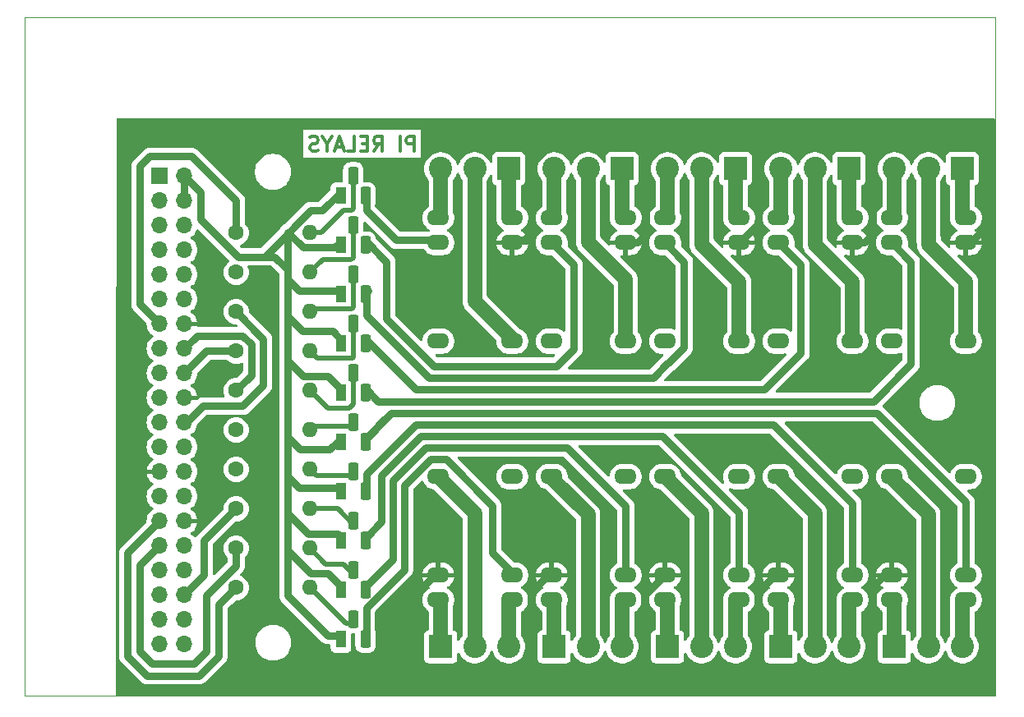
<source format=gbr>
%TF.GenerationSoftware,KiCad,Pcbnew,8.0.2*%
%TF.CreationDate,2024-06-07T10:01:40+02:00*%
%TF.ProjectId,pi-relay-board,70692d72-656c-4617-992d-626f6172642e,rev?*%
%TF.SameCoordinates,PX184bc68PY517cbe0*%
%TF.FileFunction,Copper,L1,Top*%
%TF.FilePolarity,Positive*%
%FSLAX46Y46*%
G04 Gerber Fmt 4.6, Leading zero omitted, Abs format (unit mm)*
G04 Created by KiCad (PCBNEW 8.0.2) date 2024-06-07 10:01:40*
%MOMM*%
%LPD*%
G01*
G04 APERTURE LIST*
G04 Aperture macros list*
%AMRoundRect*
0 Rectangle with rounded corners*
0 $1 Rounding radius*
0 $2 $3 $4 $5 $6 $7 $8 $9 X,Y pos of 4 corners*
0 Add a 4 corners polygon primitive as box body*
4,1,4,$2,$3,$4,$5,$6,$7,$8,$9,$2,$3,0*
0 Add four circle primitives for the rounded corners*
1,1,$1+$1,$2,$3*
1,1,$1+$1,$4,$5*
1,1,$1+$1,$6,$7*
1,1,$1+$1,$8,$9*
0 Add four rect primitives between the rounded corners*
20,1,$1+$1,$2,$3,$4,$5,0*
20,1,$1+$1,$4,$5,$6,$7,0*
20,1,$1+$1,$6,$7,$8,$9,0*
20,1,$1+$1,$8,$9,$2,$3,0*%
G04 Aperture macros list end*
%TA.AperFunction,Conductor*%
%ADD10C,0.050000*%
%TD*%
%ADD11C,0.300000*%
%TA.AperFunction,NonConductor*%
%ADD12C,0.300000*%
%TD*%
%TA.AperFunction,ComponentPad*%
%ADD13R,2.400000X2.400000*%
%TD*%
%TA.AperFunction,ComponentPad*%
%ADD14C,2.400000*%
%TD*%
%TA.AperFunction,ComponentPad*%
%ADD15C,1.600000*%
%TD*%
%TA.AperFunction,ComponentPad*%
%ADD16O,1.600000X1.600000*%
%TD*%
%TA.AperFunction,ComponentPad*%
%ADD17O,2.300000X1.600000*%
%TD*%
%TA.AperFunction,ComponentPad*%
%ADD18R,1.700000X1.700000*%
%TD*%
%TA.AperFunction,ComponentPad*%
%ADD19O,1.700000X1.700000*%
%TD*%
%TA.AperFunction,ComponentPad*%
%ADD20R,1.100000X1.800000*%
%TD*%
%TA.AperFunction,ComponentPad*%
%ADD21RoundRect,0.275000X-0.275000X-0.625000X0.275000X-0.625000X0.275000X0.625000X-0.275000X0.625000X0*%
%TD*%
%TA.AperFunction,Conductor*%
%ADD22C,0.800000*%
%TD*%
%TA.AperFunction,Conductor*%
%ADD23C,1.500000*%
%TD*%
%TA.AperFunction,Conductor*%
%ADD24C,0.500000*%
%TD*%
G04 APERTURE END LIST*
%TO.N,GND*%
D10*
X-9423600Y70000000D02*
X90576400Y70000000D01*
X90576400Y0D01*
X-9423600Y0D01*
X-9423600Y70000000D01*
D11*
D12*
X30750596Y56180772D02*
X30750596Y57680772D01*
X30750596Y57680772D02*
X30179167Y57680772D01*
X30179167Y57680772D02*
X30036310Y57609343D01*
X30036310Y57609343D02*
X29964881Y57537915D01*
X29964881Y57537915D02*
X29893453Y57395058D01*
X29893453Y57395058D02*
X29893453Y57180772D01*
X29893453Y57180772D02*
X29964881Y57037915D01*
X29964881Y57037915D02*
X30036310Y56966486D01*
X30036310Y56966486D02*
X30179167Y56895058D01*
X30179167Y56895058D02*
X30750596Y56895058D01*
X29250596Y56180772D02*
X29250596Y57680772D01*
X26536310Y56180772D02*
X27036310Y56895058D01*
X27393453Y56180772D02*
X27393453Y57680772D01*
X27393453Y57680772D02*
X26822024Y57680772D01*
X26822024Y57680772D02*
X26679167Y57609343D01*
X26679167Y57609343D02*
X26607738Y57537915D01*
X26607738Y57537915D02*
X26536310Y57395058D01*
X26536310Y57395058D02*
X26536310Y57180772D01*
X26536310Y57180772D02*
X26607738Y57037915D01*
X26607738Y57037915D02*
X26679167Y56966486D01*
X26679167Y56966486D02*
X26822024Y56895058D01*
X26822024Y56895058D02*
X27393453Y56895058D01*
X25893453Y56966486D02*
X25393453Y56966486D01*
X25179167Y56180772D02*
X25893453Y56180772D01*
X25893453Y56180772D02*
X25893453Y57680772D01*
X25893453Y57680772D02*
X25179167Y57680772D01*
X23822024Y56180772D02*
X24536310Y56180772D01*
X24536310Y56180772D02*
X24536310Y57680772D01*
X23393452Y56609343D02*
X22679167Y56609343D01*
X23536309Y56180772D02*
X23036309Y57680772D01*
X23036309Y57680772D02*
X22536309Y56180772D01*
X21750595Y56895058D02*
X21750595Y56180772D01*
X22250595Y57680772D02*
X21750595Y56895058D01*
X21750595Y56895058D02*
X21250595Y57680772D01*
X20822024Y56252200D02*
X20607739Y56180772D01*
X20607739Y56180772D02*
X20250596Y56180772D01*
X20250596Y56180772D02*
X20107739Y56252200D01*
X20107739Y56252200D02*
X20036310Y56323629D01*
X20036310Y56323629D02*
X19964881Y56466486D01*
X19964881Y56466486D02*
X19964881Y56609343D01*
X19964881Y56609343D02*
X20036310Y56752200D01*
X20036310Y56752200D02*
X20107739Y56823629D01*
X20107739Y56823629D02*
X20250596Y56895058D01*
X20250596Y56895058D02*
X20536310Y56966486D01*
X20536310Y56966486D02*
X20679167Y57037915D01*
X20679167Y57037915D02*
X20750596Y57109343D01*
X20750596Y57109343D02*
X20822024Y57252200D01*
X20822024Y57252200D02*
X20822024Y57395058D01*
X20822024Y57395058D02*
X20750596Y57537915D01*
X20750596Y57537915D02*
X20679167Y57609343D01*
X20679167Y57609343D02*
X20536310Y57680772D01*
X20536310Y57680772D02*
X20179167Y57680772D01*
X20179167Y57680772D02*
X19964881Y57609343D01*
%TD*%
D13*
%TO.P,J8,1,Pin_1*%
%TO.N,Net-(J8-Pin_1)*%
X75503800Y54356000D03*
D14*
%TO.P,J8,2,Pin_2*%
%TO.N,Net-(J8-Pin_2)*%
X72003800Y54356000D03*
%TO.P,J8,3,Pin_3*%
%TO.N,Net-(J8-Pin_3)*%
X68503800Y54356000D03*
%TD*%
D15*
%TO.P,R9,1*%
%TO.N,/Relay Pin 9/K*%
X12369800Y43688000D03*
D16*
%TO.P,R9,2*%
%TO.N,Net-(Q9-B)*%
X19989800Y43688000D03*
%TD*%
D15*
%TO.P,R5,1*%
%TO.N,/Relay Pin 5/K*%
X12369800Y27432000D03*
D16*
%TO.P,R5,2*%
%TO.N,Net-(Q5-B)*%
X19989800Y27432000D03*
%TD*%
D13*
%TO.P,J6,1,Pin_1*%
%TO.N,Net-(J6-Pin_1)*%
X80187800Y5080000D03*
D14*
%TO.P,J6,2,Pin_2*%
%TO.N,Net-(J6-Pin_2)*%
X83687800Y5080000D03*
%TO.P,J6,3,Pin_3*%
%TO.N,Net-(J6-Pin_3)*%
X87187800Y5080000D03*
%TD*%
D13*
%TO.P,J3,1,Pin_1*%
%TO.N,Net-(J3-Pin_1)*%
X45135800Y5080000D03*
D14*
%TO.P,J3,2,Pin_2*%
%TO.N,Net-(J3-Pin_2)*%
X48635800Y5080000D03*
%TO.P,J3,3,Pin_3*%
%TO.N,Net-(J3-Pin_3)*%
X52135800Y5080000D03*
%TD*%
D15*
%TO.P,R7,1*%
%TO.N,/Relay Pin 7/K*%
X12369800Y35560000D03*
D16*
%TO.P,R7,2*%
%TO.N,Net-(Q7-B)*%
X19989800Y35560000D03*
%TD*%
D17*
%TO.P,K6,1*%
%TO.N,Net-(J7-Pin_2)*%
X87553800Y36576000D03*
%TO.P,K6,5*%
%TO.N,GND*%
X87553800Y46736000D03*
%TO.P,K6,6*%
%TO.N,Net-(J7-Pin_1)*%
X87553800Y49276000D03*
%TO.P,K6,7*%
%TO.N,Net-(J7-Pin_3)*%
X79933800Y49276000D03*
%TO.P,K6,8*%
%TO.N,Net-(Q6-E)*%
X79933800Y46736000D03*
%TO.P,K6,12*%
%TO.N,N/C*%
X79933800Y36576000D03*
%TD*%
D15*
%TO.P,R10,1*%
%TO.N,/Relay Pin 10/K*%
X12369800Y47752000D03*
D16*
%TO.P,R10,2*%
%TO.N,Net-(Q10-B)*%
X19989800Y47752000D03*
%TD*%
D17*
%TO.P,K2,1*%
%TO.N,Net-(J3-Pin_2)*%
X44881800Y22606000D03*
%TO.P,K2,5*%
%TO.N,GND*%
X44881800Y12446000D03*
%TO.P,K2,6*%
%TO.N,Net-(J3-Pin_1)*%
X44881800Y9906000D03*
%TO.P,K2,7*%
%TO.N,Net-(J3-Pin_3)*%
X52501800Y9906000D03*
%TO.P,K2,8*%
%TO.N,Net-(Q1-E)*%
X52501800Y12446000D03*
%TO.P,K2,12*%
%TO.N,N/C*%
X52501800Y22606000D03*
%TD*%
%TO.P,K3,1*%
%TO.N,Net-(J4-Pin_2)*%
X56565800Y22606000D03*
%TO.P,K3,5*%
%TO.N,GND*%
X56565800Y12446000D03*
%TO.P,K3,6*%
%TO.N,Net-(J4-Pin_1)*%
X56565800Y9906000D03*
%TO.P,K3,7*%
%TO.N,Net-(J4-Pin_3)*%
X64185800Y9906000D03*
%TO.P,K3,8*%
%TO.N,Net-(Q3-E)*%
X64185800Y12446000D03*
%TO.P,K3,12*%
%TO.N,N/C*%
X64185800Y22606000D03*
%TD*%
D18*
%TO.P,J1,1,3V3*%
%TO.N,+3V3*%
X4495800Y53594000D03*
D19*
%TO.P,J1,2,5V*%
%TO.N,+5V*%
X7035800Y53594000D03*
%TO.P,J1,3,SDA/GPIO2*%
%TO.N,unconnected-(J1-SDA{slash}GPIO2-Pad3)*%
X4495800Y51054000D03*
%TO.P,J1,4,5V*%
%TO.N,+5V*%
X7035800Y51054000D03*
%TO.P,J1,5,SCL/GPIO3*%
%TO.N,unconnected-(J1-SCL{slash}GPIO3-Pad5)*%
X4495800Y48514000D03*
%TO.P,J1,6,GND*%
%TO.N,GND*%
X7035800Y48514000D03*
%TO.P,J1,7,GCLK0/GPIO4*%
%TO.N,unconnected-(J1-GCLK0{slash}GPIO4-Pad7)*%
X4495800Y45974000D03*
%TO.P,J1,8,GPIO14/TXD*%
%TO.N,unconnected-(J1-GPIO14{slash}TXD-Pad8)*%
X7035800Y45974000D03*
%TO.P,J1,9,GND*%
%TO.N,GND*%
X4495800Y43434000D03*
%TO.P,J1,10,GPIO15/RXD*%
%TO.N,unconnected-(J1-GPIO15{slash}RXD-Pad10)*%
X7035800Y43434000D03*
%TO.P,J1,11,GPIO17*%
%TO.N,/Relay Pin 4/K*%
X4495800Y40894000D03*
%TO.P,J1,12,GPIO18/PWM0*%
%TO.N,unconnected-(J1-GPIO18{slash}PWM0-Pad12)*%
X7035800Y40894000D03*
%TO.P,J1,13,GPIO27*%
%TO.N,/Relay Pin 10/K*%
X4495800Y38354000D03*
%TO.P,J1,14,GND*%
%TO.N,GND*%
X7035800Y38354000D03*
%TO.P,J1,15,GPIO22*%
%TO.N,/Relay Pin 5/K*%
X4495800Y35814000D03*
%TO.P,J1,16,GPIO23*%
%TO.N,/Relay Pin 6/K*%
X7035800Y35814000D03*
%TO.P,J1,17,3V3*%
%TO.N,+3V3*%
X4495800Y33274000D03*
%TO.P,J1,18,GPIO24*%
%TO.N,/Relay Pin 7/K*%
X7035800Y33274000D03*
%TO.P,J1,19,MOSI0/GPIO10*%
%TO.N,unconnected-(J1-MOSI0{slash}GPIO10-Pad19)*%
X4495800Y30734000D03*
%TO.P,J1,20,GND*%
%TO.N,GND*%
X7035800Y30734000D03*
%TO.P,J1,21,MISO0/GPIO9*%
%TO.N,unconnected-(J1-MISO0{slash}GPIO9-Pad21)*%
X4495800Y28194000D03*
%TO.P,J1,22,GPIO25*%
%TO.N,/Relay Pin 8/K*%
X7035800Y28194000D03*
%TO.P,J1,23,SCLK0/GPIO11*%
%TO.N,unconnected-(J1-SCLK0{slash}GPIO11-Pad23)*%
X4495800Y25654000D03*
%TO.P,J1,24,~{CE0}/GPIO8*%
%TO.N,unconnected-(J1-~{CE0}{slash}GPIO8-Pad24)*%
X7035800Y25654000D03*
%TO.P,J1,25,GND*%
%TO.N,GND*%
X4495800Y23114000D03*
%TO.P,J1,26,~{CE1}/GPIO7*%
%TO.N,unconnected-(J1-~{CE1}{slash}GPIO7-Pad26)*%
X7035800Y23114000D03*
%TO.P,J1,27,ID_SD/GPIO0*%
%TO.N,unconnected-(J1-ID_SD{slash}GPIO0-Pad27)*%
X4495800Y20574000D03*
%TO.P,J1,28,ID_SC/GPIO1*%
%TO.N,unconnected-(J1-ID_SC{slash}GPIO1-Pad28)*%
X7035800Y20574000D03*
%TO.P,J1,29,GCLK1/GPIO5*%
%TO.N,/Relay Pin 1/K*%
X4495800Y18034000D03*
%TO.P,J1,30,GND*%
%TO.N,GND*%
X7035800Y18034000D03*
%TO.P,J1,31,GCLK2/GPIO6*%
%TO.N,/Relay Pin 2/K*%
X4495800Y15494000D03*
%TO.P,J1,32,PWM0/GPIO12*%
%TO.N,unconnected-(J1-PWM0{slash}GPIO12-Pad32)*%
X7035800Y15494000D03*
%TO.P,J1,33,PWM1/GPIO13*%
%TO.N,unconnected-(J1-PWM1{slash}GPIO13-Pad33)*%
X4495800Y12954000D03*
%TO.P,J1,34,GND*%
%TO.N,GND*%
X7035800Y12954000D03*
%TO.P,J1,35,GPIO19/MISO1*%
%TO.N,unconnected-(J1-GPIO19{slash}MISO1-Pad35)*%
X4495800Y10414000D03*
%TO.P,J1,36,GPIO16*%
%TO.N,/GPIO16*%
X7035800Y10414000D03*
%TO.P,J1,37,GPIO26*%
%TO.N,/Relay Pin 9/K*%
X4495800Y7874000D03*
%TO.P,J1,38,GPIO20/MOSI1*%
%TO.N,unconnected-(J1-GPIO20{slash}MOSI1-Pad38)*%
X7035800Y7874000D03*
%TO.P,J1,39,GND*%
%TO.N,GND*%
X4495800Y5334000D03*
%TO.P,J1,40,GPIO21/SCLK1*%
%TO.N,unconnected-(J1-GPIO21{slash}SCLK1-Pad40)*%
X7035800Y5334000D03*
%TD*%
D17*
%TO.P,K1,1*%
%TO.N,Net-(J2-Pin_2)*%
X33197800Y22606000D03*
%TO.P,K1,5*%
%TO.N,GND*%
X33197800Y12446000D03*
%TO.P,K1,6*%
%TO.N,Net-(J2-Pin_1)*%
X33197800Y9906000D03*
%TO.P,K1,7*%
%TO.N,Net-(J2-Pin_3)*%
X40817800Y9906000D03*
%TO.P,K1,8*%
%TO.N,Net-(Q2-E)*%
X40817800Y12446000D03*
%TO.P,K1,12*%
%TO.N,N/C*%
X40817800Y22606000D03*
%TD*%
%TO.P,K5,1*%
%TO.N,Net-(J6-Pin_2)*%
X79933800Y22606000D03*
%TO.P,K5,5*%
%TO.N,GND*%
X79933800Y12446000D03*
%TO.P,K5,6*%
%TO.N,Net-(J6-Pin_1)*%
X79933800Y9906000D03*
%TO.P,K5,7*%
%TO.N,Net-(J6-Pin_3)*%
X87553800Y9906000D03*
%TO.P,K5,8*%
%TO.N,Net-(Q5-E)*%
X87553800Y12446000D03*
%TO.P,K5,12*%
%TO.N,N/C*%
X87553800Y22606000D03*
%TD*%
D20*
%TO.P,Q7,1,C*%
%TO.N,+5V*%
X23164800Y36324000D03*
D21*
%TO.P,Q7,2,B*%
%TO.N,Net-(Q7-B)*%
X24434800Y38394000D03*
%TO.P,Q7,3,E*%
%TO.N,Net-(Q7-E)*%
X25704800Y36324000D03*
%TD*%
D13*
%TO.P,J2,1,Pin_1*%
%TO.N,Net-(J2-Pin_1)*%
X33451800Y5080000D03*
D14*
%TO.P,J2,2,Pin_2*%
%TO.N,Net-(J2-Pin_2)*%
X36951800Y5080000D03*
%TO.P,J2,3,Pin_3*%
%TO.N,Net-(J2-Pin_3)*%
X40451800Y5080000D03*
%TD*%
D15*
%TO.P,R2,1*%
%TO.N,/Relay Pin 2/K*%
X12369800Y15240000D03*
D16*
%TO.P,R2,2*%
%TO.N,Net-(Q1-B)*%
X19989800Y15240000D03*
%TD*%
D17*
%TO.P,K7,1*%
%TO.N,Net-(J8-Pin_2)*%
X75869800Y36576000D03*
%TO.P,K7,5*%
%TO.N,GND*%
X75869800Y46736000D03*
%TO.P,K7,6*%
%TO.N,Net-(J8-Pin_1)*%
X75869800Y49276000D03*
%TO.P,K7,7*%
%TO.N,Net-(J8-Pin_3)*%
X68249800Y49276000D03*
%TO.P,K7,8*%
%TO.N,Net-(Q7-E)*%
X68249800Y46736000D03*
%TO.P,K7,12*%
%TO.N,N/C*%
X68249800Y36576000D03*
%TD*%
D20*
%TO.P,Q9,1,C*%
%TO.N,+5V*%
X23164800Y46484000D03*
D21*
%TO.P,Q9,2,B*%
%TO.N,Net-(Q9-B)*%
X24434800Y48554000D03*
%TO.P,Q9,3,E*%
%TO.N,Net-(Q9-E)*%
X25704800Y46484000D03*
%TD*%
D13*
%TO.P,J10,1,Pin_1*%
%TO.N,Net-(J10-Pin_1)*%
X52135800Y54356000D03*
D14*
%TO.P,J10,2,Pin_2*%
%TO.N,Net-(J10-Pin_2)*%
X48635800Y54356000D03*
%TO.P,J10,3,Pin_3*%
%TO.N,Net-(J10-Pin_3)*%
X45135800Y54356000D03*
%TD*%
D13*
%TO.P,J7,1,Pin_1*%
%TO.N,Net-(J7-Pin_1)*%
X87187800Y54356000D03*
D14*
%TO.P,J7,2,Pin_2*%
%TO.N,Net-(J7-Pin_2)*%
X83687800Y54356000D03*
%TO.P,J7,3,Pin_3*%
%TO.N,Net-(J7-Pin_3)*%
X80187800Y54356000D03*
%TD*%
D20*
%TO.P,Q3,1,C*%
%TO.N,+5V*%
X23164800Y16004000D03*
D21*
%TO.P,Q3,2,B*%
%TO.N,Net-(Q3-B)*%
X24434800Y18074000D03*
%TO.P,Q3,3,E*%
%TO.N,Net-(Q3-E)*%
X25704800Y16004000D03*
%TD*%
D20*
%TO.P,Q2,1,C*%
%TO.N,+5V*%
X23164800Y5844000D03*
D21*
%TO.P,Q2,2,B*%
%TO.N,Net-(Q2-B)*%
X24434800Y7914000D03*
%TO.P,Q2,3,E*%
%TO.N,Net-(Q2-E)*%
X25704800Y5844000D03*
%TD*%
D17*
%TO.P,K8,1*%
%TO.N,Net-(J9-Pin_2)*%
X64185800Y36576000D03*
%TO.P,K8,5*%
%TO.N,GND*%
X64185800Y46736000D03*
%TO.P,K8,6*%
%TO.N,Net-(J9-Pin_1)*%
X64185800Y49276000D03*
%TO.P,K8,7*%
%TO.N,Net-(J9-Pin_3)*%
X56565800Y49276000D03*
%TO.P,K8,8*%
%TO.N,Net-(Q8-E)*%
X56565800Y46736000D03*
%TO.P,K8,12*%
%TO.N,N/C*%
X56565800Y36576000D03*
%TD*%
%TO.P,K10,1*%
%TO.N,Net-(J11-Pin_2)*%
X40817800Y36576000D03*
%TO.P,K10,5*%
%TO.N,GND*%
X40817800Y46736000D03*
%TO.P,K10,6*%
%TO.N,Net-(J11-Pin_1)*%
X40817800Y49276000D03*
%TO.P,K10,7*%
%TO.N,Net-(J11-Pin_3)*%
X33197800Y49276000D03*
%TO.P,K10,8*%
%TO.N,Net-(Q10-E)*%
X33197800Y46736000D03*
%TO.P,K10,12*%
%TO.N,N/C*%
X33197800Y36576000D03*
%TD*%
D20*
%TO.P,Q6,1,C*%
%TO.N,+5V*%
X23164800Y31244000D03*
D21*
%TO.P,Q6,2,B*%
%TO.N,Net-(Q6-B)*%
X24434800Y33314000D03*
%TO.P,Q6,3,E*%
%TO.N,Net-(Q6-E)*%
X25704800Y31244000D03*
%TD*%
D20*
%TO.P,Q4,1,C*%
%TO.N,+5V*%
X23164800Y21084000D03*
D21*
%TO.P,Q4,2,B*%
%TO.N,Net-(Q4-B)*%
X24434800Y23154000D03*
%TO.P,Q4,3,E*%
%TO.N,Net-(Q4-E)*%
X25704800Y21084000D03*
%TD*%
D17*
%TO.P,K9,1*%
%TO.N,Net-(J10-Pin_2)*%
X52501800Y36576000D03*
%TO.P,K9,5*%
%TO.N,GND*%
X52501800Y46736000D03*
%TO.P,K9,6*%
%TO.N,Net-(J10-Pin_1)*%
X52501800Y49276000D03*
%TO.P,K9,7*%
%TO.N,Net-(J10-Pin_3)*%
X44881800Y49276000D03*
%TO.P,K9,8*%
%TO.N,Net-(Q9-E)*%
X44881800Y46736000D03*
%TO.P,K9,12*%
%TO.N,N/C*%
X44881800Y36576000D03*
%TD*%
D20*
%TO.P,Q5,1,C*%
%TO.N,+5V*%
X23164800Y26164000D03*
D21*
%TO.P,Q5,2,B*%
%TO.N,Net-(Q5-B)*%
X24434800Y28234000D03*
%TO.P,Q5,3,E*%
%TO.N,Net-(Q5-E)*%
X25704800Y26164000D03*
%TD*%
D15*
%TO.P,R4,1*%
%TO.N,/Relay Pin 4/K*%
X12369800Y23368000D03*
D16*
%TO.P,R4,2*%
%TO.N,Net-(Q4-B)*%
X19989800Y23368000D03*
%TD*%
D15*
%TO.P,R1,1*%
%TO.N,/Relay Pin 1/K*%
X12369800Y11176000D03*
D16*
%TO.P,R1,2*%
%TO.N,Net-(Q2-B)*%
X19989800Y11176000D03*
%TD*%
D15*
%TO.P,R6,1*%
%TO.N,/Relay Pin 6/K*%
X12369800Y31496000D03*
D16*
%TO.P,R6,2*%
%TO.N,Net-(Q6-B)*%
X19989800Y31496000D03*
%TD*%
D13*
%TO.P,J11,1,Pin_1*%
%TO.N,Net-(J11-Pin_1)*%
X40451800Y54356000D03*
D14*
%TO.P,J11,2,Pin_2*%
%TO.N,Net-(J11-Pin_2)*%
X36951800Y54356000D03*
%TO.P,J11,3,Pin_3*%
%TO.N,Net-(J11-Pin_3)*%
X33451800Y54356000D03*
%TD*%
D20*
%TO.P,Q1,1,C*%
%TO.N,+5V*%
X23164800Y10924000D03*
D21*
%TO.P,Q1,2,B*%
%TO.N,Net-(Q1-B)*%
X24434800Y12994000D03*
%TO.P,Q1,3,E*%
%TO.N,Net-(Q1-E)*%
X25704800Y10924000D03*
%TD*%
D15*
%TO.P,R8,1*%
%TO.N,/Relay Pin 8/K*%
X12369800Y39624000D03*
D16*
%TO.P,R8,2*%
%TO.N,Net-(Q8-B)*%
X19989800Y39624000D03*
%TD*%
D17*
%TO.P,K4,1*%
%TO.N,Net-(J5-Pin_2)*%
X68249800Y22606000D03*
%TO.P,K4,5*%
%TO.N,GND*%
X68249800Y12446000D03*
%TO.P,K4,6*%
%TO.N,Net-(J5-Pin_1)*%
X68249800Y9906000D03*
%TO.P,K4,7*%
%TO.N,Net-(J5-Pin_3)*%
X75869800Y9906000D03*
%TO.P,K4,8*%
%TO.N,Net-(Q4-E)*%
X75869800Y12446000D03*
%TO.P,K4,12*%
%TO.N,N/C*%
X75869800Y22606000D03*
%TD*%
D13*
%TO.P,J5,1,Pin_1*%
%TO.N,Net-(J5-Pin_1)*%
X68503800Y5080000D03*
D14*
%TO.P,J5,2,Pin_2*%
%TO.N,Net-(J5-Pin_2)*%
X72003800Y5080000D03*
%TO.P,J5,3,Pin_3*%
%TO.N,Net-(J5-Pin_3)*%
X75503800Y5080000D03*
%TD*%
D13*
%TO.P,J9,1,Pin_1*%
%TO.N,Net-(J9-Pin_1)*%
X63819800Y54356000D03*
D14*
%TO.P,J9,2,Pin_2*%
%TO.N,Net-(J9-Pin_2)*%
X60319800Y54356000D03*
%TO.P,J9,3,Pin_3*%
%TO.N,Net-(J9-Pin_3)*%
X56819800Y54356000D03*
%TD*%
D15*
%TO.P,R3,1*%
%TO.N,/GPIO16*%
X12369800Y19304000D03*
D16*
%TO.P,R3,2*%
%TO.N,Net-(Q3-B)*%
X19989800Y19304000D03*
%TD*%
D13*
%TO.P,J4,1,Pin_1*%
%TO.N,Net-(J4-Pin_1)*%
X56819800Y5080000D03*
D14*
%TO.P,J4,2,Pin_2*%
%TO.N,Net-(J4-Pin_2)*%
X60319800Y5080000D03*
%TO.P,J4,3,Pin_3*%
%TO.N,Net-(J4-Pin_3)*%
X63819800Y5080000D03*
%TD*%
D20*
%TO.P,Q10,1,C*%
%TO.N,+5V*%
X23164800Y51564000D03*
D21*
%TO.P,Q10,2,B*%
%TO.N,Net-(Q10-B)*%
X24434800Y53634000D03*
%TO.P,Q10,3,E*%
%TO.N,Net-(Q10-E)*%
X25704800Y51564000D03*
%TD*%
D20*
%TO.P,Q8,1,C*%
%TO.N,+5V*%
X23164800Y41404000D03*
D21*
%TO.P,Q8,2,B*%
%TO.N,Net-(Q8-B)*%
X24434800Y43474000D03*
%TO.P,Q8,3,E*%
%TO.N,Net-(Q8-E)*%
X25704800Y41404000D03*
%TD*%
D22*
%TO.N,/GPIO16*%
X12369800Y19304000D02*
X9067800Y16002000D01*
X9067800Y16002000D02*
X9067800Y12446000D01*
X9067800Y12446000D02*
X7035800Y10414000D01*
%TO.N,GND*%
X54615800Y55708000D02*
X56311800Y57404000D01*
X42767800Y10682000D02*
X42767800Y3728000D01*
X66135800Y3728000D02*
X64439800Y2032000D01*
X44881800Y12446000D02*
X44531800Y12446000D01*
X54451800Y10404742D02*
X54451800Y3728000D01*
X32689800Y2032000D02*
X41071800Y2032000D01*
X75869800Y2032000D02*
X77983800Y4146000D01*
X42767800Y3728000D02*
X41071800Y2032000D01*
X56311800Y57404000D02*
X67995800Y57404000D01*
X68249800Y12446000D02*
X67899800Y12446000D01*
X89585800Y55958000D02*
X89585800Y48260000D01*
X67899800Y12446000D02*
X66135800Y10682000D01*
X89585800Y48260000D02*
X89585800Y4649572D01*
X56565800Y12446000D02*
X56493058Y12446000D01*
X66217800Y55626000D02*
X67995800Y57404000D01*
X33197800Y12446000D02*
X32847800Y12446000D01*
X40817800Y46990000D02*
X42067800Y46990000D01*
X77983800Y47600000D02*
X77983800Y55708000D01*
X75869800Y46736000D02*
X77119800Y46736000D01*
X77983800Y4146000D02*
X77983800Y11258000D01*
X53751800Y46736000D02*
X54615800Y47600000D01*
X66135800Y10682000D02*
X66135800Y3728000D01*
X77983800Y11258000D02*
X79171800Y12446000D01*
X64439800Y2032000D02*
X75869800Y2032000D01*
X89585800Y4649572D02*
X86968228Y2032000D01*
X52755800Y2032000D02*
X64439800Y2032000D01*
X32847800Y12446000D02*
X30911800Y10510000D01*
X86968228Y2032000D02*
X75869800Y2032000D01*
X54615800Y47600000D02*
X54615800Y55708000D01*
X77119800Y46736000D02*
X77983800Y47600000D01*
X64185800Y46736000D02*
X64258542Y46736000D01*
X44531800Y12446000D02*
X42767800Y10682000D01*
X30911800Y10510000D02*
X30911800Y3810000D01*
X30911800Y3810000D02*
X32689800Y2032000D01*
X77983800Y55708000D02*
X79679800Y57404000D01*
X89585800Y48260000D02*
X88061800Y46736000D01*
X45355372Y57404000D02*
X56311800Y57404000D01*
X54451800Y3728000D02*
X52755800Y2032000D01*
X42849800Y47772000D02*
X42849800Y54898428D01*
X88061800Y46736000D02*
X87553800Y46736000D01*
X56493058Y12446000D02*
X54451800Y10404742D01*
X79171800Y12446000D02*
X79933800Y12446000D01*
X88139800Y57404000D02*
X89585800Y55958000D01*
X42849800Y54898428D02*
X45355372Y57404000D01*
X64258542Y46736000D02*
X66217800Y48695258D01*
X42067800Y46990000D02*
X42849800Y47772000D01*
X52501800Y46736000D02*
X53751800Y46736000D01*
X79679800Y57404000D02*
X88139800Y57404000D01*
X67995800Y57404000D02*
X79679800Y57404000D01*
X41071800Y2032000D02*
X52755800Y2032000D01*
X66217800Y48695258D02*
X66217800Y55626000D01*
%TO.N,+5V*%
X8685800Y49173258D02*
X8685800Y51944000D01*
X15263058Y45288000D02*
X20013058Y50038000D01*
X18825800Y21484000D02*
X17703800Y22606000D01*
X21839800Y6244000D02*
X23164800Y6244000D01*
X15263058Y45288000D02*
X12571058Y45288000D01*
X8685800Y51944000D02*
X7035800Y53594000D01*
X19227800Y37592000D02*
X17703800Y39116000D01*
X21812800Y32996000D02*
X19251800Y32996000D01*
X19759800Y16740000D02*
X17703800Y18796000D01*
X17703800Y10380000D02*
X21839800Y6244000D01*
X18973800Y25400000D02*
X17703800Y26670000D01*
X23164800Y36724000D02*
X22296800Y37592000D01*
X17703800Y47828000D02*
X17703800Y43942000D01*
X19251800Y32996000D02*
X17703800Y34544000D01*
X23164800Y51964000D02*
X21238800Y50038000D01*
X21812800Y12676000D02*
X20013800Y12676000D01*
X23164800Y16404000D02*
X22828800Y16740000D01*
X23164800Y11324000D02*
X21812800Y12676000D01*
X17703800Y18796000D02*
X17703800Y14986000D01*
X17703800Y43942000D02*
X17703800Y42926000D01*
X12571058Y45288000D02*
X8685800Y49173258D01*
X22296800Y37592000D02*
X19227800Y37592000D01*
X15263058Y45288000D02*
X16357800Y45288000D01*
X23164800Y26564000D02*
X22000800Y25400000D01*
X17703800Y39116000D02*
X17703800Y34544000D01*
X7035800Y51054000D02*
X7035800Y53594000D01*
X22000800Y25400000D02*
X18973800Y25400000D01*
X17703800Y14986000D02*
X17703800Y10380000D01*
X17703800Y26670000D02*
X17703800Y22606000D01*
X23164800Y31644000D02*
X21812800Y32996000D01*
X17703800Y22606000D02*
X17703800Y18796000D01*
X19279800Y46252000D02*
X17703800Y47828000D01*
X18825800Y41804000D02*
X17703800Y42926000D01*
X23164800Y21484000D02*
X18825800Y21484000D01*
X22532800Y46252000D02*
X19279800Y46252000D01*
X22828800Y16740000D02*
X19759800Y16740000D01*
X17703800Y34544000D02*
X17703800Y26670000D01*
X23164800Y41804000D02*
X18825800Y41804000D01*
X23164800Y46884000D02*
X22532800Y46252000D01*
X20013058Y50038000D02*
X21238800Y50038000D01*
X16357800Y45288000D02*
X17703800Y43942000D01*
X17703800Y42926000D02*
X17703800Y39116000D01*
X20013800Y12676000D02*
X17703800Y14986000D01*
D23*
%TO.N,Net-(J2-Pin_3)*%
X40451800Y9540000D02*
X40817800Y9906000D01*
X40451800Y5080000D02*
X40451800Y9540000D01*
%TO.N,Net-(J2-Pin_1)*%
X33451800Y5080000D02*
X33451800Y9652000D01*
X33451800Y9652000D02*
X33197800Y9906000D01*
%TO.N,Net-(J2-Pin_2)*%
X36951800Y18852000D02*
X36951800Y5080000D01*
X33197800Y22606000D02*
X36951800Y18852000D01*
%TO.N,Net-(J3-Pin_3)*%
X52135800Y9540000D02*
X52501800Y9906000D01*
X52135800Y5080000D02*
X52135800Y9540000D01*
%TO.N,Net-(J3-Pin_1)*%
X45135800Y9652000D02*
X44881800Y9906000D01*
X45135800Y5080000D02*
X45135800Y9652000D01*
%TO.N,Net-(J3-Pin_2)*%
X48635800Y5080000D02*
X48635800Y18740000D01*
X44881800Y22494000D02*
X48635800Y18740000D01*
X44881800Y22606000D02*
X44881800Y22494000D01*
%TO.N,Net-(J4-Pin_3)*%
X63819800Y5080000D02*
X63819800Y9540000D01*
X63819800Y9540000D02*
X64185800Y9906000D01*
%TO.N,Net-(J4-Pin_1)*%
X56819800Y5080000D02*
X56819800Y9652000D01*
X56819800Y9652000D02*
X56565800Y9906000D01*
%TO.N,Net-(J4-Pin_2)*%
X60319800Y18852000D02*
X60319800Y5080000D01*
X56565800Y22606000D02*
X60319800Y18852000D01*
%TO.N,Net-(J5-Pin_3)*%
X75503800Y5080000D02*
X75503800Y9540000D01*
X75503800Y9540000D02*
X75869800Y9906000D01*
%TO.N,Net-(J5-Pin_2)*%
X72003800Y18852000D02*
X72003800Y5080000D01*
X68249800Y22606000D02*
X72003800Y18852000D01*
%TO.N,Net-(J5-Pin_1)*%
X68503800Y5080000D02*
X68503800Y9652000D01*
X68503800Y9652000D02*
X68249800Y9906000D01*
%TO.N,Net-(J6-Pin_1)*%
X80187800Y9652000D02*
X79933800Y9906000D01*
X80187800Y5080000D02*
X80187800Y9652000D01*
%TO.N,Net-(J6-Pin_2)*%
X83687800Y5080000D02*
X83687800Y18740000D01*
X79933800Y22494000D02*
X83687800Y18740000D01*
X79933800Y22606000D02*
X79933800Y22494000D01*
%TO.N,Net-(J6-Pin_3)*%
X87187800Y5080000D02*
X87187800Y9540000D01*
X87187800Y9540000D02*
X87553800Y9906000D01*
%TO.N,Net-(J7-Pin_3)*%
X80187800Y49530000D02*
X79933800Y49276000D01*
X80187800Y54356000D02*
X80187800Y49530000D01*
%TO.N,Net-(J7-Pin_1)*%
X87187800Y49642000D02*
X87553800Y49276000D01*
X87187800Y54356000D02*
X87187800Y49642000D01*
%TO.N,Net-(J7-Pin_2)*%
X83687800Y47046000D02*
X83743800Y46990000D01*
X83687800Y54356000D02*
X83687800Y47046000D01*
X87553800Y42672000D02*
X87553800Y36576000D01*
X83743800Y46482000D02*
X87553800Y42672000D01*
X83743800Y46990000D02*
X83743800Y46482000D01*
%TO.N,Net-(J8-Pin_1)*%
X75503800Y54356000D02*
X75503800Y49642000D01*
X75503800Y49642000D02*
X75869800Y49276000D01*
%TO.N,Net-(J8-Pin_2)*%
X72003800Y46538000D02*
X75869800Y42672000D01*
X72003800Y54356000D02*
X72003800Y46538000D01*
X75869800Y42672000D02*
X75869800Y36576000D01*
%TO.N,Net-(J8-Pin_3)*%
X68503800Y54356000D02*
X68503800Y49530000D01*
X68503800Y49530000D02*
X68249800Y49276000D01*
%TO.N,Net-(J9-Pin_3)*%
X56819800Y54356000D02*
X56819800Y49530000D01*
X56819800Y49530000D02*
X56565800Y49276000D01*
%TO.N,Net-(J9-Pin_1)*%
X63819800Y49642000D02*
X64185800Y49276000D01*
X63819800Y54356000D02*
X63819800Y49642000D01*
%TO.N,Net-(J9-Pin_2)*%
X60319800Y46538000D02*
X64185800Y42672000D01*
X64185800Y42672000D02*
X64185800Y36576000D01*
X60319800Y54356000D02*
X60319800Y46538000D01*
%TO.N,Net-(J10-Pin_2)*%
X52501800Y42926000D02*
X52501800Y36576000D01*
X48635800Y54356000D02*
X48635800Y46792000D01*
X48635800Y46792000D02*
X52501800Y42926000D01*
%TO.N,Net-(J10-Pin_3)*%
X45135800Y49530000D02*
X44881800Y49276000D01*
X45135800Y54356000D02*
X45135800Y49530000D01*
%TO.N,Net-(J10-Pin_1)*%
X52135800Y49642000D02*
X52501800Y49276000D01*
X52135800Y54356000D02*
X52135800Y49642000D01*
%TO.N,Net-(J11-Pin_3)*%
X33197800Y49276000D02*
X33451800Y49530000D01*
X33451800Y49530000D02*
X33451800Y54356000D01*
%TO.N,Net-(J11-Pin_1)*%
X40451800Y49642000D02*
X40451800Y54356000D01*
X40817800Y49276000D02*
X40451800Y49642000D01*
%TO.N,Net-(J11-Pin_2)*%
X36951800Y54356000D02*
X36951800Y40696000D01*
X36951800Y40696000D02*
X40817800Y36830000D01*
D22*
%TO.N,Net-(Q2-E)*%
X29711800Y13024000D02*
X29711800Y21732742D01*
X25759800Y6299000D02*
X25759800Y9072000D01*
X40817800Y12700000D02*
X40817800Y12446000D01*
X34032542Y24384000D02*
X38785800Y19630742D01*
X25759800Y9072000D02*
X29711800Y13024000D01*
X38785800Y14732000D02*
X40817800Y12700000D01*
X32363058Y24384000D02*
X34032542Y24384000D01*
X29711800Y21732742D02*
X32363058Y24384000D01*
X38785800Y19630742D02*
X38785800Y14732000D01*
%TO.N,Net-(Q1-E)*%
X28511800Y22229798D02*
X28511800Y14131000D01*
X46475800Y25584000D02*
X31866002Y25584000D01*
X52501800Y19558000D02*
X46475800Y25584000D01*
X31866002Y25584000D02*
X28511800Y22229798D01*
X25759800Y11379000D02*
X25759800Y11324000D01*
X28511800Y14131000D02*
X25759800Y11379000D01*
X52501800Y12446000D02*
X52501800Y19558000D01*
%TO.N,Net-(Q3-E)*%
X27311800Y17956000D02*
X25759800Y16404000D01*
X31368946Y26784000D02*
X27311800Y22726854D01*
X64185800Y18910000D02*
X56311800Y26784000D01*
X27311800Y22726854D02*
X27311800Y17956000D01*
X64185800Y12446000D02*
X64185800Y18910000D01*
X56311800Y26784000D02*
X31368946Y26784000D01*
%TO.N,Net-(Q4-E)*%
X75869800Y19856000D02*
X67741800Y27984000D01*
X75869800Y12446000D02*
X75869800Y18586000D01*
X67741800Y27984000D02*
X66471800Y27984000D01*
X30871890Y27984000D02*
X25759800Y22871910D01*
X75869800Y12446000D02*
X75869800Y19856000D01*
X66471800Y27984000D02*
X30871890Y27984000D01*
X25759800Y22871910D02*
X25759800Y21484000D01*
%TO.N,Net-(Q5-E)*%
X25759800Y26564000D02*
X28379800Y29184000D01*
X27695000Y28554200D02*
X25704800Y26564000D01*
X87553800Y19993258D02*
X87553800Y12446000D01*
X28379800Y29184000D02*
X78363058Y29184000D01*
X78363058Y29184000D02*
X87553800Y19993258D01*
%TO.N,Net-(Q6-E)*%
X25759800Y31589000D02*
X25759800Y31644000D01*
X79933800Y46736000D02*
X81883800Y44786000D01*
X81883800Y44786000D02*
X81883800Y34208000D01*
X26964800Y30384000D02*
X25759800Y31589000D01*
X78059800Y30384000D02*
X26964800Y30384000D01*
X81883800Y34208000D02*
X78059800Y30384000D01*
%TO.N,Net-(Q7-E)*%
X70535800Y44450000D02*
X70535800Y35306000D01*
X30899800Y31584000D02*
X25759800Y36724000D01*
X68249800Y46736000D02*
X70535800Y44450000D01*
X66813800Y31584000D02*
X30899800Y31584000D01*
X25859800Y36569000D02*
X25859800Y36724000D01*
X70535800Y35306000D02*
X66813800Y31584000D01*
%TO.N,Net-(Q8-E)*%
X58515800Y44786000D02*
X56565800Y46736000D01*
X55313800Y32784000D02*
X56819800Y34290000D01*
X32244744Y32784000D02*
X55313800Y32784000D01*
X25759800Y41655258D02*
X25759800Y39268944D01*
X25937800Y41804000D02*
X25859800Y41804000D01*
X25759800Y39268944D02*
X32244744Y32784000D01*
X56819800Y34290000D02*
X56892542Y34290000D01*
X56892542Y34290000D02*
X58515800Y35913258D01*
X58515800Y35913258D02*
X58515800Y44786000D01*
%TO.N,Net-(Q9-E)*%
X45389800Y33984000D02*
X32741800Y33984000D01*
X47167800Y35762000D02*
X45389800Y33984000D01*
X25859800Y46708000D02*
X25859800Y46884000D01*
X47167800Y44450000D02*
X47167800Y35762000D01*
X27863800Y38862000D02*
X27863800Y44780000D01*
X32741800Y33984000D02*
X27863800Y38862000D01*
X27863800Y44780000D02*
X25759800Y46884000D01*
X44881800Y46736000D02*
X47167800Y44450000D01*
%TO.N,Net-(Q10-E)*%
X28879800Y46990000D02*
X25759800Y50110000D01*
X25759800Y50110000D02*
X25759800Y51964000D01*
X33197800Y46990000D02*
X28879800Y46990000D01*
D24*
%TO.N,Net-(Q1-B)*%
X23402800Y13626000D02*
X21603800Y13626000D01*
X21603800Y13626000D02*
X19989800Y15240000D01*
X24434800Y12594000D02*
X23402800Y13626000D01*
%TO.N,Net-(Q2-B)*%
X24434800Y7514000D02*
X23651800Y7514000D01*
X23651800Y7514000D02*
X19989800Y11176000D01*
%TO.N,Net-(Q3-B)*%
X24434800Y17674000D02*
X22804800Y19304000D01*
X22804800Y19304000D02*
X19989800Y19304000D01*
%TO.N,Net-(Q4-B)*%
X24434800Y22754000D02*
X20603800Y22754000D01*
X20603800Y22754000D02*
X19989800Y23368000D01*
%TO.N,Net-(Q5-B)*%
X20391800Y27834000D02*
X19989800Y27432000D01*
D22*
X24269801Y28231999D02*
X24434800Y28067000D01*
D24*
X24434800Y27834000D02*
X20391800Y27834000D01*
%TO.N,Net-(Q6-B)*%
X24434800Y30099000D02*
X24434800Y32914000D01*
X24019800Y29684000D02*
X24434800Y30099000D01*
X21801800Y29684000D02*
X24019800Y29684000D01*
X19989800Y31496000D02*
X21801800Y29684000D01*
%TO.N,Net-(Q7-B)*%
X24333200Y34823400D02*
X20726400Y34823400D01*
X24434800Y34925000D02*
X24333200Y34823400D01*
X20726400Y34823400D02*
X19989800Y35560000D01*
X24434800Y37994000D02*
X24434800Y34925000D01*
%TO.N,Net-(Q8-B)*%
X20319800Y39954000D02*
X19989800Y39624000D01*
X24264800Y39954000D02*
X20319800Y39954000D01*
X24434800Y40124000D02*
X24264800Y39954000D01*
X24434800Y43074000D02*
X24434800Y40124000D01*
%TO.N,Net-(Q9-B)*%
X24214200Y44983400D02*
X21285200Y44983400D01*
X21285200Y44983400D02*
X19989800Y43688000D01*
X24434800Y48154000D02*
X24434800Y45204000D01*
X24434800Y45204000D02*
X24214200Y44983400D01*
%TO.N,Net-(Q10-B)*%
X23457970Y50088800D02*
X21121170Y47752000D01*
X21121170Y47752000D02*
X19989800Y47752000D01*
X24434800Y53234000D02*
X24434800Y50284000D01*
X24434800Y50284000D02*
X24239600Y50088800D01*
X24239600Y50088800D02*
X23457970Y50088800D01*
D22*
X19989800Y47752000D02*
X20243800Y48006000D01*
%TO.N,/Relay Pin 2/K*%
X2463800Y13462000D02*
X4495800Y15494000D01*
X8051800Y3302000D02*
X3733800Y3302000D01*
X3733800Y3302000D02*
X2463800Y4572000D01*
X9321800Y4572000D02*
X8051800Y3302000D01*
X9321800Y10390742D02*
X9321800Y4572000D01*
X12369800Y13438742D02*
X9321800Y10390742D01*
X2463800Y4572000D02*
X2463800Y13462000D01*
X12369800Y15240000D02*
X12369800Y13438742D01*
%TO.N,/Relay Pin 6/K*%
X13969800Y33096000D02*
X12369800Y31496000D01*
X13055800Y37160000D02*
X13969800Y36246000D01*
X13055800Y37160000D02*
X8381800Y37160000D01*
X8381800Y37160000D02*
X7035800Y35814000D01*
X13969800Y36246000D02*
X13969800Y33096000D01*
%TO.N,/Relay Pin 7/K*%
X9321800Y35560000D02*
X7035800Y33274000D01*
X12369800Y35560000D02*
X9321800Y35560000D01*
%TO.N,/Relay Pin 8/K*%
X13055800Y29896000D02*
X15169800Y32010000D01*
X7289800Y28194000D02*
X8991800Y29896000D01*
X8991800Y29896000D02*
X13055800Y29896000D01*
X12369800Y39624000D02*
X15169800Y36824000D01*
X7035800Y28194000D02*
X7289800Y28194000D01*
X15169800Y36824000D02*
X15169800Y32010000D01*
%TO.N,/Relay Pin 1/K*%
X1193800Y4144944D02*
X1193800Y14732000D01*
X1193800Y14732000D02*
X4495800Y18034000D01*
X10591800Y9398000D02*
X10591800Y4144944D01*
X10591800Y4144944D02*
X8548856Y2102000D01*
X3236744Y2102000D02*
X1193800Y4144944D01*
X12369800Y11176000D02*
X10591800Y9398000D01*
X8548856Y2102000D02*
X3236744Y2102000D01*
%TO.N,/Relay Pin 10/K*%
X2463800Y40386000D02*
X4495800Y38354000D01*
X3479800Y55626000D02*
X2463800Y54610000D01*
X2463800Y54610000D02*
X2463800Y40386000D01*
X12369800Y51054000D02*
X7797800Y55626000D01*
X12369800Y47752000D02*
X12369800Y51054000D01*
X7797800Y55626000D02*
X3479800Y55626000D01*
%TD*%
%TA.AperFunction,Conductor*%
%TO.N,GND*%
G36*
X11446791Y34639815D02*
G01*
X11467428Y34623186D01*
X11499616Y34590998D01*
X11530662Y34559952D01*
X11552472Y34544681D01*
X11717066Y34429432D01*
X11923304Y34333261D01*
X12143108Y34274365D01*
X12305030Y34260199D01*
X12369798Y34254532D01*
X12369800Y34254532D01*
X12369802Y34254532D01*
X12426473Y34259491D01*
X12596492Y34274365D01*
X12816296Y34333261D01*
X12892895Y34368981D01*
X12961973Y34379472D01*
X13025757Y34350952D01*
X13063996Y34292476D01*
X13069300Y34256598D01*
X13069300Y33520363D01*
X13049615Y33453324D01*
X13032981Y33432682D01*
X12436745Y32836447D01*
X12375422Y32802962D01*
X12359872Y32800600D01*
X12143112Y32781636D01*
X12143102Y32781634D01*
X11923311Y32722742D01*
X11923302Y32722739D01*
X11717067Y32626569D01*
X11717065Y32626568D01*
X11530658Y32496046D01*
X11369754Y32335142D01*
X11239232Y32148735D01*
X11239231Y32148733D01*
X11143061Y31942498D01*
X11143058Y31942489D01*
X11084166Y31722698D01*
X11084164Y31722687D01*
X11064332Y31496002D01*
X11064332Y31495999D01*
X11084164Y31269314D01*
X11084166Y31269303D01*
X11143058Y31049512D01*
X11143060Y31049508D01*
X11143061Y31049504D01*
X11173606Y30984001D01*
X11178780Y30972905D01*
X11189272Y30903827D01*
X11160752Y30840043D01*
X11102276Y30801804D01*
X11066398Y30796500D01*
X8903106Y30796500D01*
X8729141Y30761897D01*
X8729132Y30761894D01*
X8565257Y30694016D01*
X8565256Y30694015D01*
X8469609Y30630105D01*
X8417765Y30595465D01*
X8382630Y30560330D01*
X8342618Y30520318D01*
X8281298Y30486834D01*
X8254939Y30484000D01*
X7468812Y30484000D01*
X7501725Y30541007D01*
X7535800Y30668174D01*
X7535800Y30799826D01*
X7501725Y30926993D01*
X7468812Y30984000D01*
X8366436Y30984000D01*
X8366435Y30984001D01*
X8309232Y31197487D01*
X8309229Y31197493D01*
X8209400Y31411578D01*
X8209399Y31411580D01*
X8073913Y31605074D01*
X8073908Y31605080D01*
X7906878Y31772110D01*
X7721205Y31902121D01*
X7677580Y31956698D01*
X7670388Y32026196D01*
X7701910Y32088551D01*
X7721206Y32105270D01*
X7721642Y32105575D01*
X7907201Y32235505D01*
X8074295Y32402599D01*
X8209835Y32596170D01*
X8309703Y32810337D01*
X8370863Y33038592D01*
X8391459Y33274000D01*
X8389888Y33291948D01*
X8403653Y33360445D01*
X8425732Y33390434D01*
X9658481Y34623181D01*
X9719804Y34656666D01*
X9746162Y34659500D01*
X11379752Y34659500D01*
X11446791Y34639815D01*
G37*
%TD.AperFunction*%
%TA.AperFunction,Conductor*%
G36*
X62056567Y53738952D02*
G01*
X62105126Y53688714D01*
X62119300Y53631145D01*
X62119300Y53108130D01*
X62119301Y53108124D01*
X62125708Y53048517D01*
X62176002Y52913672D01*
X62176006Y52913665D01*
X62262252Y52798456D01*
X62262255Y52798453D01*
X62377464Y52712207D01*
X62377473Y52712202D01*
X62488632Y52670743D01*
X62544566Y52628873D01*
X62568984Y52563408D01*
X62569300Y52554561D01*
X62569300Y49602774D01*
X62567773Y49583376D01*
X62535300Y49378352D01*
X62535300Y49173649D01*
X62567322Y48971466D01*
X62630581Y48776777D01*
X62723515Y48594387D01*
X62843828Y48428787D01*
X62988586Y48284029D01*
X63130143Y48181184D01*
X63154190Y48163713D01*
X63226224Y48127010D01*
X63247429Y48116205D01*
X63298225Y48068230D01*
X63315020Y48000409D01*
X63292482Y47934274D01*
X63247429Y47895235D01*
X63154450Y47847860D01*
X62988905Y47727583D01*
X62988904Y47727583D01*
X62844217Y47582896D01*
X62844217Y47582895D01*
X62723940Y47417350D01*
X62631044Y47235030D01*
X62567809Y47040414D01*
X62559191Y46986000D01*
X63752788Y46986000D01*
X63719875Y46928993D01*
X63685800Y46801826D01*
X63685800Y46670174D01*
X63719875Y46543007D01*
X63752788Y46486000D01*
X62559191Y46486000D01*
X62567809Y46431587D01*
X62567809Y46431586D01*
X62587788Y46370097D01*
X62589783Y46300255D01*
X62553702Y46240423D01*
X62491001Y46209595D01*
X62421587Y46217560D01*
X62382176Y46244098D01*
X61606619Y47019655D01*
X61573134Y47080978D01*
X61570300Y47107336D01*
X61570300Y53153299D01*
X61589985Y53220338D01*
X61597347Y53230604D01*
X61728759Y53395388D01*
X61856193Y53616112D01*
X61879874Y53676451D01*
X61922687Y53731660D01*
X61988556Y53754961D01*
X62056567Y53738952D01*
G37*
%TD.AperFunction*%
%TA.AperFunction,Conductor*%
G36*
X73740567Y53738952D02*
G01*
X73789126Y53688714D01*
X73803300Y53631145D01*
X73803300Y53108130D01*
X73803301Y53108124D01*
X73809708Y53048517D01*
X73860002Y52913672D01*
X73860006Y52913665D01*
X73946252Y52798456D01*
X73946255Y52798453D01*
X74061464Y52712207D01*
X74061473Y52712202D01*
X74172632Y52670743D01*
X74228566Y52628873D01*
X74252984Y52563408D01*
X74253300Y52554561D01*
X74253300Y49602774D01*
X74251773Y49583376D01*
X74219300Y49378352D01*
X74219300Y49173649D01*
X74251322Y48971466D01*
X74314581Y48776777D01*
X74407515Y48594387D01*
X74527828Y48428787D01*
X74672586Y48284029D01*
X74814143Y48181184D01*
X74838190Y48163713D01*
X74910224Y48127010D01*
X74931429Y48116205D01*
X74982225Y48068230D01*
X74999020Y48000409D01*
X74976482Y47934274D01*
X74931429Y47895235D01*
X74838450Y47847860D01*
X74672905Y47727583D01*
X74672904Y47727583D01*
X74528217Y47582896D01*
X74528217Y47582895D01*
X74407940Y47417350D01*
X74315044Y47235030D01*
X74251809Y47040414D01*
X74243191Y46986000D01*
X75436788Y46986000D01*
X75403875Y46928993D01*
X75369800Y46801826D01*
X75369800Y46670174D01*
X75403875Y46543007D01*
X75436788Y46486000D01*
X74243191Y46486000D01*
X74251809Y46431587D01*
X74251809Y46431586D01*
X74271788Y46370097D01*
X74273783Y46300255D01*
X74237702Y46240423D01*
X74175001Y46209595D01*
X74105587Y46217560D01*
X74066176Y46244098D01*
X73290619Y47019655D01*
X73257134Y47080978D01*
X73254300Y47107336D01*
X73254300Y53153299D01*
X73273985Y53220338D01*
X73281347Y53230604D01*
X73412759Y53395388D01*
X73540193Y53616112D01*
X73563874Y53676451D01*
X73606687Y53731660D01*
X73672556Y53754961D01*
X73740567Y53738952D01*
G37*
%TD.AperFunction*%
%TA.AperFunction,Conductor*%
G36*
X85424567Y53738952D02*
G01*
X85473126Y53688714D01*
X85487300Y53631145D01*
X85487300Y53108130D01*
X85487301Y53108124D01*
X85493708Y53048517D01*
X85544002Y52913672D01*
X85544006Y52913665D01*
X85630252Y52798456D01*
X85630255Y52798453D01*
X85745464Y52712207D01*
X85745473Y52712202D01*
X85856632Y52670743D01*
X85912566Y52628873D01*
X85936984Y52563408D01*
X85937300Y52554561D01*
X85937300Y49602774D01*
X85935773Y49583376D01*
X85903300Y49378352D01*
X85903300Y49173649D01*
X85935322Y48971466D01*
X85998581Y48776777D01*
X86091515Y48594387D01*
X86211828Y48428787D01*
X86356586Y48284029D01*
X86498143Y48181184D01*
X86522190Y48163713D01*
X86594224Y48127010D01*
X86615429Y48116205D01*
X86666225Y48068230D01*
X86683020Y48000409D01*
X86660482Y47934274D01*
X86615429Y47895235D01*
X86522450Y47847860D01*
X86356905Y47727583D01*
X86356904Y47727583D01*
X86212217Y47582896D01*
X86212217Y47582895D01*
X86091940Y47417350D01*
X85999044Y47235030D01*
X85935809Y47040414D01*
X85927191Y46986000D01*
X87120788Y46986000D01*
X87087875Y46928993D01*
X87053800Y46801826D01*
X87053800Y46670174D01*
X87087875Y46543007D01*
X87120788Y46486000D01*
X85927191Y46486000D01*
X85935809Y46431587D01*
X85935809Y46431586D01*
X85955788Y46370097D01*
X85957783Y46300255D01*
X85921702Y46240423D01*
X85859001Y46209595D01*
X85789587Y46217560D01*
X85750176Y46244098D01*
X85030619Y46963655D01*
X84997134Y47024978D01*
X84994300Y47051336D01*
X84994300Y47088423D01*
X84963509Y47282827D01*
X84944369Y47341732D01*
X84938300Y47380051D01*
X84938300Y53153299D01*
X84957985Y53220338D01*
X84965347Y53230604D01*
X85096759Y53395388D01*
X85224193Y53616112D01*
X85247874Y53676451D01*
X85290687Y53731660D01*
X85356556Y53754961D01*
X85424567Y53738952D01*
G37*
%TD.AperFunction*%
%TA.AperFunction,Conductor*%
G36*
X50372567Y53738952D02*
G01*
X50421126Y53688714D01*
X50435300Y53631145D01*
X50435300Y53108130D01*
X50435301Y53108124D01*
X50441708Y53048517D01*
X50492002Y52913672D01*
X50492006Y52913665D01*
X50578252Y52798456D01*
X50578255Y52798453D01*
X50693464Y52712207D01*
X50693473Y52712202D01*
X50804632Y52670743D01*
X50860566Y52628873D01*
X50884984Y52563408D01*
X50885300Y52554561D01*
X50885300Y49602774D01*
X50883773Y49583376D01*
X50851300Y49378352D01*
X50851300Y49173649D01*
X50883322Y48971466D01*
X50946581Y48776777D01*
X51039515Y48594387D01*
X51159828Y48428787D01*
X51304586Y48284029D01*
X51446143Y48181184D01*
X51470190Y48163713D01*
X51542224Y48127010D01*
X51563429Y48116205D01*
X51614225Y48068230D01*
X51631020Y48000409D01*
X51608482Y47934274D01*
X51563429Y47895235D01*
X51470450Y47847860D01*
X51304905Y47727583D01*
X51304904Y47727583D01*
X51160217Y47582896D01*
X51160217Y47582895D01*
X51039940Y47417350D01*
X50947044Y47235030D01*
X50883809Y47040414D01*
X50875191Y46986000D01*
X52068788Y46986000D01*
X52035875Y46928993D01*
X52001800Y46801826D01*
X52001800Y46670174D01*
X52035875Y46543007D01*
X52068788Y46486000D01*
X50866343Y46486000D01*
X50827833Y46460861D01*
X50757966Y46460362D01*
X50704369Y46491905D01*
X49922619Y47273655D01*
X49889134Y47334978D01*
X49886300Y47361336D01*
X49886300Y53153299D01*
X49905985Y53220338D01*
X49913347Y53230604D01*
X50044759Y53395388D01*
X50172193Y53616112D01*
X50195874Y53676451D01*
X50238687Y53731660D01*
X50304556Y53754961D01*
X50372567Y53738952D01*
G37*
%TD.AperFunction*%
%TA.AperFunction,Conductor*%
G36*
X90519492Y59517915D02*
G01*
X90565247Y59465111D01*
X90576452Y59413654D01*
X90591270Y24683184D01*
X90601747Y124053D01*
X90582091Y57005D01*
X90529307Y11228D01*
X90477747Y0D01*
X124053Y0D01*
X57014Y19685D01*
X11259Y72489D01*
X53Y124053D01*
X6323Y14820691D01*
X293300Y14820691D01*
X293300Y14820690D01*
X293300Y4056248D01*
X327903Y3882285D01*
X327904Y3882281D01*
X327905Y3882278D01*
X348679Y3832128D01*
X348679Y3832127D01*
X395783Y3718403D01*
X395790Y3718392D01*
X449727Y3637670D01*
X449728Y3637669D01*
X464597Y3615416D01*
X494334Y3570910D01*
X494338Y3570905D01*
X2662708Y1402536D01*
X2662710Y1402534D01*
X2721780Y1363067D01*
X2721783Y1363064D01*
X2810193Y1303990D01*
X2810197Y1303987D01*
X2892137Y1270047D01*
X2974078Y1236105D01*
X3148047Y1201501D01*
X3148051Y1201500D01*
X3148052Y1201500D01*
X8637549Y1201500D01*
X8637550Y1201501D01*
X8811522Y1236105D01*
X8893462Y1270047D01*
X8975403Y1303987D01*
X8975405Y1303989D01*
X8975408Y1303990D01*
X9063811Y1363061D01*
X9063811Y1363062D01*
X9063815Y1363064D01*
X9122892Y1402536D01*
X11291264Y3570908D01*
X11335872Y3637669D01*
X11389813Y3718397D01*
X11389814Y3718401D01*
X11389816Y3718403D01*
X11412230Y3772518D01*
X11436921Y3832127D01*
X11457695Y3882278D01*
X11492300Y4056252D01*
X11492300Y4233636D01*
X11492300Y5633089D01*
X14329300Y5633089D01*
X14329300Y5390512D01*
X14360961Y5150015D01*
X14423747Y4915696D01*
X14516573Y4691595D01*
X14516577Y4691586D01*
X14530258Y4667890D01*
X14637864Y4481511D01*
X14637866Y4481508D01*
X14637867Y4481507D01*
X14785533Y4289064D01*
X14785539Y4289057D01*
X14957056Y4117540D01*
X14957062Y4117535D01*
X15149511Y3969864D01*
X15359588Y3848576D01*
X15583700Y3755746D01*
X15818011Y3692962D01*
X15998386Y3669216D01*
X16058511Y3661300D01*
X16058512Y3661300D01*
X16301089Y3661300D01*
X16349188Y3667633D01*
X16541589Y3692962D01*
X16775900Y3755746D01*
X17000012Y3848576D01*
X17210089Y3969864D01*
X17402538Y4117535D01*
X17574065Y4289062D01*
X17721736Y4481511D01*
X17843024Y4691588D01*
X17935854Y4915700D01*
X17998638Y5150011D01*
X18030300Y5390512D01*
X18030300Y5633088D01*
X18029257Y5641007D01*
X18013651Y5759553D01*
X17998638Y5873589D01*
X17935854Y6107900D01*
X17843024Y6332012D01*
X17721736Y6542089D01*
X17574065Y6734538D01*
X17574060Y6734544D01*
X17402543Y6906061D01*
X17402536Y6906067D01*
X17210093Y7053733D01*
X17210092Y7053734D01*
X17210089Y7053736D01*
X17018786Y7164185D01*
X17000014Y7175023D01*
X17000005Y7175027D01*
X16775904Y7267853D01*
X16541585Y7330639D01*
X16301089Y7362300D01*
X16301088Y7362300D01*
X16058512Y7362300D01*
X16058511Y7362300D01*
X15818014Y7330639D01*
X15583695Y7267853D01*
X15359594Y7175027D01*
X15359585Y7175023D01*
X15149506Y7053733D01*
X14957063Y6906067D01*
X14957056Y6906061D01*
X14785539Y6734544D01*
X14785533Y6734537D01*
X14637867Y6542094D01*
X14516577Y6332015D01*
X14516573Y6332006D01*
X14423747Y6107905D01*
X14360961Y5873586D01*
X14329300Y5633089D01*
X11492300Y5633089D01*
X11492300Y8973639D01*
X11511985Y9040678D01*
X11528619Y9061320D01*
X11910134Y9442835D01*
X12302854Y9835556D01*
X12364175Y9869039D01*
X12379716Y9871400D01*
X12596492Y9890365D01*
X12816296Y9949261D01*
X13022534Y10045432D01*
X13208939Y10175953D01*
X13369847Y10336861D01*
X13500368Y10523266D01*
X13596539Y10729504D01*
X13655435Y10949308D01*
X13675268Y11176000D01*
X13674803Y11181310D01*
X13661470Y11333713D01*
X13655435Y11402692D01*
X13596539Y11622496D01*
X13500368Y11828734D01*
X13369847Y12015139D01*
X13369845Y12015142D01*
X13208941Y12176046D01*
X13022534Y12306568D01*
X13022532Y12306569D01*
X12834259Y12394363D01*
X12781820Y12440536D01*
X12762668Y12507729D01*
X12782884Y12574610D01*
X12798977Y12594420D01*
X13069264Y12864706D01*
X13133549Y12960916D01*
X13167813Y13012195D01*
X13215619Y13127610D01*
X13235695Y13176076D01*
X13270300Y13350050D01*
X13270300Y13527434D01*
X13270300Y14249952D01*
X13289985Y14316991D01*
X13306614Y14337629D01*
X13369847Y14400861D01*
X13500368Y14587266D01*
X13596539Y14793504D01*
X13655435Y15013308D01*
X13675268Y15240000D01*
X13673641Y15258592D01*
X13666918Y15335442D01*
X13655435Y15466692D01*
X13596539Y15686496D01*
X13500368Y15892734D01*
X13369847Y16079139D01*
X13369845Y16079142D01*
X13208941Y16240046D01*
X13022534Y16370568D01*
X13022532Y16370569D01*
X12816297Y16466739D01*
X12816288Y16466742D01*
X12596497Y16525634D01*
X12596493Y16525635D01*
X12596492Y16525635D01*
X12596491Y16525636D01*
X12596486Y16525636D01*
X12369802Y16545468D01*
X12369798Y16545468D01*
X12143113Y16525636D01*
X12143102Y16525634D01*
X11923311Y16466742D01*
X11923302Y16466739D01*
X11717067Y16370569D01*
X11717065Y16370568D01*
X11530658Y16240046D01*
X11369754Y16079142D01*
X11239232Y15892735D01*
X11239231Y15892733D01*
X11143061Y15686498D01*
X11143058Y15686489D01*
X11084166Y15466698D01*
X11084164Y15466687D01*
X11064332Y15240002D01*
X11064332Y15239999D01*
X11084164Y15013314D01*
X11084166Y15013303D01*
X11143058Y14793512D01*
X11143061Y14793503D01*
X11239231Y14587268D01*
X11239232Y14587266D01*
X11369751Y14400863D01*
X11369752Y14400862D01*
X11369753Y14400861D01*
X11432982Y14337632D01*
X11466466Y14276311D01*
X11469300Y14249952D01*
X11469300Y13863105D01*
X11449615Y13796066D01*
X11432981Y13775424D01*
X10179981Y12522424D01*
X10118658Y12488939D01*
X10048966Y12493923D01*
X9993033Y12535795D01*
X9968616Y12601259D01*
X9968300Y12610105D01*
X9968300Y15577639D01*
X9987985Y15644678D01*
X10004614Y15665315D01*
X12302854Y17963556D01*
X12364175Y17997039D01*
X12379716Y17999400D01*
X12596492Y18018365D01*
X12816296Y18077261D01*
X13022534Y18173432D01*
X13208939Y18303953D01*
X13369847Y18464861D01*
X13500368Y18651266D01*
X13596539Y18857504D01*
X13655435Y19077308D01*
X13675268Y19304000D01*
X13674399Y19313928D01*
X13664101Y19431638D01*
X13655435Y19530692D01*
X13596539Y19750496D01*
X13500368Y19956734D01*
X13369847Y20143139D01*
X13369845Y20143142D01*
X13208941Y20304046D01*
X13022534Y20434568D01*
X13022532Y20434569D01*
X12816297Y20530739D01*
X12816288Y20530742D01*
X12596497Y20589634D01*
X12596493Y20589635D01*
X12596492Y20589635D01*
X12596491Y20589636D01*
X12596486Y20589636D01*
X12369802Y20609468D01*
X12369798Y20609468D01*
X12143113Y20589636D01*
X12143102Y20589634D01*
X11923311Y20530742D01*
X11923302Y20530739D01*
X11717067Y20434569D01*
X11717065Y20434568D01*
X11530658Y20304046D01*
X11369754Y20143142D01*
X11239232Y19956735D01*
X11239231Y19956733D01*
X11143061Y19750498D01*
X11143058Y19750489D01*
X11084166Y19530698D01*
X11084164Y19530688D01*
X11065200Y19313928D01*
X11039747Y19248860D01*
X11029353Y19237055D01*
X8368337Y16576039D01*
X8350605Y16549500D01*
X8334660Y16525635D01*
X8328864Y16516961D01*
X8328863Y16516960D01*
X8269788Y16428550D01*
X8269787Y16428548D01*
X8265052Y16417116D01*
X8221211Y16362712D01*
X8154917Y16340647D01*
X8087218Y16357926D01*
X8062810Y16376886D01*
X7994320Y16445376D01*
X7907201Y16532495D01*
X7721205Y16662731D01*
X7677581Y16717308D01*
X7670388Y16786807D01*
X7701910Y16849161D01*
X7721205Y16865881D01*
X7906882Y16995895D01*
X8073905Y17162918D01*
X8209400Y17356422D01*
X8309229Y17570508D01*
X8309232Y17570514D01*
X8366436Y17784000D01*
X7468812Y17784000D01*
X7501725Y17841007D01*
X7535800Y17968174D01*
X7535800Y18099826D01*
X7501725Y18226993D01*
X7468812Y18284000D01*
X8366436Y18284000D01*
X8366435Y18284001D01*
X8309232Y18497487D01*
X8309229Y18497493D01*
X8209400Y18711578D01*
X8209399Y18711580D01*
X8073913Y18905074D01*
X8073908Y18905080D01*
X7906878Y19072110D01*
X7721205Y19202121D01*
X7677580Y19256698D01*
X7670388Y19326196D01*
X7701910Y19388551D01*
X7721206Y19405270D01*
X7733787Y19414079D01*
X7907201Y19535505D01*
X8074295Y19702599D01*
X8209835Y19896170D01*
X8309703Y20110337D01*
X8370863Y20338592D01*
X8391459Y20574000D01*
X8370863Y20809408D01*
X8309703Y21037663D01*
X8209835Y21251829D01*
X8204225Y21259842D01*
X8074294Y21445403D01*
X7907202Y21612494D01*
X7907196Y21612499D01*
X7721642Y21742425D01*
X7678017Y21797002D01*
X7670823Y21866500D01*
X7702346Y21928855D01*
X7721642Y21945575D01*
X7876394Y22053934D01*
X7907201Y22075505D01*
X8074295Y22242599D01*
X8209835Y22436170D01*
X8309703Y22650337D01*
X8370863Y22878592D01*
X8391459Y23114000D01*
X8370863Y23349408D01*
X8365881Y23368002D01*
X11064332Y23368002D01*
X11064332Y23367999D01*
X11084164Y23141314D01*
X11084166Y23141303D01*
X11143058Y22921512D01*
X11143061Y22921503D01*
X11239231Y22715268D01*
X11239232Y22715266D01*
X11369754Y22528859D01*
X11530658Y22367955D01*
X11530661Y22367953D01*
X11717066Y22237432D01*
X11923304Y22141261D01*
X12143108Y22082365D01*
X12305030Y22068199D01*
X12369798Y22062532D01*
X12369800Y22062532D01*
X12369802Y22062532D01*
X12426473Y22067491D01*
X12596492Y22082365D01*
X12816296Y22141261D01*
X13022534Y22237432D01*
X13208939Y22367953D01*
X13369847Y22528861D01*
X13500368Y22715266D01*
X13596539Y22921504D01*
X13655435Y23141308D01*
X13675268Y23368000D01*
X13670630Y23421007D01*
X13662345Y23515706D01*
X13655435Y23594692D01*
X13596539Y23814496D01*
X13500368Y24020734D01*
X13369847Y24207139D01*
X13369845Y24207142D01*
X13208941Y24368046D01*
X13022534Y24498568D01*
X13022532Y24498569D01*
X12816297Y24594739D01*
X12816288Y24594742D01*
X12596497Y24653634D01*
X12596493Y24653635D01*
X12596492Y24653635D01*
X12596491Y24653636D01*
X12596486Y24653636D01*
X12369802Y24673468D01*
X12369798Y24673468D01*
X12143113Y24653636D01*
X12143102Y24653634D01*
X11923311Y24594742D01*
X11923302Y24594739D01*
X11717067Y24498569D01*
X11717065Y24498568D01*
X11530658Y24368046D01*
X11369754Y24207142D01*
X11239232Y24020735D01*
X11239231Y24020733D01*
X11143061Y23814498D01*
X11143058Y23814489D01*
X11084166Y23594698D01*
X11084164Y23594687D01*
X11064332Y23368002D01*
X8365881Y23368002D01*
X8309703Y23577663D01*
X8209835Y23791829D01*
X8204531Y23799405D01*
X8074294Y23985403D01*
X7907202Y24152494D01*
X7907196Y24152499D01*
X7721642Y24282425D01*
X7678017Y24337002D01*
X7670823Y24406500D01*
X7702346Y24468855D01*
X7721642Y24485575D01*
X7780803Y24527000D01*
X7907201Y24615505D01*
X8074295Y24782599D01*
X8209835Y24976170D01*
X8309703Y25190337D01*
X8370863Y25418592D01*
X8391459Y25654000D01*
X8370863Y25889408D01*
X8309703Y26117663D01*
X8209835Y26331829D01*
X8204225Y26339842D01*
X8074294Y26525403D01*
X7907202Y26692494D01*
X7907196Y26692499D01*
X7721642Y26822425D01*
X7678017Y26877002D01*
X7670823Y26946500D01*
X7702346Y27008855D01*
X7721642Y27025575D01*
X7804367Y27083500D01*
X7907201Y27155505D01*
X8074295Y27322599D01*
X8150900Y27432002D01*
X11064332Y27432002D01*
X11064332Y27431999D01*
X11084164Y27205314D01*
X11084166Y27205303D01*
X11143058Y26985512D01*
X11143061Y26985503D01*
X11239231Y26779268D01*
X11239232Y26779266D01*
X11369754Y26592859D01*
X11530658Y26431955D01*
X11530661Y26431953D01*
X11717066Y26301432D01*
X11923304Y26205261D01*
X12143108Y26146365D01*
X12305030Y26132199D01*
X12369798Y26126532D01*
X12369800Y26126532D01*
X12369802Y26126532D01*
X12426473Y26131491D01*
X12596492Y26146365D01*
X12816296Y26205261D01*
X13022534Y26301432D01*
X13208939Y26431953D01*
X13369847Y26592861D01*
X13500368Y26779266D01*
X13596539Y26985504D01*
X13655435Y27205308D01*
X13675268Y27432000D01*
X13655435Y27658692D01*
X13596539Y27878496D01*
X13500368Y28084734D01*
X13369847Y28271139D01*
X13369845Y28271142D01*
X13208941Y28432046D01*
X13022534Y28562568D01*
X13022532Y28562569D01*
X12816297Y28658739D01*
X12816288Y28658742D01*
X12596497Y28717634D01*
X12596493Y28717635D01*
X12596492Y28717635D01*
X12596491Y28717636D01*
X12596486Y28717636D01*
X12369802Y28737468D01*
X12369798Y28737468D01*
X12143113Y28717636D01*
X12143102Y28717634D01*
X11923311Y28658742D01*
X11923302Y28658739D01*
X11717067Y28562569D01*
X11717065Y28562568D01*
X11530658Y28432046D01*
X11369754Y28271142D01*
X11239232Y28084735D01*
X11239231Y28084733D01*
X11143061Y27878498D01*
X11143058Y27878489D01*
X11084166Y27658698D01*
X11084164Y27658687D01*
X11064332Y27432002D01*
X8150900Y27432002D01*
X8209835Y27516170D01*
X8309703Y27730337D01*
X8370863Y27958592D01*
X8371049Y27960721D01*
X8371392Y27961598D01*
X8371802Y27963921D01*
X8372268Y27963839D01*
X8396497Y28025787D01*
X8406888Y28037590D01*
X9328480Y28959181D01*
X9389803Y28992666D01*
X9416161Y28995500D01*
X13144493Y28995500D01*
X13144494Y28995501D01*
X13318466Y29030105D01*
X13400406Y29064047D01*
X13482347Y29097987D01*
X13482349Y29097989D01*
X13482352Y29097990D01*
X13570755Y29157061D01*
X13570755Y29157062D01*
X13570759Y29157064D01*
X13629836Y29196536D01*
X15869263Y31435964D01*
X15869264Y31435965D01*
X15967813Y31583453D01*
X16035694Y31747334D01*
X16039792Y31767933D01*
X16066544Y31902425D01*
X16070300Y31921309D01*
X16070300Y36912691D01*
X16057036Y36979374D01*
X16057036Y36979377D01*
X16035696Y37086659D01*
X16035695Y37086666D01*
X15981235Y37218142D01*
X15967813Y37250547D01*
X15873331Y37391949D01*
X15869264Y37398036D01*
X13710246Y39557054D01*
X13676761Y39618377D01*
X13674399Y39633928D01*
X13673326Y39646196D01*
X13655435Y39850692D01*
X13596539Y40070496D01*
X13500368Y40276734D01*
X13369847Y40463139D01*
X13369845Y40463142D01*
X13208941Y40624046D01*
X13022534Y40754568D01*
X13022532Y40754569D01*
X12816297Y40850739D01*
X12816288Y40850742D01*
X12596497Y40909634D01*
X12596493Y40909635D01*
X12596492Y40909635D01*
X12596491Y40909636D01*
X12596486Y40909636D01*
X12369802Y40929468D01*
X12369798Y40929468D01*
X12143113Y40909636D01*
X12143102Y40909634D01*
X11923311Y40850742D01*
X11923302Y40850739D01*
X11717067Y40754569D01*
X11717065Y40754568D01*
X11530658Y40624046D01*
X11369754Y40463142D01*
X11239232Y40276735D01*
X11239231Y40276733D01*
X11143061Y40070498D01*
X11143061Y40070496D01*
X11084166Y39850698D01*
X11084164Y39850687D01*
X11064332Y39624002D01*
X11064332Y39623999D01*
X11084164Y39397314D01*
X11084166Y39397303D01*
X11143058Y39177512D01*
X11143061Y39177503D01*
X11239231Y38971268D01*
X11239232Y38971266D01*
X11369754Y38784859D01*
X11530658Y38623955D01*
X11530661Y38623953D01*
X11717066Y38493432D01*
X11923304Y38397261D01*
X11923309Y38397260D01*
X11923311Y38397259D01*
X11950354Y38390013D01*
X12143108Y38338365D01*
X12359873Y38319401D01*
X12424941Y38293949D01*
X12436746Y38283554D01*
X12448119Y38272181D01*
X12481604Y38210858D01*
X12476620Y38141166D01*
X12434748Y38085233D01*
X12369284Y38060816D01*
X12360438Y38060500D01*
X8460965Y38060500D01*
X8393926Y38080185D01*
X8368038Y38104000D01*
X7468812Y38104000D01*
X7501725Y38161007D01*
X7535800Y38288174D01*
X7535800Y38419826D01*
X7501725Y38546993D01*
X7468812Y38604000D01*
X8366436Y38604000D01*
X8366435Y38604001D01*
X8309232Y38817487D01*
X8309229Y38817493D01*
X8209400Y39031578D01*
X8209399Y39031580D01*
X8073913Y39225074D01*
X8073908Y39225080D01*
X7906878Y39392110D01*
X7721205Y39522121D01*
X7677580Y39576698D01*
X7670388Y39646196D01*
X7701910Y39708551D01*
X7721206Y39725270D01*
X7845015Y39811962D01*
X7907201Y39855505D01*
X8074295Y40022599D01*
X8209835Y40216170D01*
X8309703Y40430337D01*
X8370863Y40658592D01*
X8391459Y40894000D01*
X8370863Y41129408D01*
X8309703Y41357663D01*
X8209835Y41571829D01*
X8204225Y41579842D01*
X8074294Y41765403D01*
X7907202Y41932494D01*
X7907196Y41932499D01*
X7721642Y42062425D01*
X7678017Y42117002D01*
X7670823Y42186500D01*
X7702346Y42248855D01*
X7721642Y42265575D01*
X7851730Y42356664D01*
X7907201Y42395505D01*
X8074295Y42562599D01*
X8209835Y42756170D01*
X8309703Y42970337D01*
X8370863Y43198592D01*
X8391459Y43434000D01*
X8370863Y43669408D01*
X8309703Y43897663D01*
X8209835Y44111829D01*
X8204531Y44119405D01*
X8074294Y44305403D01*
X7907202Y44472494D01*
X7907196Y44472499D01*
X7721642Y44602425D01*
X7678017Y44657002D01*
X7670823Y44726500D01*
X7702346Y44788855D01*
X7721642Y44805575D01*
X7811781Y44868691D01*
X7907201Y44935505D01*
X8074295Y45102599D01*
X8209835Y45296170D01*
X8309703Y45510337D01*
X8370863Y45738592D01*
X8391459Y45974000D01*
X8370863Y46209408D01*
X8312026Y46428993D01*
X8309705Y46437656D01*
X8309704Y46437657D01*
X8309703Y46437663D01*
X8209835Y46651829D01*
X8206951Y46655949D01*
X8074294Y46845403D01*
X7907202Y47012494D01*
X7907201Y47012495D01*
X7721205Y47142731D01*
X7677581Y47197308D01*
X7670388Y47266807D01*
X7701910Y47329161D01*
X7721205Y47345881D01*
X7906882Y47475895D01*
X8073905Y47642918D01*
X8209400Y47836422D01*
X8306203Y48044016D01*
X8352375Y48096455D01*
X8419569Y48115607D01*
X8486450Y48095391D01*
X8506266Y48079292D01*
X11641934Y44943624D01*
X11675419Y44882301D01*
X11670435Y44812609D01*
X11628563Y44756676D01*
X11625377Y44754368D01*
X11530656Y44688044D01*
X11369754Y44527142D01*
X11239232Y44340735D01*
X11239231Y44340733D01*
X11143061Y44134498D01*
X11143058Y44134489D01*
X11084166Y43914698D01*
X11084164Y43914687D01*
X11064332Y43688002D01*
X11064332Y43687999D01*
X11084164Y43461314D01*
X11084166Y43461303D01*
X11143058Y43241512D01*
X11143061Y43241503D01*
X11239231Y43035268D01*
X11239232Y43035266D01*
X11369754Y42848859D01*
X11530658Y42687955D01*
X11530661Y42687953D01*
X11717066Y42557432D01*
X11923304Y42461261D01*
X12143108Y42402365D01*
X12305030Y42388199D01*
X12369798Y42382532D01*
X12369800Y42382532D01*
X12369802Y42382532D01*
X12426473Y42387491D01*
X12596492Y42402365D01*
X12816296Y42461261D01*
X13022534Y42557432D01*
X13208939Y42687953D01*
X13369847Y42848861D01*
X13500368Y43035266D01*
X13596539Y43241504D01*
X13655435Y43461308D01*
X13675268Y43688000D01*
X13670630Y43741007D01*
X13662486Y43834099D01*
X13655435Y43914692D01*
X13596539Y44134496D01*
X13560819Y44211096D01*
X13550328Y44280173D01*
X13578848Y44343957D01*
X13637324Y44382196D01*
X13673202Y44387500D01*
X15174366Y44387500D01*
X15174367Y44387500D01*
X15933438Y44387500D01*
X16000477Y44367815D01*
X16021119Y44351181D01*
X16766981Y43605320D01*
X16800466Y43543997D01*
X16803300Y43517639D01*
X16803300Y10291304D01*
X16837903Y10117340D01*
X16837905Y10117332D01*
X16846136Y10097464D01*
X16846137Y10097461D01*
X16905785Y9953456D01*
X16905790Y9953447D01*
X16961193Y9870532D01*
X16961193Y9870531D01*
X17004332Y9805969D01*
X17004338Y9805961D01*
X21140336Y5669965D01*
X21227663Y5582638D01*
X21265766Y5544535D01*
X21413246Y5445991D01*
X21413259Y5445984D01*
X21547183Y5390512D01*
X21577134Y5378106D01*
X21577138Y5378106D01*
X21577139Y5378105D01*
X21751105Y5343500D01*
X21751108Y5343500D01*
X21751109Y5343500D01*
X21990301Y5343500D01*
X22057340Y5323815D01*
X22103095Y5271011D01*
X22114301Y5219500D01*
X22114301Y4896124D01*
X22120708Y4836517D01*
X22171002Y4701672D01*
X22171006Y4701665D01*
X22257252Y4586456D01*
X22257255Y4586453D01*
X22372464Y4500207D01*
X22372471Y4500203D01*
X22507317Y4449909D01*
X22507316Y4449909D01*
X22514244Y4449165D01*
X22566927Y4443500D01*
X23762672Y4443501D01*
X23822283Y4449909D01*
X23957131Y4500204D01*
X24072346Y4586454D01*
X24158596Y4701669D01*
X24208891Y4836517D01*
X24215300Y4896127D01*
X24215299Y6389501D01*
X24234984Y6456539D01*
X24287787Y6502294D01*
X24339299Y6513500D01*
X24530300Y6513500D01*
X24597339Y6493815D01*
X24643094Y6441011D01*
X24654300Y6389500D01*
X24654300Y5175442D01*
X24668957Y5045352D01*
X24668959Y5045342D01*
X24721176Y4896117D01*
X24726678Y4880394D01*
X24819653Y4732424D01*
X24943224Y4608853D01*
X25091194Y4515878D01*
X25256143Y4458159D01*
X25256149Y4458159D01*
X25256151Y4458158D01*
X25297550Y4453494D01*
X25386242Y4443501D01*
X25386245Y4443500D01*
X25386248Y4443500D01*
X26023355Y4443500D01*
X26023356Y4443501D01*
X26153457Y4458159D01*
X26318406Y4515878D01*
X26466376Y4608853D01*
X26589947Y4732424D01*
X26682922Y4880394D01*
X26740641Y5045343D01*
X26755300Y5175448D01*
X26755300Y6512552D01*
X26740641Y6642657D01*
X26682922Y6807606D01*
X26679303Y6813365D01*
X26660300Y6879333D01*
X26660300Y8647638D01*
X26679985Y8714677D01*
X26696619Y8735319D01*
X30411261Y12449961D01*
X30411264Y12449964D01*
X30474458Y12544541D01*
X30509813Y12597453D01*
X30544100Y12680229D01*
X30577695Y12761334D01*
X30612300Y12935308D01*
X30612300Y13112692D01*
X30612300Y21308381D01*
X30631985Y21375420D01*
X30648615Y21396058D01*
X31430036Y22177480D01*
X31491359Y22210964D01*
X31561051Y22205980D01*
X31616984Y22164108D01*
X31635648Y22128117D01*
X31642581Y22106777D01*
X31704496Y21985265D01*
X31732828Y21929659D01*
X31735515Y21924387D01*
X31855828Y21758787D01*
X32000586Y21614029D01*
X32155549Y21501444D01*
X32166190Y21493713D01*
X32282407Y21434497D01*
X32348576Y21400782D01*
X32348578Y21400782D01*
X32348581Y21400780D01*
X32426631Y21375420D01*
X32543265Y21337523D01*
X32616596Y21325909D01*
X32687092Y21314743D01*
X32750227Y21284814D01*
X32755375Y21279951D01*
X35664981Y18370345D01*
X35698466Y18309022D01*
X35701300Y18282664D01*
X35701300Y6282703D01*
X35681615Y6215664D01*
X35674247Y6205390D01*
X35542841Y6040612D01*
X35415408Y5819891D01*
X35391727Y5759553D01*
X35348910Y5704339D01*
X35283040Y5681039D01*
X35215030Y5697050D01*
X35166472Y5747289D01*
X35152299Y5804856D01*
X35152299Y6327871D01*
X35152298Y6327877D01*
X35152297Y6327884D01*
X35145891Y6387483D01*
X35140400Y6402204D01*
X35095597Y6522329D01*
X35095593Y6522336D01*
X35009347Y6637545D01*
X35009344Y6637548D01*
X34894135Y6723794D01*
X34894129Y6723797D01*
X34782966Y6765259D01*
X34727033Y6807131D01*
X34702616Y6872595D01*
X34702300Y6881441D01*
X34702300Y9277468D01*
X34715816Y9333764D01*
X34753017Y9406775D01*
X34753018Y9406777D01*
X34753020Y9406781D01*
X34816277Y9601466D01*
X34848300Y9803648D01*
X34848300Y10008352D01*
X34834186Y10097464D01*
X34816277Y10210535D01*
X34779231Y10324549D01*
X34753020Y10405219D01*
X34753018Y10405222D01*
X34753018Y10405224D01*
X34685587Y10537563D01*
X34660087Y10587610D01*
X34652356Y10598251D01*
X34539771Y10753214D01*
X34395013Y10897972D01*
X34229411Y11018287D01*
X34136169Y11065797D01*
X34085374Y11113771D01*
X34068579Y11181593D01*
X34091117Y11247727D01*
X34136171Y11286766D01*
X34229147Y11334139D01*
X34394694Y11454418D01*
X34394695Y11454418D01*
X34539382Y11599105D01*
X34539382Y11599106D01*
X34659659Y11764651D01*
X34752555Y11946971D01*
X34815790Y12141587D01*
X34824409Y12196000D01*
X33630812Y12196000D01*
X33663725Y12253007D01*
X33697800Y12380174D01*
X33697800Y12511826D01*
X33663725Y12638993D01*
X33630812Y12696000D01*
X34824409Y12696000D01*
X34815790Y12750414D01*
X34752555Y12945030D01*
X34659659Y13127350D01*
X34539382Y13292895D01*
X34539382Y13292896D01*
X34394695Y13437583D01*
X34229149Y13557860D01*
X34046831Y13650756D01*
X33852217Y13713991D01*
X33650117Y13746000D01*
X33447800Y13746000D01*
X33447800Y12879012D01*
X33390793Y12911925D01*
X33263626Y12946000D01*
X33131974Y12946000D01*
X33004807Y12911925D01*
X32947800Y12879012D01*
X32947800Y13746000D01*
X32745483Y13746000D01*
X32543382Y13713991D01*
X32348768Y13650756D01*
X32166450Y13557860D01*
X32000905Y13437583D01*
X32000904Y13437583D01*
X31856217Y13292896D01*
X31856217Y13292895D01*
X31735940Y13127350D01*
X31643044Y12945030D01*
X31579809Y12750414D01*
X31571191Y12696000D01*
X32764788Y12696000D01*
X32731875Y12638993D01*
X32697800Y12511826D01*
X32697800Y12380174D01*
X32731875Y12253007D01*
X32764788Y12196000D01*
X31571191Y12196000D01*
X31579809Y12141587D01*
X31643044Y11946971D01*
X31735940Y11764651D01*
X31856217Y11599106D01*
X31856217Y11599105D01*
X32000904Y11454418D01*
X32166452Y11334139D01*
X32259428Y11286766D01*
X32310225Y11238792D01*
X32327020Y11170971D01*
X32304483Y11104836D01*
X32259430Y11065797D01*
X32166188Y11018287D01*
X32000586Y10897972D01*
X31855828Y10753214D01*
X31735515Y10587614D01*
X31642581Y10405224D01*
X31579322Y10210535D01*
X31547300Y10008352D01*
X31547300Y9803649D01*
X31579322Y9601466D01*
X31642581Y9406777D01*
X31735515Y9224387D01*
X31855828Y9058787D01*
X32000584Y8914031D01*
X32038419Y8886543D01*
X32150185Y8805341D01*
X32192851Y8750013D01*
X32201300Y8705024D01*
X32201300Y6881440D01*
X32181615Y6814401D01*
X32128811Y6768646D01*
X32120633Y6765258D01*
X32009471Y6723798D01*
X32009464Y6723794D01*
X31894255Y6637548D01*
X31894252Y6637545D01*
X31808006Y6522336D01*
X31808002Y6522329D01*
X31757708Y6387483D01*
X31752253Y6336740D01*
X31751301Y6327877D01*
X31751300Y6327865D01*
X31751301Y3832134D01*
X31751301Y3832127D01*
X31757708Y3772517D01*
X31808002Y3637672D01*
X31808005Y3637667D01*
X31894252Y3522456D01*
X31894255Y3522453D01*
X32009464Y3436207D01*
X32009471Y3436203D01*
X32144317Y3385909D01*
X32144316Y3385909D01*
X32151244Y3385165D01*
X32203927Y3379500D01*
X34699672Y3379501D01*
X34759283Y3385909D01*
X34894131Y3436204D01*
X35009346Y3522454D01*
X35095596Y3637669D01*
X35145891Y3772517D01*
X35152300Y3832127D01*
X35152299Y4355146D01*
X35171983Y4422182D01*
X35224787Y4467937D01*
X35293946Y4477881D01*
X35357502Y4448856D01*
X35391727Y4400447D01*
X35413823Y4344147D01*
X35415409Y4340108D01*
X35453005Y4274989D01*
X35542841Y4119388D01*
X35701750Y3920123D01*
X35888583Y3746768D01*
X36099166Y3603195D01*
X36099171Y3603193D01*
X36099172Y3603192D01*
X36099173Y3603191D01*
X36221128Y3544462D01*
X36328792Y3492613D01*
X36328793Y3492613D01*
X36328796Y3492611D01*
X36572342Y3417487D01*
X36824365Y3379500D01*
X37079235Y3379500D01*
X37331258Y3417487D01*
X37574804Y3492611D01*
X37804434Y3603195D01*
X38015017Y3746768D01*
X38201850Y3920123D01*
X38360759Y4119388D01*
X38488193Y4340112D01*
X38581308Y4577363D01*
X38581310Y4577376D01*
X38582678Y4581804D01*
X38584124Y4581358D01*
X38615013Y4636588D01*
X38676673Y4669448D01*
X38746310Y4663757D01*
X38801816Y4621320D01*
X38819992Y4581518D01*
X38820922Y4581804D01*
X38822290Y4577370D01*
X38822292Y4577363D01*
X38915407Y4340112D01*
X39042841Y4119388D01*
X39201750Y3920123D01*
X39388583Y3746768D01*
X39599166Y3603195D01*
X39599171Y3603193D01*
X39599172Y3603192D01*
X39599173Y3603191D01*
X39721128Y3544462D01*
X39828792Y3492613D01*
X39828793Y3492613D01*
X39828796Y3492611D01*
X40072342Y3417487D01*
X40324365Y3379500D01*
X40579235Y3379500D01*
X40831258Y3417487D01*
X41074804Y3492611D01*
X41304434Y3603195D01*
X41515017Y3746768D01*
X41701850Y3920123D01*
X41860759Y4119388D01*
X41988193Y4340112D01*
X42081308Y4577363D01*
X42138022Y4825843D01*
X42157068Y5080000D01*
X42152496Y5141007D01*
X42138022Y5334155D01*
X42135889Y5343500D01*
X42081308Y5582637D01*
X41988193Y5819888D01*
X41860759Y6040612D01*
X41729353Y6205390D01*
X41702944Y6270077D01*
X41702300Y6282703D01*
X41702300Y8642770D01*
X41721985Y8709809D01*
X41770006Y8753255D01*
X41849410Y8793713D01*
X41977181Y8886543D01*
X42015013Y8914029D01*
X42015015Y8914032D01*
X42015019Y8914034D01*
X42159766Y9058781D01*
X42159768Y9058785D01*
X42159771Y9058787D01*
X42225420Y9149147D01*
X42280087Y9224390D01*
X42373020Y9406781D01*
X42436277Y9601466D01*
X42468300Y9803648D01*
X42468300Y10008352D01*
X42454186Y10097464D01*
X42436277Y10210535D01*
X42399231Y10324549D01*
X42373020Y10405219D01*
X42373018Y10405222D01*
X42373018Y10405224D01*
X42305587Y10537563D01*
X42280087Y10587610D01*
X42272356Y10598251D01*
X42159771Y10753214D01*
X42015013Y10897972D01*
X41849414Y11018285D01*
X41774968Y11056217D01*
X41756717Y11065517D01*
X41705923Y11113489D01*
X41689128Y11181310D01*
X41711665Y11247445D01*
X41756717Y11286484D01*
X41849410Y11333713D01*
X41870570Y11349087D01*
X42015013Y11454029D01*
X42015015Y11454032D01*
X42015019Y11454034D01*
X42159766Y11598781D01*
X42159768Y11598785D01*
X42159771Y11598787D01*
X42225500Y11689257D01*
X42280087Y11764390D01*
X42373020Y11946781D01*
X42436277Y12141466D01*
X42468300Y12343648D01*
X42468300Y12548352D01*
X42449268Y12668516D01*
X42436277Y12750535D01*
X42383838Y12911925D01*
X42373020Y12945219D01*
X42373018Y12945222D01*
X42373018Y12945224D01*
X42280219Y13127350D01*
X42280087Y13127610D01*
X42280085Y13127612D01*
X42280083Y13127617D01*
X42159771Y13293214D01*
X42015013Y13437972D01*
X41849413Y13558285D01*
X41849412Y13558286D01*
X41849410Y13558287D01*
X41775824Y13595781D01*
X41667023Y13651219D01*
X41472334Y13714478D01*
X41294535Y13742638D01*
X41270152Y13746500D01*
X41270151Y13746500D01*
X41096162Y13746500D01*
X41029123Y13766185D01*
X41008481Y13782819D01*
X39722619Y15068681D01*
X39689134Y15130004D01*
X39686300Y15156362D01*
X39686300Y19719435D01*
X39686299Y19719439D01*
X39665012Y19826456D01*
X39651695Y19893408D01*
X39625464Y19956734D01*
X39613965Y19984495D01*
X39613945Y19984541D01*
X39613943Y19984547D01*
X39583813Y20057289D01*
X39542806Y20118659D01*
X39524736Y20145703D01*
X39524736Y20145704D01*
X39524733Y20145706D01*
X39485266Y20204776D01*
X36981690Y22708352D01*
X39167300Y22708352D01*
X39167300Y22503649D01*
X39199322Y22301466D01*
X39262581Y22106777D01*
X39324496Y21985265D01*
X39352828Y21929659D01*
X39355515Y21924387D01*
X39475828Y21758787D01*
X39620586Y21614029D01*
X39775549Y21501444D01*
X39786190Y21493713D01*
X39902407Y21434497D01*
X39968576Y21400782D01*
X39968578Y21400782D01*
X39968581Y21400780D01*
X40046631Y21375420D01*
X40163265Y21337523D01*
X40264357Y21321512D01*
X40365448Y21305500D01*
X40365449Y21305500D01*
X41270151Y21305500D01*
X41270152Y21305500D01*
X41472334Y21337523D01*
X41667019Y21400780D01*
X41849410Y21493713D01*
X42012897Y21612492D01*
X42015013Y21614029D01*
X42015015Y21614032D01*
X42015019Y21614034D01*
X42159766Y21758781D01*
X42159768Y21758785D01*
X42159771Y21758787D01*
X42224516Y21847903D01*
X42280087Y21924390D01*
X42373020Y22106781D01*
X42436277Y22301466D01*
X42468300Y22503648D01*
X42468300Y22708352D01*
X42452677Y22806993D01*
X42436277Y22910535D01*
X42373018Y23105224D01*
X42335006Y23179826D01*
X42280087Y23287610D01*
X42238889Y23344315D01*
X42159771Y23453214D01*
X42015013Y23597972D01*
X41849413Y23718285D01*
X41849412Y23718286D01*
X41849410Y23718287D01*
X41775824Y23755781D01*
X41667023Y23811219D01*
X41472334Y23874478D01*
X41297795Y23902122D01*
X41270152Y23906500D01*
X40365448Y23906500D01*
X40341129Y23902649D01*
X40163265Y23874478D01*
X39968576Y23811219D01*
X39786186Y23718285D01*
X39620586Y23597972D01*
X39475828Y23453214D01*
X39355515Y23287614D01*
X39262581Y23105224D01*
X39199322Y22910535D01*
X39167300Y22708352D01*
X36981690Y22708352D01*
X35218223Y24471819D01*
X35184738Y24533142D01*
X35189722Y24602834D01*
X35231594Y24658767D01*
X35297058Y24683184D01*
X35305904Y24683500D01*
X46051438Y24683500D01*
X46118477Y24663815D01*
X46139119Y24647181D01*
X51564981Y19221319D01*
X51598466Y19159996D01*
X51601300Y19133638D01*
X51601300Y13701079D01*
X51581615Y13634040D01*
X51533596Y13590595D01*
X51470188Y13558287D01*
X51304586Y13437972D01*
X51159828Y13293214D01*
X51039517Y13127617D01*
X51039514Y13127612D01*
X51039513Y13127610D01*
X51039381Y13127350D01*
X50946581Y12945224D01*
X50883322Y12750535D01*
X50851300Y12548352D01*
X50851300Y12343649D01*
X50883322Y12141466D01*
X50946581Y11946777D01*
X51010491Y11821347D01*
X51036828Y11769659D01*
X51039515Y11764387D01*
X51159828Y11598787D01*
X51304586Y11454029D01*
X51459549Y11341444D01*
X51470190Y11333713D01*
X51561640Y11287117D01*
X51562880Y11286485D01*
X51613676Y11238510D01*
X51630471Y11170689D01*
X51607934Y11104554D01*
X51562880Y11065515D01*
X51470186Y11018285D01*
X51304586Y10897972D01*
X51159828Y10753214D01*
X51039515Y10587614D01*
X50946581Y10405224D01*
X50883322Y10210535D01*
X50851300Y10008352D01*
X50851300Y9803649D01*
X50883773Y9598623D01*
X50885300Y9579225D01*
X50885300Y6282703D01*
X50865615Y6215664D01*
X50858247Y6205390D01*
X50726841Y6040612D01*
X50599408Y5819891D01*
X50506292Y5582638D01*
X50504922Y5578196D01*
X50503477Y5578642D01*
X50472580Y5523407D01*
X50410917Y5490551D01*
X50341280Y5496248D01*
X50285778Y5538689D01*
X50267605Y5578483D01*
X50266678Y5578196D01*
X50265309Y5582631D01*
X50265308Y5582637D01*
X50172193Y5819888D01*
X50044759Y6040612D01*
X49913353Y6205390D01*
X49886944Y6270077D01*
X49886300Y6282703D01*
X49886300Y18838423D01*
X49855509Y19032823D01*
X49855509Y19032826D01*
X49805877Y19185576D01*
X49794684Y19220026D01*
X49705324Y19395405D01*
X49589629Y19554645D01*
X46568619Y22575655D01*
X46535134Y22636978D01*
X46532300Y22663336D01*
X46532300Y22708352D01*
X46500277Y22910535D01*
X46437018Y23105224D01*
X46399006Y23179826D01*
X46344087Y23287610D01*
X46302889Y23344315D01*
X46223771Y23453214D01*
X46079013Y23597972D01*
X45913413Y23718285D01*
X45913412Y23718286D01*
X45913410Y23718287D01*
X45839824Y23755781D01*
X45731023Y23811219D01*
X45536334Y23874478D01*
X45361795Y23902122D01*
X45334152Y23906500D01*
X44429448Y23906500D01*
X44405129Y23902649D01*
X44227265Y23874478D01*
X44032576Y23811219D01*
X43850186Y23718285D01*
X43684586Y23597972D01*
X43539828Y23453214D01*
X43419515Y23287614D01*
X43326581Y23105224D01*
X43263322Y22910535D01*
X43231300Y22708352D01*
X43231300Y22503649D01*
X43263322Y22301466D01*
X43326581Y22106777D01*
X43388496Y21985265D01*
X43416828Y21929659D01*
X43419515Y21924387D01*
X43539828Y21758787D01*
X43684586Y21614029D01*
X43839549Y21501444D01*
X43850190Y21493713D01*
X43966407Y21434497D01*
X44032576Y21400782D01*
X44032578Y21400782D01*
X44032581Y21400780D01*
X44110631Y21375420D01*
X44227262Y21337524D01*
X44227263Y21337524D01*
X44227266Y21337523D01*
X44238012Y21335821D01*
X44301146Y21305894D01*
X44306297Y21301029D01*
X47348981Y18258345D01*
X47382466Y18197022D01*
X47385300Y18170664D01*
X47385300Y6282703D01*
X47365615Y6215664D01*
X47358247Y6205390D01*
X47226841Y6040612D01*
X47099408Y5819891D01*
X47075727Y5759553D01*
X47032910Y5704339D01*
X46967040Y5681039D01*
X46899030Y5697050D01*
X46850472Y5747289D01*
X46836299Y5804856D01*
X46836299Y6327871D01*
X46836298Y6327877D01*
X46836297Y6327884D01*
X46829891Y6387483D01*
X46824400Y6402204D01*
X46779597Y6522329D01*
X46779593Y6522336D01*
X46693347Y6637545D01*
X46693344Y6637548D01*
X46578135Y6723794D01*
X46578129Y6723797D01*
X46466966Y6765259D01*
X46411033Y6807131D01*
X46386616Y6872595D01*
X46386300Y6881441D01*
X46386300Y9277468D01*
X46399816Y9333764D01*
X46437017Y9406775D01*
X46437018Y9406777D01*
X46437020Y9406781D01*
X46500277Y9601466D01*
X46532300Y9803648D01*
X46532300Y10008352D01*
X46518186Y10097464D01*
X46500277Y10210535D01*
X46463231Y10324549D01*
X46437020Y10405219D01*
X46437018Y10405222D01*
X46437018Y10405224D01*
X46369587Y10537563D01*
X46344087Y10587610D01*
X46336356Y10598251D01*
X46223771Y10753214D01*
X46079013Y10897972D01*
X45913411Y11018287D01*
X45820169Y11065797D01*
X45769374Y11113771D01*
X45752579Y11181593D01*
X45775117Y11247727D01*
X45820171Y11286766D01*
X45913147Y11334139D01*
X46078694Y11454418D01*
X46078695Y11454418D01*
X46223382Y11599105D01*
X46223382Y11599106D01*
X46343659Y11764651D01*
X46436555Y11946971D01*
X46499790Y12141587D01*
X46508409Y12196000D01*
X45314812Y12196000D01*
X45347725Y12253007D01*
X45381800Y12380174D01*
X45381800Y12511826D01*
X45347725Y12638993D01*
X45314812Y12696000D01*
X46508409Y12696000D01*
X46499790Y12750414D01*
X46436555Y12945030D01*
X46343659Y13127350D01*
X46223382Y13292895D01*
X46223382Y13292896D01*
X46078695Y13437583D01*
X45913149Y13557860D01*
X45730831Y13650756D01*
X45536217Y13713991D01*
X45334117Y13746000D01*
X45131800Y13746000D01*
X45131800Y12879012D01*
X45074793Y12911925D01*
X44947626Y12946000D01*
X44815974Y12946000D01*
X44688807Y12911925D01*
X44631800Y12879012D01*
X44631800Y13746000D01*
X44429483Y13746000D01*
X44227382Y13713991D01*
X44032768Y13650756D01*
X43850450Y13557860D01*
X43684905Y13437583D01*
X43684904Y13437583D01*
X43540217Y13292896D01*
X43540217Y13292895D01*
X43419940Y13127350D01*
X43327044Y12945030D01*
X43263809Y12750414D01*
X43255191Y12696000D01*
X44448788Y12696000D01*
X44415875Y12638993D01*
X44381800Y12511826D01*
X44381800Y12380174D01*
X44415875Y12253007D01*
X44448788Y12196000D01*
X43255191Y12196000D01*
X43263809Y12141587D01*
X43327044Y11946971D01*
X43419940Y11764651D01*
X43540217Y11599106D01*
X43540217Y11599105D01*
X43684904Y11454418D01*
X43850452Y11334139D01*
X43943428Y11286766D01*
X43994225Y11238792D01*
X44011020Y11170971D01*
X43988483Y11104836D01*
X43943430Y11065797D01*
X43850188Y11018287D01*
X43684586Y10897972D01*
X43539828Y10753214D01*
X43419515Y10587614D01*
X43326581Y10405224D01*
X43263322Y10210535D01*
X43231300Y10008352D01*
X43231300Y9803649D01*
X43263322Y9601466D01*
X43326581Y9406777D01*
X43419515Y9224387D01*
X43539828Y9058787D01*
X43684584Y8914031D01*
X43722419Y8886543D01*
X43834185Y8805341D01*
X43876851Y8750013D01*
X43885300Y8705024D01*
X43885300Y6881440D01*
X43865615Y6814401D01*
X43812811Y6768646D01*
X43804633Y6765258D01*
X43693471Y6723798D01*
X43693464Y6723794D01*
X43578255Y6637548D01*
X43578252Y6637545D01*
X43492006Y6522336D01*
X43492002Y6522329D01*
X43441708Y6387483D01*
X43436253Y6336740D01*
X43435301Y6327877D01*
X43435300Y6327865D01*
X43435301Y3832134D01*
X43435301Y3832127D01*
X43441708Y3772517D01*
X43492002Y3637672D01*
X43492005Y3637667D01*
X43578252Y3522456D01*
X43578255Y3522453D01*
X43693464Y3436207D01*
X43693471Y3436203D01*
X43828317Y3385909D01*
X43828316Y3385909D01*
X43835244Y3385165D01*
X43887927Y3379500D01*
X46383672Y3379501D01*
X46443283Y3385909D01*
X46578131Y3436204D01*
X46693346Y3522454D01*
X46779596Y3637669D01*
X46829891Y3772517D01*
X46836300Y3832127D01*
X46836299Y4355146D01*
X46855983Y4422182D01*
X46908787Y4467937D01*
X46977946Y4477881D01*
X47041502Y4448856D01*
X47075727Y4400447D01*
X47097823Y4344147D01*
X47099409Y4340108D01*
X47137005Y4274989D01*
X47226841Y4119388D01*
X47385750Y3920123D01*
X47572583Y3746768D01*
X47783166Y3603195D01*
X47783171Y3603193D01*
X47783172Y3603192D01*
X47783173Y3603191D01*
X47905128Y3544462D01*
X48012792Y3492613D01*
X48012793Y3492613D01*
X48012796Y3492611D01*
X48256342Y3417487D01*
X48508365Y3379500D01*
X48763235Y3379500D01*
X49015258Y3417487D01*
X49258804Y3492611D01*
X49488434Y3603195D01*
X49699017Y3746768D01*
X49885850Y3920123D01*
X50044759Y4119388D01*
X50172193Y4340112D01*
X50265308Y4577363D01*
X50265310Y4577376D01*
X50266678Y4581804D01*
X50268124Y4581358D01*
X50299013Y4636588D01*
X50360673Y4669448D01*
X50430310Y4663757D01*
X50485816Y4621320D01*
X50503992Y4581518D01*
X50504922Y4581804D01*
X50506290Y4577370D01*
X50506292Y4577363D01*
X50599407Y4340112D01*
X50726841Y4119388D01*
X50885750Y3920123D01*
X51072583Y3746768D01*
X51283166Y3603195D01*
X51283171Y3603193D01*
X51283172Y3603192D01*
X51283173Y3603191D01*
X51405128Y3544462D01*
X51512792Y3492613D01*
X51512793Y3492613D01*
X51512796Y3492611D01*
X51756342Y3417487D01*
X52008365Y3379500D01*
X52263235Y3379500D01*
X52515258Y3417487D01*
X52758804Y3492611D01*
X52988434Y3603195D01*
X53199017Y3746768D01*
X53385850Y3920123D01*
X53544759Y4119388D01*
X53672193Y4340112D01*
X53765308Y4577363D01*
X53822022Y4825843D01*
X53841068Y5080000D01*
X53836496Y5141007D01*
X53822022Y5334155D01*
X53819889Y5343500D01*
X53765308Y5582637D01*
X53672193Y5819888D01*
X53544759Y6040612D01*
X53413353Y6205390D01*
X53386944Y6270077D01*
X53386300Y6282703D01*
X53386300Y8642770D01*
X53405985Y8709809D01*
X53454006Y8753255D01*
X53533410Y8793713D01*
X53661181Y8886543D01*
X53699013Y8914029D01*
X53699015Y8914032D01*
X53699019Y8914034D01*
X53843766Y9058781D01*
X53843768Y9058785D01*
X53843771Y9058787D01*
X53909420Y9149147D01*
X53964087Y9224390D01*
X54057020Y9406781D01*
X54120277Y9601466D01*
X54152300Y9803648D01*
X54152300Y10008352D01*
X54138186Y10097464D01*
X54120277Y10210535D01*
X54083231Y10324549D01*
X54057020Y10405219D01*
X54057018Y10405222D01*
X54057018Y10405224D01*
X53989587Y10537563D01*
X53964087Y10587610D01*
X53956356Y10598251D01*
X53843771Y10753214D01*
X53699013Y10897972D01*
X53533414Y11018285D01*
X53458968Y11056217D01*
X53440717Y11065517D01*
X53389923Y11113489D01*
X53373128Y11181310D01*
X53395665Y11247445D01*
X53440717Y11286484D01*
X53533410Y11333713D01*
X53554570Y11349087D01*
X53699013Y11454029D01*
X53699015Y11454032D01*
X53699019Y11454034D01*
X53843766Y11598781D01*
X53843768Y11598785D01*
X53843771Y11598787D01*
X53909500Y11689257D01*
X53964087Y11764390D01*
X54057020Y11946781D01*
X54120277Y12141466D01*
X54152300Y12343648D01*
X54152300Y12548352D01*
X54133268Y12668516D01*
X54120277Y12750535D01*
X54067838Y12911925D01*
X54057020Y12945219D01*
X54057018Y12945222D01*
X54057018Y12945224D01*
X53964219Y13127350D01*
X53964087Y13127610D01*
X53964085Y13127612D01*
X53964083Y13127617D01*
X53843771Y13293214D01*
X53699013Y13437972D01*
X53533411Y13558287D01*
X53470004Y13590595D01*
X53419209Y13638569D01*
X53402300Y13701079D01*
X53402300Y19646693D01*
X53402299Y19646697D01*
X53398331Y19666648D01*
X53367695Y19820666D01*
X53332942Y19904566D01*
X53331746Y19907454D01*
X53299816Y19984541D01*
X53299814Y19984545D01*
X53299813Y19984547D01*
X53221325Y20102012D01*
X53201264Y20132036D01*
X53201262Y20132039D01*
X53201259Y20132042D01*
X52239481Y21093819D01*
X52205996Y21155142D01*
X52210980Y21224833D01*
X52252852Y21280767D01*
X52318316Y21305184D01*
X52327162Y21305500D01*
X52954151Y21305500D01*
X52954152Y21305500D01*
X53156334Y21337523D01*
X53351019Y21400780D01*
X53533410Y21493713D01*
X53696897Y21612492D01*
X53699013Y21614029D01*
X53699015Y21614032D01*
X53699019Y21614034D01*
X53843766Y21758781D01*
X53843768Y21758785D01*
X53843771Y21758787D01*
X53908516Y21847903D01*
X53964087Y21924390D01*
X54057020Y22106781D01*
X54120277Y22301466D01*
X54152300Y22503648D01*
X54152300Y22708352D01*
X54136677Y22806993D01*
X54120277Y22910535D01*
X54057018Y23105224D01*
X54019006Y23179826D01*
X53964087Y23287610D01*
X53922889Y23344315D01*
X53843771Y23453214D01*
X53699013Y23597972D01*
X53533413Y23718285D01*
X53533412Y23718286D01*
X53533410Y23718287D01*
X53459824Y23755781D01*
X53351023Y23811219D01*
X53156334Y23874478D01*
X52981795Y23902122D01*
X52954152Y23906500D01*
X52049448Y23906500D01*
X52025129Y23902649D01*
X51847265Y23874478D01*
X51652576Y23811219D01*
X51470186Y23718285D01*
X51304586Y23597972D01*
X51159828Y23453214D01*
X51039515Y23287614D01*
X50946581Y23105224D01*
X50883323Y22910536D01*
X50858421Y22753315D01*
X50828491Y22690181D01*
X50769180Y22653250D01*
X50699317Y22654248D01*
X50648267Y22685033D01*
X47661481Y25671819D01*
X47627996Y25733142D01*
X47632980Y25802834D01*
X47674852Y25858767D01*
X47740316Y25883184D01*
X47749162Y25883500D01*
X55887438Y25883500D01*
X55954477Y25863815D01*
X55975119Y25847181D01*
X63248981Y18573320D01*
X63282466Y18511997D01*
X63285300Y18485639D01*
X63285300Y13701079D01*
X63265615Y13634040D01*
X63217596Y13590595D01*
X63154188Y13558287D01*
X62988586Y13437972D01*
X62843828Y13293214D01*
X62723517Y13127617D01*
X62723514Y13127612D01*
X62723513Y13127610D01*
X62723381Y13127350D01*
X62630581Y12945224D01*
X62567322Y12750535D01*
X62535300Y12548352D01*
X62535300Y12343649D01*
X62567322Y12141466D01*
X62630581Y11946777D01*
X62694491Y11821347D01*
X62720828Y11769659D01*
X62723515Y11764387D01*
X62843828Y11598787D01*
X62988586Y11454029D01*
X63143549Y11341444D01*
X63154190Y11333713D01*
X63245640Y11287117D01*
X63246880Y11286485D01*
X63297676Y11238510D01*
X63314471Y11170689D01*
X63291934Y11104554D01*
X63246880Y11065515D01*
X63154186Y11018285D01*
X62988586Y10897972D01*
X62843828Y10753214D01*
X62723515Y10587614D01*
X62630581Y10405224D01*
X62567322Y10210535D01*
X62535300Y10008352D01*
X62535300Y9803649D01*
X62567773Y9598623D01*
X62569300Y9579225D01*
X62569300Y6282703D01*
X62549615Y6215664D01*
X62542247Y6205390D01*
X62410841Y6040612D01*
X62283408Y5819891D01*
X62190292Y5582638D01*
X62188922Y5578196D01*
X62187477Y5578642D01*
X62156580Y5523407D01*
X62094917Y5490551D01*
X62025280Y5496248D01*
X61969778Y5538689D01*
X61951605Y5578483D01*
X61950678Y5578196D01*
X61949309Y5582631D01*
X61949308Y5582637D01*
X61856193Y5819888D01*
X61728759Y6040612D01*
X61597353Y6205390D01*
X61570944Y6270077D01*
X61570300Y6282703D01*
X61570300Y18950423D01*
X61539509Y19144823D01*
X61539509Y19144826D01*
X61531654Y19169000D01*
X61530463Y19172667D01*
X61478685Y19332024D01*
X61427929Y19431638D01*
X61389324Y19507405D01*
X61273629Y19666645D01*
X58241849Y22698425D01*
X58208364Y22759748D01*
X58207057Y22766708D01*
X58200676Y22806993D01*
X58191647Y22864000D01*
X58184277Y22910535D01*
X58121018Y23105224D01*
X58083006Y23179826D01*
X58028087Y23287610D01*
X57986889Y23344315D01*
X57907771Y23453214D01*
X57763013Y23597972D01*
X57597413Y23718285D01*
X57597412Y23718286D01*
X57597410Y23718287D01*
X57523824Y23755781D01*
X57415023Y23811219D01*
X57220334Y23874478D01*
X57045795Y23902122D01*
X57018152Y23906500D01*
X56113448Y23906500D01*
X56089129Y23902649D01*
X55911265Y23874478D01*
X55716576Y23811219D01*
X55534186Y23718285D01*
X55368586Y23597972D01*
X55223828Y23453214D01*
X55103515Y23287614D01*
X55010581Y23105224D01*
X54947322Y22910535D01*
X54915300Y22708352D01*
X54915300Y22503649D01*
X54947322Y22301466D01*
X55010581Y22106777D01*
X55072496Y21985265D01*
X55100828Y21929659D01*
X55103515Y21924387D01*
X55223828Y21758787D01*
X55368586Y21614029D01*
X55523549Y21501444D01*
X55534190Y21493713D01*
X55650407Y21434497D01*
X55716576Y21400782D01*
X55716578Y21400782D01*
X55716581Y21400780D01*
X55794631Y21375420D01*
X55911265Y21337523D01*
X55984596Y21325909D01*
X56055092Y21314743D01*
X56118227Y21284814D01*
X56123375Y21279951D01*
X59032981Y18370345D01*
X59066466Y18309022D01*
X59069300Y18282664D01*
X59069300Y6282703D01*
X59049615Y6215664D01*
X59042247Y6205390D01*
X58910841Y6040612D01*
X58783408Y5819891D01*
X58759727Y5759553D01*
X58716910Y5704339D01*
X58651040Y5681039D01*
X58583030Y5697050D01*
X58534472Y5747289D01*
X58520299Y5804856D01*
X58520299Y6327871D01*
X58520298Y6327877D01*
X58520297Y6327884D01*
X58513891Y6387483D01*
X58508400Y6402204D01*
X58463597Y6522329D01*
X58463593Y6522336D01*
X58377347Y6637545D01*
X58377344Y6637548D01*
X58262135Y6723794D01*
X58262129Y6723797D01*
X58150966Y6765259D01*
X58095033Y6807131D01*
X58070616Y6872595D01*
X58070300Y6881441D01*
X58070300Y9277468D01*
X58083816Y9333764D01*
X58121017Y9406775D01*
X58121018Y9406777D01*
X58121020Y9406781D01*
X58184277Y9601466D01*
X58216300Y9803648D01*
X58216300Y10008352D01*
X58202186Y10097464D01*
X58184277Y10210535D01*
X58147231Y10324549D01*
X58121020Y10405219D01*
X58121018Y10405222D01*
X58121018Y10405224D01*
X58053587Y10537563D01*
X58028087Y10587610D01*
X58020356Y10598251D01*
X57907771Y10753214D01*
X57763013Y10897972D01*
X57597411Y11018287D01*
X57504169Y11065797D01*
X57453374Y11113771D01*
X57436579Y11181593D01*
X57459117Y11247727D01*
X57504171Y11286766D01*
X57597147Y11334139D01*
X57762694Y11454418D01*
X57762695Y11454418D01*
X57907382Y11599105D01*
X57907382Y11599106D01*
X58027659Y11764651D01*
X58120555Y11946971D01*
X58183790Y12141587D01*
X58192409Y12196000D01*
X56998812Y12196000D01*
X57031725Y12253007D01*
X57065800Y12380174D01*
X57065800Y12511826D01*
X57031725Y12638993D01*
X56998812Y12696000D01*
X58192409Y12696000D01*
X58183790Y12750414D01*
X58120555Y12945030D01*
X58027659Y13127350D01*
X57907382Y13292895D01*
X57907382Y13292896D01*
X57762695Y13437583D01*
X57597149Y13557860D01*
X57414831Y13650756D01*
X57220217Y13713991D01*
X57018117Y13746000D01*
X56815800Y13746000D01*
X56815800Y12879012D01*
X56758793Y12911925D01*
X56631626Y12946000D01*
X56499974Y12946000D01*
X56372807Y12911925D01*
X56315800Y12879012D01*
X56315800Y13746000D01*
X56113483Y13746000D01*
X55911382Y13713991D01*
X55716768Y13650756D01*
X55534450Y13557860D01*
X55368905Y13437583D01*
X55368904Y13437583D01*
X55224217Y13292896D01*
X55224217Y13292895D01*
X55103940Y13127350D01*
X55011044Y12945030D01*
X54947809Y12750414D01*
X54939191Y12696000D01*
X56132788Y12696000D01*
X56099875Y12638993D01*
X56065800Y12511826D01*
X56065800Y12380174D01*
X56099875Y12253007D01*
X56132788Y12196000D01*
X54939191Y12196000D01*
X54947809Y12141587D01*
X55011044Y11946971D01*
X55103940Y11764651D01*
X55224217Y11599106D01*
X55224217Y11599105D01*
X55368904Y11454418D01*
X55534452Y11334139D01*
X55627428Y11286766D01*
X55678225Y11238792D01*
X55695020Y11170971D01*
X55672483Y11104836D01*
X55627430Y11065797D01*
X55534188Y11018287D01*
X55368586Y10897972D01*
X55223828Y10753214D01*
X55103515Y10587614D01*
X55010581Y10405224D01*
X54947322Y10210535D01*
X54915300Y10008352D01*
X54915300Y9803649D01*
X54947322Y9601466D01*
X55010581Y9406777D01*
X55103515Y9224387D01*
X55223828Y9058787D01*
X55368584Y8914031D01*
X55406419Y8886543D01*
X55518185Y8805341D01*
X55560851Y8750013D01*
X55569300Y8705024D01*
X55569300Y6881440D01*
X55549615Y6814401D01*
X55496811Y6768646D01*
X55488633Y6765258D01*
X55377471Y6723798D01*
X55377464Y6723794D01*
X55262255Y6637548D01*
X55262252Y6637545D01*
X55176006Y6522336D01*
X55176002Y6522329D01*
X55125708Y6387483D01*
X55120253Y6336740D01*
X55119301Y6327877D01*
X55119300Y6327865D01*
X55119301Y3832134D01*
X55119301Y3832127D01*
X55125708Y3772517D01*
X55176002Y3637672D01*
X55176005Y3637667D01*
X55262252Y3522456D01*
X55262255Y3522453D01*
X55377464Y3436207D01*
X55377471Y3436203D01*
X55512317Y3385909D01*
X55512316Y3385909D01*
X55519244Y3385165D01*
X55571927Y3379500D01*
X58067672Y3379501D01*
X58127283Y3385909D01*
X58262131Y3436204D01*
X58377346Y3522454D01*
X58463596Y3637669D01*
X58513891Y3772517D01*
X58520300Y3832127D01*
X58520299Y4355146D01*
X58539983Y4422182D01*
X58592787Y4467937D01*
X58661946Y4477881D01*
X58725502Y4448856D01*
X58759727Y4400447D01*
X58781823Y4344147D01*
X58783409Y4340108D01*
X58821005Y4274989D01*
X58910841Y4119388D01*
X59069750Y3920123D01*
X59256583Y3746768D01*
X59467166Y3603195D01*
X59467171Y3603193D01*
X59467172Y3603192D01*
X59467173Y3603191D01*
X59589128Y3544462D01*
X59696792Y3492613D01*
X59696793Y3492613D01*
X59696796Y3492611D01*
X59940342Y3417487D01*
X60192365Y3379500D01*
X60447235Y3379500D01*
X60699258Y3417487D01*
X60942804Y3492611D01*
X61172434Y3603195D01*
X61383017Y3746768D01*
X61569850Y3920123D01*
X61728759Y4119388D01*
X61856193Y4340112D01*
X61949308Y4577363D01*
X61949310Y4577376D01*
X61950678Y4581804D01*
X61952124Y4581358D01*
X61983013Y4636588D01*
X62044673Y4669448D01*
X62114310Y4663757D01*
X62169816Y4621320D01*
X62187992Y4581518D01*
X62188922Y4581804D01*
X62190290Y4577370D01*
X62190292Y4577363D01*
X62283407Y4340112D01*
X62410841Y4119388D01*
X62569750Y3920123D01*
X62756583Y3746768D01*
X62967166Y3603195D01*
X62967171Y3603193D01*
X62967172Y3603192D01*
X62967173Y3603191D01*
X63089128Y3544462D01*
X63196792Y3492613D01*
X63196793Y3492613D01*
X63196796Y3492611D01*
X63440342Y3417487D01*
X63692365Y3379500D01*
X63947235Y3379500D01*
X64199258Y3417487D01*
X64442804Y3492611D01*
X64672434Y3603195D01*
X64883017Y3746768D01*
X65069850Y3920123D01*
X65228759Y4119388D01*
X65356193Y4340112D01*
X65449308Y4577363D01*
X65506022Y4825843D01*
X65525068Y5080000D01*
X65520496Y5141007D01*
X65506022Y5334155D01*
X65503889Y5343500D01*
X65449308Y5582637D01*
X65356193Y5819888D01*
X65228759Y6040612D01*
X65097353Y6205390D01*
X65070944Y6270077D01*
X65070300Y6282703D01*
X65070300Y8642770D01*
X65089985Y8709809D01*
X65138006Y8753255D01*
X65217410Y8793713D01*
X65345181Y8886543D01*
X65383013Y8914029D01*
X65383015Y8914032D01*
X65383019Y8914034D01*
X65527766Y9058781D01*
X65527768Y9058785D01*
X65527771Y9058787D01*
X65593420Y9149147D01*
X65648087Y9224390D01*
X65741020Y9406781D01*
X65804277Y9601466D01*
X65836300Y9803648D01*
X65836300Y10008352D01*
X65822186Y10097464D01*
X65804277Y10210535D01*
X65767231Y10324549D01*
X65741020Y10405219D01*
X65741018Y10405222D01*
X65741018Y10405224D01*
X65673587Y10537563D01*
X65648087Y10587610D01*
X65640356Y10598251D01*
X65527771Y10753214D01*
X65383013Y10897972D01*
X65217414Y11018285D01*
X65142968Y11056217D01*
X65124717Y11065517D01*
X65073923Y11113489D01*
X65057128Y11181310D01*
X65079665Y11247445D01*
X65124717Y11286484D01*
X65217410Y11333713D01*
X65238570Y11349087D01*
X65383013Y11454029D01*
X65383015Y11454032D01*
X65383019Y11454034D01*
X65527766Y11598781D01*
X65527768Y11598785D01*
X65527771Y11598787D01*
X65593500Y11689257D01*
X65648087Y11764390D01*
X65741020Y11946781D01*
X65804277Y12141466D01*
X65836300Y12343648D01*
X65836300Y12548352D01*
X65817268Y12668516D01*
X65804277Y12750535D01*
X65751838Y12911925D01*
X65741020Y12945219D01*
X65741018Y12945222D01*
X65741018Y12945224D01*
X65648219Y13127350D01*
X65648087Y13127610D01*
X65648085Y13127612D01*
X65648083Y13127617D01*
X65527771Y13293214D01*
X65383013Y13437972D01*
X65217411Y13558287D01*
X65154004Y13590595D01*
X65103209Y13638569D01*
X65086300Y13701079D01*
X65086300Y18998693D01*
X65081684Y19021897D01*
X65074760Y19056706D01*
X65071696Y19072109D01*
X65057233Y19144823D01*
X65051695Y19172666D01*
X64997294Y19304000D01*
X64983813Y19336547D01*
X64944484Y19395406D01*
X64885265Y19484034D01*
X64833792Y19535507D01*
X64759835Y19609464D01*
X63139757Y21229542D01*
X63106273Y21290864D01*
X63111257Y21360556D01*
X63153129Y21416489D01*
X63218593Y21440906D01*
X63283734Y21427707D01*
X63336576Y21400782D01*
X63336578Y21400782D01*
X63336581Y21400780D01*
X63414631Y21375420D01*
X63531265Y21337523D01*
X63632357Y21321512D01*
X63733448Y21305500D01*
X63733449Y21305500D01*
X64638151Y21305500D01*
X64638152Y21305500D01*
X64840334Y21337523D01*
X65035019Y21400780D01*
X65217410Y21493713D01*
X65380897Y21612492D01*
X65383013Y21614029D01*
X65383015Y21614032D01*
X65383019Y21614034D01*
X65527766Y21758781D01*
X65527768Y21758785D01*
X65527771Y21758787D01*
X65592516Y21847903D01*
X65648087Y21924390D01*
X65741020Y22106781D01*
X65804277Y22301466D01*
X65836300Y22503648D01*
X65836300Y22708352D01*
X65820677Y22806993D01*
X65804277Y22910535D01*
X65741018Y23105224D01*
X65703006Y23179826D01*
X65648087Y23287610D01*
X65606889Y23344315D01*
X65527771Y23453214D01*
X65383013Y23597972D01*
X65217413Y23718285D01*
X65217412Y23718286D01*
X65217410Y23718287D01*
X65143824Y23755781D01*
X65035023Y23811219D01*
X64840334Y23874478D01*
X64665795Y23902122D01*
X64638152Y23906500D01*
X63733448Y23906500D01*
X63709129Y23902649D01*
X63531265Y23874478D01*
X63336576Y23811219D01*
X63154186Y23718285D01*
X62988586Y23597972D01*
X62843828Y23453214D01*
X62723515Y23287614D01*
X62630581Y23105224D01*
X62567322Y22910535D01*
X62535300Y22708352D01*
X62535300Y22503649D01*
X62567322Y22301466D01*
X62630582Y22106774D01*
X62657506Y22053934D01*
X62670402Y21985265D01*
X62644125Y21920525D01*
X62587019Y21880268D01*
X62517213Y21877276D01*
X62459340Y21909959D01*
X61019895Y23349404D01*
X57497481Y26871819D01*
X57463996Y26933142D01*
X57468980Y27002834D01*
X57510852Y27058767D01*
X57576316Y27083184D01*
X57585162Y27083500D01*
X66383109Y27083500D01*
X67317438Y27083500D01*
X67384477Y27063815D01*
X67405119Y27047181D01*
X74932981Y19519319D01*
X74966466Y19457996D01*
X74969300Y19431638D01*
X74969300Y13701079D01*
X74949615Y13634040D01*
X74901596Y13590595D01*
X74838188Y13558287D01*
X74672586Y13437972D01*
X74527828Y13293214D01*
X74407517Y13127617D01*
X74407514Y13127612D01*
X74407513Y13127610D01*
X74407381Y13127350D01*
X74314581Y12945224D01*
X74251322Y12750535D01*
X74219300Y12548352D01*
X74219300Y12343649D01*
X74251322Y12141466D01*
X74314581Y11946777D01*
X74378491Y11821347D01*
X74404828Y11769659D01*
X74407515Y11764387D01*
X74527828Y11598787D01*
X74672586Y11454029D01*
X74827549Y11341444D01*
X74838190Y11333713D01*
X74929640Y11287117D01*
X74930880Y11286485D01*
X74981676Y11238510D01*
X74998471Y11170689D01*
X74975934Y11104554D01*
X74930880Y11065515D01*
X74838186Y11018285D01*
X74672586Y10897972D01*
X74527828Y10753214D01*
X74407515Y10587614D01*
X74314581Y10405224D01*
X74251322Y10210535D01*
X74219300Y10008352D01*
X74219300Y9803649D01*
X74251773Y9598623D01*
X74253300Y9579225D01*
X74253300Y6282703D01*
X74233615Y6215664D01*
X74226247Y6205390D01*
X74094841Y6040612D01*
X73967408Y5819891D01*
X73874292Y5582638D01*
X73872922Y5578196D01*
X73871477Y5578642D01*
X73840580Y5523407D01*
X73778917Y5490551D01*
X73709280Y5496248D01*
X73653778Y5538689D01*
X73635605Y5578483D01*
X73634678Y5578196D01*
X73633309Y5582631D01*
X73633308Y5582637D01*
X73540193Y5819888D01*
X73412759Y6040612D01*
X73281353Y6205390D01*
X73254944Y6270077D01*
X73254300Y6282703D01*
X73254300Y18950423D01*
X73223509Y19144823D01*
X73223509Y19144826D01*
X73215654Y19169000D01*
X73214463Y19172667D01*
X73162685Y19332024D01*
X73111929Y19431638D01*
X73073324Y19507405D01*
X72957629Y19666645D01*
X69925849Y22698425D01*
X69892364Y22759748D01*
X69891057Y22766708D01*
X69884676Y22806993D01*
X69875647Y22864000D01*
X69868277Y22910535D01*
X69805018Y23105224D01*
X69767006Y23179826D01*
X69712087Y23287610D01*
X69670889Y23344315D01*
X69591771Y23453214D01*
X69447013Y23597972D01*
X69281413Y23718285D01*
X69281412Y23718286D01*
X69281410Y23718287D01*
X69207824Y23755781D01*
X69099023Y23811219D01*
X68904334Y23874478D01*
X68729795Y23902122D01*
X68702152Y23906500D01*
X67797448Y23906500D01*
X67773129Y23902649D01*
X67595265Y23874478D01*
X67400576Y23811219D01*
X67218186Y23718285D01*
X67052586Y23597972D01*
X66907828Y23453214D01*
X66787515Y23287614D01*
X66694581Y23105224D01*
X66631322Y22910535D01*
X66599300Y22708352D01*
X66599300Y22503649D01*
X66631322Y22301466D01*
X66694581Y22106777D01*
X66756496Y21985265D01*
X66784828Y21929659D01*
X66787515Y21924387D01*
X66907828Y21758787D01*
X67052586Y21614029D01*
X67207549Y21501444D01*
X67218190Y21493713D01*
X67334407Y21434497D01*
X67400576Y21400782D01*
X67400578Y21400782D01*
X67400581Y21400780D01*
X67478631Y21375420D01*
X67595265Y21337523D01*
X67668596Y21325909D01*
X67739092Y21314743D01*
X67802227Y21284814D01*
X67807375Y21279951D01*
X70716981Y18370345D01*
X70750466Y18309022D01*
X70753300Y18282664D01*
X70753300Y6282703D01*
X70733615Y6215664D01*
X70726247Y6205390D01*
X70594841Y6040612D01*
X70467408Y5819891D01*
X70443727Y5759553D01*
X70400910Y5704339D01*
X70335040Y5681039D01*
X70267030Y5697050D01*
X70218472Y5747289D01*
X70204299Y5804856D01*
X70204299Y6327871D01*
X70204298Y6327877D01*
X70204297Y6327884D01*
X70197891Y6387483D01*
X70192400Y6402204D01*
X70147597Y6522329D01*
X70147593Y6522336D01*
X70061347Y6637545D01*
X70061344Y6637548D01*
X69946135Y6723794D01*
X69946129Y6723797D01*
X69834966Y6765259D01*
X69779033Y6807131D01*
X69754616Y6872595D01*
X69754300Y6881441D01*
X69754300Y9277468D01*
X69767816Y9333764D01*
X69805017Y9406775D01*
X69805018Y9406777D01*
X69805020Y9406781D01*
X69868277Y9601466D01*
X69900300Y9803648D01*
X69900300Y10008352D01*
X69886186Y10097464D01*
X69868277Y10210535D01*
X69831231Y10324549D01*
X69805020Y10405219D01*
X69805018Y10405222D01*
X69805018Y10405224D01*
X69737587Y10537563D01*
X69712087Y10587610D01*
X69704356Y10598251D01*
X69591771Y10753214D01*
X69447013Y10897972D01*
X69281411Y11018287D01*
X69188169Y11065797D01*
X69137374Y11113771D01*
X69120579Y11181593D01*
X69143117Y11247727D01*
X69188171Y11286766D01*
X69281147Y11334139D01*
X69446694Y11454418D01*
X69446695Y11454418D01*
X69591382Y11599105D01*
X69591382Y11599106D01*
X69711659Y11764651D01*
X69804555Y11946971D01*
X69867790Y12141587D01*
X69876409Y12196000D01*
X68682812Y12196000D01*
X68715725Y12253007D01*
X68749800Y12380174D01*
X68749800Y12511826D01*
X68715725Y12638993D01*
X68682812Y12696000D01*
X69876409Y12696000D01*
X69867790Y12750414D01*
X69804555Y12945030D01*
X69711659Y13127350D01*
X69591382Y13292895D01*
X69591382Y13292896D01*
X69446695Y13437583D01*
X69281149Y13557860D01*
X69098831Y13650756D01*
X68904217Y13713991D01*
X68702117Y13746000D01*
X68499800Y13746000D01*
X68499800Y12879012D01*
X68442793Y12911925D01*
X68315626Y12946000D01*
X68183974Y12946000D01*
X68056807Y12911925D01*
X67999800Y12879012D01*
X67999800Y13746000D01*
X67797483Y13746000D01*
X67595382Y13713991D01*
X67400768Y13650756D01*
X67218450Y13557860D01*
X67052905Y13437583D01*
X67052904Y13437583D01*
X66908217Y13292896D01*
X66908217Y13292895D01*
X66787940Y13127350D01*
X66695044Y12945030D01*
X66631809Y12750414D01*
X66623191Y12696000D01*
X67816788Y12696000D01*
X67783875Y12638993D01*
X67749800Y12511826D01*
X67749800Y12380174D01*
X67783875Y12253007D01*
X67816788Y12196000D01*
X66623191Y12196000D01*
X66631809Y12141587D01*
X66695044Y11946971D01*
X66787940Y11764651D01*
X66908217Y11599106D01*
X66908217Y11599105D01*
X67052904Y11454418D01*
X67218452Y11334139D01*
X67311428Y11286766D01*
X67362225Y11238792D01*
X67379020Y11170971D01*
X67356483Y11104836D01*
X67311430Y11065797D01*
X67218188Y11018287D01*
X67052586Y10897972D01*
X66907828Y10753214D01*
X66787515Y10587614D01*
X66694581Y10405224D01*
X66631322Y10210535D01*
X66599300Y10008352D01*
X66599300Y9803649D01*
X66631322Y9601466D01*
X66694581Y9406777D01*
X66787515Y9224387D01*
X66907828Y9058787D01*
X67052584Y8914031D01*
X67090419Y8886543D01*
X67202185Y8805341D01*
X67244851Y8750013D01*
X67253300Y8705024D01*
X67253300Y6881440D01*
X67233615Y6814401D01*
X67180811Y6768646D01*
X67172633Y6765258D01*
X67061471Y6723798D01*
X67061464Y6723794D01*
X66946255Y6637548D01*
X66946252Y6637545D01*
X66860006Y6522336D01*
X66860002Y6522329D01*
X66809708Y6387483D01*
X66804253Y6336740D01*
X66803301Y6327877D01*
X66803300Y6327865D01*
X66803301Y3832134D01*
X66803301Y3832127D01*
X66809708Y3772517D01*
X66860002Y3637672D01*
X66860005Y3637667D01*
X66946252Y3522456D01*
X66946255Y3522453D01*
X67061464Y3436207D01*
X67061471Y3436203D01*
X67196317Y3385909D01*
X67196316Y3385909D01*
X67203244Y3385165D01*
X67255927Y3379500D01*
X69751672Y3379501D01*
X69811283Y3385909D01*
X69946131Y3436204D01*
X70061346Y3522454D01*
X70147596Y3637669D01*
X70197891Y3772517D01*
X70204300Y3832127D01*
X70204299Y4355146D01*
X70223983Y4422182D01*
X70276787Y4467937D01*
X70345946Y4477881D01*
X70409502Y4448856D01*
X70443727Y4400447D01*
X70465823Y4344147D01*
X70467409Y4340108D01*
X70505005Y4274989D01*
X70594841Y4119388D01*
X70753750Y3920123D01*
X70940583Y3746768D01*
X71151166Y3603195D01*
X71151171Y3603193D01*
X71151172Y3603192D01*
X71151173Y3603191D01*
X71273128Y3544462D01*
X71380792Y3492613D01*
X71380793Y3492613D01*
X71380796Y3492611D01*
X71624342Y3417487D01*
X71876365Y3379500D01*
X72131235Y3379500D01*
X72383258Y3417487D01*
X72626804Y3492611D01*
X72856434Y3603195D01*
X73067017Y3746768D01*
X73253850Y3920123D01*
X73412759Y4119388D01*
X73540193Y4340112D01*
X73633308Y4577363D01*
X73633310Y4577376D01*
X73634678Y4581804D01*
X73636124Y4581358D01*
X73667013Y4636588D01*
X73728673Y4669448D01*
X73798310Y4663757D01*
X73853816Y4621320D01*
X73871992Y4581518D01*
X73872922Y4581804D01*
X73874290Y4577370D01*
X73874292Y4577363D01*
X73967407Y4340112D01*
X74094841Y4119388D01*
X74253750Y3920123D01*
X74440583Y3746768D01*
X74651166Y3603195D01*
X74651171Y3603193D01*
X74651172Y3603192D01*
X74651173Y3603191D01*
X74773128Y3544462D01*
X74880792Y3492613D01*
X74880793Y3492613D01*
X74880796Y3492611D01*
X75124342Y3417487D01*
X75376365Y3379500D01*
X75631235Y3379500D01*
X75883258Y3417487D01*
X76126804Y3492611D01*
X76356434Y3603195D01*
X76567017Y3746768D01*
X76753850Y3920123D01*
X76912759Y4119388D01*
X77040193Y4340112D01*
X77133308Y4577363D01*
X77190022Y4825843D01*
X77209068Y5080000D01*
X77204496Y5141007D01*
X77190022Y5334155D01*
X77187889Y5343500D01*
X77133308Y5582637D01*
X77040193Y5819888D01*
X76912759Y6040612D01*
X76781353Y6205390D01*
X76754944Y6270077D01*
X76754300Y6282703D01*
X76754300Y8642770D01*
X76773985Y8709809D01*
X76822006Y8753255D01*
X76901410Y8793713D01*
X77029181Y8886543D01*
X77067013Y8914029D01*
X77067015Y8914032D01*
X77067019Y8914034D01*
X77211766Y9058781D01*
X77211768Y9058785D01*
X77211771Y9058787D01*
X77277420Y9149147D01*
X77332087Y9224390D01*
X77425020Y9406781D01*
X77488277Y9601466D01*
X77520300Y9803648D01*
X77520300Y10008352D01*
X77506186Y10097464D01*
X77488277Y10210535D01*
X77451231Y10324549D01*
X77425020Y10405219D01*
X77425018Y10405222D01*
X77425018Y10405224D01*
X77357587Y10537563D01*
X77332087Y10587610D01*
X77324356Y10598251D01*
X77211771Y10753214D01*
X77067013Y10897972D01*
X76901414Y11018285D01*
X76826968Y11056217D01*
X76808717Y11065517D01*
X76757923Y11113489D01*
X76741128Y11181310D01*
X76763665Y11247445D01*
X76808717Y11286484D01*
X76901410Y11333713D01*
X76922570Y11349087D01*
X77067013Y11454029D01*
X77067015Y11454032D01*
X77067019Y11454034D01*
X77211766Y11598781D01*
X77211768Y11598785D01*
X77211771Y11598787D01*
X77277500Y11689257D01*
X77332087Y11764390D01*
X77425020Y11946781D01*
X77488277Y12141466D01*
X77520300Y12343648D01*
X77520300Y12548352D01*
X77501268Y12668516D01*
X77488277Y12750535D01*
X77435838Y12911925D01*
X77425020Y12945219D01*
X77425018Y12945222D01*
X77425018Y12945224D01*
X77332219Y13127350D01*
X77332087Y13127610D01*
X77332085Y13127612D01*
X77332083Y13127617D01*
X77211771Y13293214D01*
X77067013Y13437972D01*
X76901411Y13558287D01*
X76838004Y13590595D01*
X76787209Y13638569D01*
X76770300Y13701079D01*
X76770300Y19944693D01*
X76770299Y19944697D01*
X76767904Y19956736D01*
X76735695Y20118666D01*
X76678840Y20255924D01*
X76667813Y20282547D01*
X76576100Y20419805D01*
X76569264Y20430036D01*
X76569261Y20430039D01*
X76569259Y20430042D01*
X75905481Y21093819D01*
X75871996Y21155142D01*
X75876980Y21224833D01*
X75918851Y21280767D01*
X75984316Y21305184D01*
X75993162Y21305500D01*
X76322151Y21305500D01*
X76322152Y21305500D01*
X76524334Y21337523D01*
X76719019Y21400780D01*
X76901410Y21493713D01*
X77064897Y21612492D01*
X77067013Y21614029D01*
X77067015Y21614032D01*
X77067019Y21614034D01*
X77211766Y21758781D01*
X77211768Y21758785D01*
X77211771Y21758787D01*
X77276516Y21847903D01*
X77332087Y21924390D01*
X77425020Y22106781D01*
X77488277Y22301466D01*
X77520300Y22503648D01*
X77520300Y22708352D01*
X77504677Y22806993D01*
X77488277Y22910535D01*
X77425018Y23105224D01*
X77387006Y23179826D01*
X77332087Y23287610D01*
X77290889Y23344315D01*
X77211771Y23453214D01*
X77067013Y23597972D01*
X76901413Y23718285D01*
X76901412Y23718286D01*
X76901410Y23718287D01*
X76827824Y23755781D01*
X76719023Y23811219D01*
X76524334Y23874478D01*
X76349795Y23902122D01*
X76322152Y23906500D01*
X75417448Y23906500D01*
X75393129Y23902649D01*
X75215265Y23874478D01*
X75020576Y23811219D01*
X74838186Y23718285D01*
X74672586Y23597972D01*
X74527828Y23453214D01*
X74407515Y23287614D01*
X74314581Y23105224D01*
X74273987Y22980287D01*
X74234549Y22922612D01*
X74170190Y22895414D01*
X74101344Y22907329D01*
X74068375Y22930925D01*
X68927481Y28071819D01*
X68893996Y28133142D01*
X68898980Y28202834D01*
X68940852Y28258767D01*
X69006316Y28283184D01*
X69015162Y28283500D01*
X77938696Y28283500D01*
X78005735Y28263815D01*
X78026377Y28247181D01*
X86616981Y19656577D01*
X86650466Y19595254D01*
X86653300Y19568896D01*
X86653300Y13701079D01*
X86633615Y13634040D01*
X86585596Y13590595D01*
X86522188Y13558287D01*
X86356586Y13437972D01*
X86211828Y13293214D01*
X86091517Y13127617D01*
X86091514Y13127612D01*
X86091513Y13127610D01*
X86091381Y13127350D01*
X85998581Y12945224D01*
X85935322Y12750535D01*
X85903300Y12548352D01*
X85903300Y12343649D01*
X85935322Y12141466D01*
X85998581Y11946777D01*
X86062491Y11821347D01*
X86088828Y11769659D01*
X86091515Y11764387D01*
X86211828Y11598787D01*
X86356586Y11454029D01*
X86511549Y11341444D01*
X86522190Y11333713D01*
X86613640Y11287117D01*
X86614880Y11286485D01*
X86665676Y11238510D01*
X86682471Y11170689D01*
X86659934Y11104554D01*
X86614880Y11065515D01*
X86522186Y11018285D01*
X86356586Y10897972D01*
X86211828Y10753214D01*
X86091515Y10587614D01*
X85998581Y10405224D01*
X85935322Y10210535D01*
X85903300Y10008352D01*
X85903300Y9803649D01*
X85935773Y9598623D01*
X85937300Y9579225D01*
X85937300Y6282703D01*
X85917615Y6215664D01*
X85910247Y6205390D01*
X85778841Y6040612D01*
X85651408Y5819891D01*
X85558292Y5582638D01*
X85556922Y5578196D01*
X85555477Y5578642D01*
X85524580Y5523407D01*
X85462917Y5490551D01*
X85393280Y5496248D01*
X85337778Y5538689D01*
X85319605Y5578483D01*
X85318678Y5578196D01*
X85317309Y5582631D01*
X85317308Y5582637D01*
X85224193Y5819888D01*
X85096759Y6040612D01*
X84965353Y6205390D01*
X84938944Y6270077D01*
X84938300Y6282703D01*
X84938300Y18838423D01*
X84907509Y19032823D01*
X84907509Y19032826D01*
X84857877Y19185576D01*
X84846684Y19220026D01*
X84757324Y19395405D01*
X84641629Y19554645D01*
X81620619Y22575655D01*
X81587134Y22636978D01*
X81584300Y22663336D01*
X81584300Y22708352D01*
X81552277Y22910535D01*
X81489018Y23105224D01*
X81451006Y23179826D01*
X81396087Y23287610D01*
X81354889Y23344315D01*
X81275771Y23453214D01*
X81131013Y23597972D01*
X80965413Y23718285D01*
X80965412Y23718286D01*
X80965410Y23718287D01*
X80891824Y23755781D01*
X80783023Y23811219D01*
X80588334Y23874478D01*
X80413795Y23902122D01*
X80386152Y23906500D01*
X79481448Y23906500D01*
X79457129Y23902649D01*
X79279265Y23874478D01*
X79084576Y23811219D01*
X78902186Y23718285D01*
X78736586Y23597972D01*
X78591828Y23453214D01*
X78471515Y23287614D01*
X78378581Y23105224D01*
X78315322Y22910535D01*
X78283300Y22708352D01*
X78283300Y22503649D01*
X78315322Y22301466D01*
X78378581Y22106777D01*
X78440496Y21985265D01*
X78468828Y21929659D01*
X78471515Y21924387D01*
X78591828Y21758787D01*
X78736586Y21614029D01*
X78891549Y21501444D01*
X78902190Y21493713D01*
X79018407Y21434497D01*
X79084576Y21400782D01*
X79084578Y21400782D01*
X79084581Y21400780D01*
X79162631Y21375420D01*
X79279262Y21337524D01*
X79279263Y21337524D01*
X79279266Y21337523D01*
X79290012Y21335821D01*
X79353146Y21305894D01*
X79358297Y21301029D01*
X82400981Y18258345D01*
X82434466Y18197022D01*
X82437300Y18170664D01*
X82437300Y6282703D01*
X82417615Y6215664D01*
X82410247Y6205390D01*
X82278841Y6040612D01*
X82151408Y5819891D01*
X82127727Y5759553D01*
X82084910Y5704339D01*
X82019040Y5681039D01*
X81951030Y5697050D01*
X81902472Y5747289D01*
X81888299Y5804856D01*
X81888299Y6327871D01*
X81888298Y6327877D01*
X81888297Y6327884D01*
X81881891Y6387483D01*
X81876400Y6402204D01*
X81831597Y6522329D01*
X81831593Y6522336D01*
X81745347Y6637545D01*
X81745344Y6637548D01*
X81630135Y6723794D01*
X81630129Y6723797D01*
X81518966Y6765259D01*
X81463033Y6807131D01*
X81438616Y6872595D01*
X81438300Y6881441D01*
X81438300Y9277468D01*
X81451816Y9333764D01*
X81489017Y9406775D01*
X81489018Y9406777D01*
X81489020Y9406781D01*
X81552277Y9601466D01*
X81584300Y9803648D01*
X81584300Y10008352D01*
X81570186Y10097464D01*
X81552277Y10210535D01*
X81515231Y10324549D01*
X81489020Y10405219D01*
X81489018Y10405222D01*
X81489018Y10405224D01*
X81421587Y10537563D01*
X81396087Y10587610D01*
X81388356Y10598251D01*
X81275771Y10753214D01*
X81131013Y10897972D01*
X80965411Y11018287D01*
X80872169Y11065797D01*
X80821374Y11113771D01*
X80804579Y11181593D01*
X80827117Y11247727D01*
X80872171Y11286766D01*
X80965147Y11334139D01*
X81130694Y11454418D01*
X81130695Y11454418D01*
X81275382Y11599105D01*
X81275382Y11599106D01*
X81395659Y11764651D01*
X81488555Y11946971D01*
X81551790Y12141587D01*
X81560409Y12196000D01*
X80366812Y12196000D01*
X80399725Y12253007D01*
X80433800Y12380174D01*
X80433800Y12511826D01*
X80399725Y12638993D01*
X80366812Y12696000D01*
X81560409Y12696000D01*
X81551790Y12750414D01*
X81488555Y12945030D01*
X81395659Y13127350D01*
X81275382Y13292895D01*
X81275382Y13292896D01*
X81130695Y13437583D01*
X80965149Y13557860D01*
X80782831Y13650756D01*
X80588217Y13713991D01*
X80386117Y13746000D01*
X80183800Y13746000D01*
X80183800Y12879012D01*
X80126793Y12911925D01*
X79999626Y12946000D01*
X79867974Y12946000D01*
X79740807Y12911925D01*
X79683800Y12879012D01*
X79683800Y13746000D01*
X79481483Y13746000D01*
X79279382Y13713991D01*
X79084768Y13650756D01*
X78902450Y13557860D01*
X78736905Y13437583D01*
X78736904Y13437583D01*
X78592217Y13292896D01*
X78592217Y13292895D01*
X78471940Y13127350D01*
X78379044Y12945030D01*
X78315809Y12750414D01*
X78307191Y12696000D01*
X79500788Y12696000D01*
X79467875Y12638993D01*
X79433800Y12511826D01*
X79433800Y12380174D01*
X79467875Y12253007D01*
X79500788Y12196000D01*
X78307191Y12196000D01*
X78315809Y12141587D01*
X78379044Y11946971D01*
X78471940Y11764651D01*
X78592217Y11599106D01*
X78592217Y11599105D01*
X78736904Y11454418D01*
X78902452Y11334139D01*
X78995428Y11286766D01*
X79046225Y11238792D01*
X79063020Y11170971D01*
X79040483Y11104836D01*
X78995430Y11065797D01*
X78902188Y11018287D01*
X78736586Y10897972D01*
X78591828Y10753214D01*
X78471515Y10587614D01*
X78378581Y10405224D01*
X78315322Y10210535D01*
X78283300Y10008352D01*
X78283300Y9803649D01*
X78315322Y9601466D01*
X78378581Y9406777D01*
X78471515Y9224387D01*
X78591828Y9058787D01*
X78736584Y8914031D01*
X78774419Y8886543D01*
X78886185Y8805341D01*
X78928851Y8750013D01*
X78937300Y8705024D01*
X78937300Y6881440D01*
X78917615Y6814401D01*
X78864811Y6768646D01*
X78856633Y6765258D01*
X78745471Y6723798D01*
X78745464Y6723794D01*
X78630255Y6637548D01*
X78630252Y6637545D01*
X78544006Y6522336D01*
X78544002Y6522329D01*
X78493708Y6387483D01*
X78488253Y6336740D01*
X78487301Y6327877D01*
X78487300Y6327865D01*
X78487301Y3832134D01*
X78487301Y3832127D01*
X78493708Y3772517D01*
X78544002Y3637672D01*
X78544005Y3637667D01*
X78630252Y3522456D01*
X78630255Y3522453D01*
X78745464Y3436207D01*
X78745471Y3436203D01*
X78880317Y3385909D01*
X78880316Y3385909D01*
X78887244Y3385165D01*
X78939927Y3379500D01*
X81435672Y3379501D01*
X81495283Y3385909D01*
X81630131Y3436204D01*
X81745346Y3522454D01*
X81831596Y3637669D01*
X81881891Y3772517D01*
X81888300Y3832127D01*
X81888299Y4355146D01*
X81907983Y4422182D01*
X81960787Y4467937D01*
X82029946Y4477881D01*
X82093502Y4448856D01*
X82127727Y4400447D01*
X82149823Y4344147D01*
X82151409Y4340108D01*
X82189005Y4274989D01*
X82278841Y4119388D01*
X82437750Y3920123D01*
X82624583Y3746768D01*
X82835166Y3603195D01*
X82835171Y3603193D01*
X82835172Y3603192D01*
X82835173Y3603191D01*
X82957128Y3544462D01*
X83064792Y3492613D01*
X83064793Y3492613D01*
X83064796Y3492611D01*
X83308342Y3417487D01*
X83560365Y3379500D01*
X83815235Y3379500D01*
X84067258Y3417487D01*
X84310804Y3492611D01*
X84540434Y3603195D01*
X84751017Y3746768D01*
X84937850Y3920123D01*
X85096759Y4119388D01*
X85224193Y4340112D01*
X85317308Y4577363D01*
X85317310Y4577376D01*
X85318678Y4581804D01*
X85320124Y4581358D01*
X85351013Y4636588D01*
X85412673Y4669448D01*
X85482310Y4663757D01*
X85537816Y4621320D01*
X85555992Y4581518D01*
X85556922Y4581804D01*
X85558290Y4577370D01*
X85558292Y4577363D01*
X85651407Y4340112D01*
X85778841Y4119388D01*
X85937750Y3920123D01*
X86124583Y3746768D01*
X86335166Y3603195D01*
X86335171Y3603193D01*
X86335172Y3603192D01*
X86335173Y3603191D01*
X86457128Y3544462D01*
X86564792Y3492613D01*
X86564793Y3492613D01*
X86564796Y3492611D01*
X86808342Y3417487D01*
X87060365Y3379500D01*
X87315235Y3379500D01*
X87567258Y3417487D01*
X87810804Y3492611D01*
X88040434Y3603195D01*
X88251017Y3746768D01*
X88437850Y3920123D01*
X88596759Y4119388D01*
X88724193Y4340112D01*
X88817308Y4577363D01*
X88874022Y4825843D01*
X88893068Y5080000D01*
X88888496Y5141007D01*
X88874022Y5334155D01*
X88871889Y5343500D01*
X88817308Y5582637D01*
X88724193Y5819888D01*
X88596759Y6040612D01*
X88465353Y6205390D01*
X88438944Y6270077D01*
X88438300Y6282703D01*
X88438300Y8642770D01*
X88457985Y8709809D01*
X88506006Y8753255D01*
X88585410Y8793713D01*
X88713181Y8886543D01*
X88751013Y8914029D01*
X88751015Y8914032D01*
X88751019Y8914034D01*
X88895766Y9058781D01*
X88895768Y9058785D01*
X88895771Y9058787D01*
X88961420Y9149147D01*
X89016087Y9224390D01*
X89109020Y9406781D01*
X89172277Y9601466D01*
X89204300Y9803648D01*
X89204300Y10008352D01*
X89190186Y10097464D01*
X89172277Y10210535D01*
X89135231Y10324549D01*
X89109020Y10405219D01*
X89109018Y10405222D01*
X89109018Y10405224D01*
X89041587Y10537563D01*
X89016087Y10587610D01*
X89008356Y10598251D01*
X88895771Y10753214D01*
X88751013Y10897972D01*
X88585414Y11018285D01*
X88510968Y11056217D01*
X88492717Y11065517D01*
X88441923Y11113489D01*
X88425128Y11181310D01*
X88447665Y11247445D01*
X88492717Y11286484D01*
X88585410Y11333713D01*
X88606570Y11349087D01*
X88751013Y11454029D01*
X88751015Y11454032D01*
X88751019Y11454034D01*
X88895766Y11598781D01*
X88895768Y11598785D01*
X88895771Y11598787D01*
X88961500Y11689257D01*
X89016087Y11764390D01*
X89109020Y11946781D01*
X89172277Y12141466D01*
X89204300Y12343648D01*
X89204300Y12548352D01*
X89185268Y12668516D01*
X89172277Y12750535D01*
X89119838Y12911925D01*
X89109020Y12945219D01*
X89109018Y12945222D01*
X89109018Y12945224D01*
X89016219Y13127350D01*
X89016087Y13127610D01*
X89016085Y13127612D01*
X89016083Y13127617D01*
X88895771Y13293214D01*
X88751013Y13437972D01*
X88585411Y13558287D01*
X88522004Y13590595D01*
X88471209Y13638569D01*
X88454300Y13701079D01*
X88454300Y20081951D01*
X88454299Y20081955D01*
X88419695Y20255924D01*
X88419694Y20255927D01*
X88378266Y20355941D01*
X88378261Y20355951D01*
X88378236Y20356013D01*
X88351813Y20419805D01*
X88261168Y20555464D01*
X88261168Y20555465D01*
X88261165Y20555468D01*
X88253264Y20567294D01*
X87726739Y21093819D01*
X87693254Y21155142D01*
X87698238Y21224834D01*
X87740110Y21280767D01*
X87805574Y21305184D01*
X87814420Y21305500D01*
X88006151Y21305500D01*
X88006152Y21305500D01*
X88208334Y21337523D01*
X88403019Y21400780D01*
X88585410Y21493713D01*
X88748897Y21612492D01*
X88751013Y21614029D01*
X88751015Y21614032D01*
X88751019Y21614034D01*
X88895766Y21758781D01*
X88895768Y21758785D01*
X88895771Y21758787D01*
X88960516Y21847903D01*
X89016087Y21924390D01*
X89109020Y22106781D01*
X89172277Y22301466D01*
X89204300Y22503648D01*
X89204300Y22708352D01*
X89188677Y22806993D01*
X89172277Y22910535D01*
X89109018Y23105224D01*
X89071006Y23179826D01*
X89016087Y23287610D01*
X88974889Y23344315D01*
X88895771Y23453214D01*
X88751013Y23597972D01*
X88585413Y23718285D01*
X88585412Y23718286D01*
X88585410Y23718287D01*
X88511824Y23755781D01*
X88403023Y23811219D01*
X88208334Y23874478D01*
X88033795Y23902122D01*
X88006152Y23906500D01*
X87101448Y23906500D01*
X87077129Y23902649D01*
X86899265Y23874478D01*
X86704576Y23811219D01*
X86522186Y23718285D01*
X86356586Y23597972D01*
X86211828Y23453214D01*
X86091515Y23287614D01*
X85998579Y23105220D01*
X85991647Y23083883D01*
X85952209Y23026208D01*
X85887850Y22999011D01*
X85819004Y23010927D01*
X85786036Y23034522D01*
X78972610Y29847949D01*
X78939125Y29909272D01*
X78944109Y29978964D01*
X78972610Y30023311D01*
X79296588Y30347289D01*
X82748483Y30347289D01*
X82748483Y30104712D01*
X82780144Y29864215D01*
X82842930Y29629896D01*
X82935756Y29405795D01*
X82935759Y29405788D01*
X83057047Y29195711D01*
X83057049Y29195708D01*
X83057050Y29195707D01*
X83204716Y29003264D01*
X83204722Y29003257D01*
X83376239Y28831740D01*
X83376245Y28831735D01*
X83568694Y28684064D01*
X83778771Y28562776D01*
X84002883Y28469946D01*
X84237194Y28407162D01*
X84417569Y28383416D01*
X84477694Y28375500D01*
X84477695Y28375500D01*
X84720272Y28375500D01*
X84768371Y28381833D01*
X84960772Y28407162D01*
X85195083Y28469946D01*
X85419195Y28562776D01*
X85629272Y28684064D01*
X85821721Y28831735D01*
X85993248Y29003262D01*
X86140919Y29195711D01*
X86262207Y29405788D01*
X86355037Y29629900D01*
X86417821Y29864211D01*
X86449483Y30104712D01*
X86449483Y30347288D01*
X86417821Y30587789D01*
X86355037Y30822100D01*
X86262207Y31046212D01*
X86140919Y31256289D01*
X86033718Y31395997D01*
X85993249Y31448737D01*
X85993243Y31448744D01*
X85821726Y31620261D01*
X85821719Y31620267D01*
X85629276Y31767933D01*
X85629275Y31767934D01*
X85629272Y31767936D01*
X85419195Y31889224D01*
X85412148Y31892143D01*
X85195087Y31982053D01*
X84968941Y32042649D01*
X84960772Y32044838D01*
X84960771Y32044839D01*
X84960768Y32044839D01*
X84720272Y32076500D01*
X84720271Y32076500D01*
X84477695Y32076500D01*
X84477694Y32076500D01*
X84237197Y32044839D01*
X84002878Y31982053D01*
X83778777Y31889227D01*
X83778768Y31889223D01*
X83677612Y31830820D01*
X83576591Y31772495D01*
X83568689Y31767933D01*
X83376246Y31620267D01*
X83376239Y31620261D01*
X83204722Y31448744D01*
X83204716Y31448737D01*
X83057050Y31256294D01*
X82935760Y31046215D01*
X82935756Y31046206D01*
X82842930Y30822105D01*
X82780144Y30587786D01*
X82748483Y30347289D01*
X79296588Y30347289D01*
X82583262Y33633963D01*
X82583264Y33633965D01*
X82612758Y33678106D01*
X82681813Y33781453D01*
X82709392Y33848036D01*
X82749695Y33945334D01*
X82784300Y34119309D01*
X82784300Y34296692D01*
X82784300Y44874691D01*
X82784300Y44874692D01*
X82784300Y44874695D01*
X82784299Y44874699D01*
X82749696Y45048659D01*
X82749693Y45048668D01*
X82681816Y45212541D01*
X82681809Y45212554D01*
X82583265Y45360034D01*
X82527484Y45415815D01*
X82457835Y45485464D01*
X81591422Y46351877D01*
X81557938Y46413199D01*
X81556631Y46458955D01*
X81584300Y46633649D01*
X81584300Y46838352D01*
X81552277Y47040535D01*
X81513738Y47159145D01*
X81489020Y47235219D01*
X81489018Y47235222D01*
X81489018Y47235224D01*
X81453204Y47305512D01*
X81396087Y47417610D01*
X81374294Y47447606D01*
X81275771Y47583214D01*
X81131013Y47727972D01*
X80965414Y47848285D01*
X80923104Y47869843D01*
X80872717Y47895517D01*
X80821923Y47943489D01*
X80805128Y48011310D01*
X80827665Y48077445D01*
X80872717Y48116484D01*
X80965410Y48163713D01*
X81013273Y48198487D01*
X81131013Y48284029D01*
X81131015Y48284032D01*
X81131019Y48284034D01*
X81275766Y48428781D01*
X81275768Y48428785D01*
X81275771Y48428787D01*
X81347463Y48527464D01*
X81396087Y48594390D01*
X81489020Y48776781D01*
X81552277Y48971466D01*
X81584300Y49173648D01*
X81584300Y49378352D01*
X81556718Y49552495D01*
X81552277Y49580535D01*
X81500328Y49740417D01*
X81489020Y49775219D01*
X81489018Y49775222D01*
X81489017Y49775227D01*
X81451815Y49848240D01*
X81438300Y49904534D01*
X81438300Y53153299D01*
X81457985Y53220338D01*
X81465347Y53230604D01*
X81596759Y53395388D01*
X81724193Y53616112D01*
X81817308Y53853363D01*
X81817310Y53853376D01*
X81818678Y53857804D01*
X81820124Y53857358D01*
X81851013Y53912588D01*
X81912673Y53945448D01*
X81982310Y53939757D01*
X82037816Y53897320D01*
X82055992Y53857518D01*
X82056922Y53857804D01*
X82058290Y53853370D01*
X82058292Y53853363D01*
X82151407Y53616112D01*
X82278841Y53395388D01*
X82410247Y53230611D01*
X82436655Y53165926D01*
X82437300Y53153299D01*
X82437300Y46947578D01*
X82468090Y46753174D01*
X82487231Y46694268D01*
X82493300Y46655949D01*
X82493300Y46383578D01*
X82524090Y46189174D01*
X82584917Y46001970D01*
X82674276Y45826595D01*
X82789972Y45667354D01*
X82789974Y45667352D01*
X86266981Y42190345D01*
X86300466Y42129022D01*
X86303300Y42102664D01*
X86303300Y37566047D01*
X86283615Y37499008D01*
X86266981Y37478366D01*
X86211832Y37423218D01*
X86211828Y37423214D01*
X86091515Y37257614D01*
X85998581Y37075224D01*
X85935322Y36880535D01*
X85903300Y36678352D01*
X85903300Y36473649D01*
X85935322Y36271466D01*
X85998581Y36076777D01*
X86091515Y35894387D01*
X86211828Y35728787D01*
X86356586Y35584029D01*
X86490544Y35486705D01*
X86522190Y35463713D01*
X86613642Y35417116D01*
X86704576Y35370782D01*
X86704578Y35370782D01*
X86704581Y35370780D01*
X86801707Y35339222D01*
X86899265Y35307523D01*
X87000357Y35291512D01*
X87101448Y35275500D01*
X87101449Y35275500D01*
X88006151Y35275500D01*
X88006152Y35275500D01*
X88208334Y35307523D01*
X88403019Y35370780D01*
X88585410Y35463713D01*
X88737071Y35573900D01*
X88751013Y35584029D01*
X88751015Y35584032D01*
X88751019Y35584034D01*
X88895766Y35728781D01*
X88895768Y35728785D01*
X88895771Y35728787D01*
X88965355Y35824563D01*
X89016087Y35894390D01*
X89109020Y36076781D01*
X89172277Y36271466D01*
X89204300Y36473648D01*
X89204300Y36678352D01*
X89182445Y36816337D01*
X89172277Y36880535D01*
X89133738Y36999145D01*
X89109020Y37075219D01*
X89109018Y37075222D01*
X89109018Y37075224D01*
X89075303Y37141393D01*
X89016087Y37257610D01*
X89008356Y37268251D01*
X88895771Y37423214D01*
X88840619Y37478366D01*
X88807134Y37539689D01*
X88804300Y37566047D01*
X88804300Y42770423D01*
X88773509Y42964825D01*
X88771719Y42970336D01*
X88757307Y43014691D01*
X88712684Y43152026D01*
X88623324Y43327405D01*
X88507629Y43486645D01*
X86711898Y45282376D01*
X86678413Y45343699D01*
X86683397Y45413391D01*
X86725269Y45469324D01*
X86790733Y45493741D01*
X86837898Y45487988D01*
X86899382Y45468010D01*
X87101483Y45436000D01*
X87303800Y45436000D01*
X87303800Y46302988D01*
X87360807Y46270075D01*
X87487974Y46236000D01*
X87619626Y46236000D01*
X87746793Y46270075D01*
X87803800Y46302988D01*
X87803800Y45436000D01*
X88006117Y45436000D01*
X88208217Y45468010D01*
X88402831Y45531245D01*
X88585149Y45624141D01*
X88750694Y45744418D01*
X88750695Y45744418D01*
X88895382Y45889105D01*
X88895382Y45889106D01*
X89015659Y46054651D01*
X89108555Y46236971D01*
X89171790Y46431587D01*
X89180409Y46486000D01*
X87986812Y46486000D01*
X88019725Y46543007D01*
X88053800Y46670174D01*
X88053800Y46801826D01*
X88019725Y46928993D01*
X87986812Y46986000D01*
X89180409Y46986000D01*
X89171790Y47040414D01*
X89108555Y47235030D01*
X89015659Y47417350D01*
X88895382Y47582895D01*
X88895382Y47582896D01*
X88750695Y47727583D01*
X88585149Y47847860D01*
X88492170Y47895235D01*
X88441374Y47943210D01*
X88424579Y48011031D01*
X88447116Y48077165D01*
X88492170Y48116205D01*
X88492720Y48116485D01*
X88585410Y48163713D01*
X88633273Y48198487D01*
X88751013Y48284029D01*
X88751015Y48284032D01*
X88751019Y48284034D01*
X88895766Y48428781D01*
X88895768Y48428785D01*
X88895771Y48428787D01*
X88967463Y48527464D01*
X89016087Y48594390D01*
X89109020Y48776781D01*
X89172277Y48971466D01*
X89204300Y49173648D01*
X89204300Y49378352D01*
X89176718Y49552495D01*
X89172277Y49580535D01*
X89120328Y49740417D01*
X89109020Y49775219D01*
X89109018Y49775222D01*
X89109018Y49775224D01*
X89061310Y49868855D01*
X89016087Y49957610D01*
X89002550Y49976242D01*
X88895771Y50123214D01*
X88751013Y50267972D01*
X88585411Y50388287D01*
X88506004Y50428748D01*
X88455208Y50476723D01*
X88438300Y50539232D01*
X88438300Y52554561D01*
X88457985Y52621600D01*
X88510789Y52667355D01*
X88518968Y52670743D01*
X88630126Y52712202D01*
X88630126Y52712203D01*
X88630131Y52712204D01*
X88745346Y52798454D01*
X88831596Y52913669D01*
X88881891Y53048517D01*
X88888300Y53108127D01*
X88888299Y55603872D01*
X88881891Y55663483D01*
X88872287Y55689232D01*
X88831597Y55798329D01*
X88831593Y55798336D01*
X88745347Y55913545D01*
X88745344Y55913548D01*
X88630135Y55999794D01*
X88630128Y55999798D01*
X88495282Y56050092D01*
X88495283Y56050092D01*
X88435683Y56056499D01*
X88435681Y56056500D01*
X88435673Y56056500D01*
X88435664Y56056500D01*
X85939929Y56056500D01*
X85939923Y56056499D01*
X85880316Y56050092D01*
X85745471Y55999798D01*
X85745464Y55999794D01*
X85630255Y55913548D01*
X85630252Y55913545D01*
X85544006Y55798336D01*
X85544002Y55798329D01*
X85493708Y55663483D01*
X85487301Y55603884D01*
X85487301Y55603877D01*
X85487300Y55603865D01*
X85487300Y55080858D01*
X85467615Y55013819D01*
X85414811Y54968064D01*
X85345653Y54958120D01*
X85282097Y54987145D01*
X85247872Y55035555D01*
X85224193Y55095888D01*
X85096759Y55316612D01*
X84937850Y55515877D01*
X84751017Y55689232D01*
X84540434Y55832805D01*
X84540430Y55832807D01*
X84540427Y55832809D01*
X84540426Y55832810D01*
X84310806Y55943388D01*
X84310808Y55943388D01*
X84067266Y56018511D01*
X84067262Y56018512D01*
X84067258Y56018513D01*
X83946031Y56036786D01*
X83815240Y56056500D01*
X83815235Y56056500D01*
X83560365Y56056500D01*
X83560359Y56056500D01*
X83403409Y56032843D01*
X83308342Y56018513D01*
X83308339Y56018512D01*
X83308333Y56018511D01*
X83064792Y55943388D01*
X82835173Y55832810D01*
X82835172Y55832809D01*
X82624582Y55689232D01*
X82437752Y55515879D01*
X82437750Y55515877D01*
X82278841Y55316612D01*
X82151408Y55095891D01*
X82058292Y54858638D01*
X82056922Y54854196D01*
X82055477Y54854642D01*
X82024580Y54799407D01*
X81962917Y54766551D01*
X81893280Y54772248D01*
X81837778Y54814689D01*
X81819605Y54854483D01*
X81818678Y54854196D01*
X81817309Y54858631D01*
X81817308Y54858637D01*
X81724193Y55095888D01*
X81596759Y55316612D01*
X81437850Y55515877D01*
X81251017Y55689232D01*
X81040434Y55832805D01*
X81040430Y55832807D01*
X81040427Y55832809D01*
X81040426Y55832810D01*
X80810806Y55943388D01*
X80810808Y55943388D01*
X80567266Y56018511D01*
X80567262Y56018512D01*
X80567258Y56018513D01*
X80446031Y56036786D01*
X80315240Y56056500D01*
X80315235Y56056500D01*
X80060365Y56056500D01*
X80060359Y56056500D01*
X79903409Y56032843D01*
X79808342Y56018513D01*
X79808339Y56018512D01*
X79808333Y56018511D01*
X79564792Y55943388D01*
X79335173Y55832810D01*
X79335172Y55832809D01*
X79124582Y55689232D01*
X78937752Y55515879D01*
X78937750Y55515877D01*
X78778841Y55316612D01*
X78651408Y55095891D01*
X78558292Y54858638D01*
X78558290Y54858631D01*
X78501577Y54610155D01*
X78482532Y54356005D01*
X78482532Y54355996D01*
X78501577Y54101846D01*
X78557343Y53857518D01*
X78558292Y53853363D01*
X78651407Y53616112D01*
X78778841Y53395388D01*
X78910247Y53230611D01*
X78936655Y53165926D01*
X78937300Y53153299D01*
X78937300Y50476978D01*
X78917615Y50409939D01*
X78886185Y50376660D01*
X78736587Y50267972D01*
X78736582Y50267968D01*
X78591828Y50123214D01*
X78471515Y49957614D01*
X78378581Y49775224D01*
X78315322Y49580535D01*
X78283300Y49378352D01*
X78283300Y49173649D01*
X78315322Y48971466D01*
X78378581Y48776777D01*
X78471515Y48594387D01*
X78591828Y48428787D01*
X78736586Y48284029D01*
X78878143Y48181184D01*
X78902190Y48163713D01*
X78978198Y48124985D01*
X78994880Y48116485D01*
X79045676Y48068510D01*
X79062471Y48000689D01*
X79039934Y47934554D01*
X78994880Y47895515D01*
X78902186Y47848285D01*
X78736586Y47727972D01*
X78591828Y47583214D01*
X78471515Y47417614D01*
X78378581Y47235224D01*
X78315322Y47040535D01*
X78283300Y46838352D01*
X78283300Y46633649D01*
X78315322Y46431466D01*
X78378581Y46236777D01*
X78471515Y46054387D01*
X78591828Y45888787D01*
X78736586Y45744029D01*
X78891549Y45631444D01*
X78902190Y45623713D01*
X79018407Y45564497D01*
X79084576Y45530782D01*
X79084578Y45530782D01*
X79084581Y45530780D01*
X79173255Y45501968D01*
X79279265Y45467523D01*
X79364734Y45453986D01*
X79481448Y45435500D01*
X79909438Y45435500D01*
X79976477Y45415815D01*
X79997119Y45399181D01*
X80946981Y44449320D01*
X80980466Y44387997D01*
X80983300Y44361639D01*
X80983300Y37881522D01*
X80963615Y37814483D01*
X80910811Y37768728D01*
X80841653Y37758784D01*
X80803006Y37771037D01*
X80783026Y37781218D01*
X80588334Y37844478D01*
X80413795Y37872122D01*
X80386152Y37876500D01*
X79481448Y37876500D01*
X79457129Y37872649D01*
X79279265Y37844478D01*
X79084576Y37781219D01*
X78902186Y37688285D01*
X78736586Y37567972D01*
X78591828Y37423214D01*
X78471515Y37257614D01*
X78378581Y37075224D01*
X78315322Y36880535D01*
X78283300Y36678352D01*
X78283300Y36473649D01*
X78315322Y36271466D01*
X78378581Y36076777D01*
X78471515Y35894387D01*
X78591828Y35728787D01*
X78736586Y35584029D01*
X78870544Y35486705D01*
X78902190Y35463713D01*
X78993642Y35417116D01*
X79084576Y35370782D01*
X79084578Y35370782D01*
X79084581Y35370780D01*
X79181707Y35339222D01*
X79279265Y35307523D01*
X79380357Y35291512D01*
X79481448Y35275500D01*
X79481449Y35275500D01*
X80386151Y35275500D01*
X80386152Y35275500D01*
X80588334Y35307523D01*
X80783019Y35370780D01*
X80803002Y35380963D01*
X80871671Y35393860D01*
X80936412Y35367586D01*
X80976671Y35310480D01*
X80983300Y35270479D01*
X80983300Y34632362D01*
X80963615Y34565323D01*
X80946981Y34544681D01*
X77723119Y31320819D01*
X77661796Y31287334D01*
X77635438Y31284500D01*
X68087162Y31284500D01*
X68020123Y31304185D01*
X67974368Y31356989D01*
X67964424Y31426147D01*
X67993449Y31489703D01*
X67999481Y31496181D01*
X71235261Y34731961D01*
X71235264Y34731964D01*
X71333813Y34879453D01*
X71401695Y35043334D01*
X71436300Y35217308D01*
X71436300Y35394692D01*
X71436300Y44538691D01*
X71426974Y44585576D01*
X71423683Y44602120D01*
X71404195Y44700097D01*
X71401695Y44712666D01*
X71365534Y44799965D01*
X71363337Y44805270D01*
X71333816Y44876541D01*
X71333814Y44876545D01*
X71333813Y44876547D01*
X71269031Y44973500D01*
X71235264Y45024036D01*
X71235262Y45024039D01*
X71235261Y45024040D01*
X69907423Y46351877D01*
X69873938Y46413200D01*
X69872631Y46458956D01*
X69900300Y46633649D01*
X69900300Y46838352D01*
X69868277Y47040535D01*
X69829738Y47159145D01*
X69805020Y47235219D01*
X69805018Y47235222D01*
X69805018Y47235224D01*
X69769204Y47305512D01*
X69712087Y47417610D01*
X69690294Y47447606D01*
X69591771Y47583214D01*
X69447013Y47727972D01*
X69281414Y47848285D01*
X69239104Y47869843D01*
X69188717Y47895517D01*
X69137923Y47943489D01*
X69121128Y48011310D01*
X69143665Y48077445D01*
X69188717Y48116484D01*
X69281410Y48163713D01*
X69329273Y48198487D01*
X69447013Y48284029D01*
X69447015Y48284032D01*
X69447019Y48284034D01*
X69591766Y48428781D01*
X69591768Y48428785D01*
X69591771Y48428787D01*
X69663463Y48527464D01*
X69712087Y48594390D01*
X69805020Y48776781D01*
X69868277Y48971466D01*
X69900300Y49173648D01*
X69900300Y49378352D01*
X69872718Y49552495D01*
X69868277Y49580535D01*
X69816328Y49740417D01*
X69805020Y49775219D01*
X69805018Y49775222D01*
X69805017Y49775227D01*
X69767815Y49848240D01*
X69754300Y49904534D01*
X69754300Y53153299D01*
X69773985Y53220338D01*
X69781347Y53230604D01*
X69912759Y53395388D01*
X70040193Y53616112D01*
X70133308Y53853363D01*
X70133310Y53853376D01*
X70134678Y53857804D01*
X70136124Y53857358D01*
X70167013Y53912588D01*
X70228673Y53945448D01*
X70298310Y53939757D01*
X70353816Y53897320D01*
X70371992Y53857518D01*
X70372922Y53857804D01*
X70374290Y53853370D01*
X70374292Y53853363D01*
X70467407Y53616112D01*
X70594841Y53395388D01*
X70726247Y53230611D01*
X70752655Y53165926D01*
X70753300Y53153299D01*
X70753300Y46439578D01*
X70784090Y46245174D01*
X70844917Y46057970D01*
X70930958Y45889106D01*
X70934276Y45882595D01*
X71049972Y45723354D01*
X71049974Y45723352D01*
X74582981Y42190345D01*
X74616466Y42129022D01*
X74619300Y42102664D01*
X74619300Y37566047D01*
X74599615Y37499008D01*
X74582981Y37478366D01*
X74527832Y37423218D01*
X74527828Y37423214D01*
X74407515Y37257614D01*
X74314581Y37075224D01*
X74251322Y36880535D01*
X74219300Y36678352D01*
X74219300Y36473649D01*
X74251322Y36271466D01*
X74314581Y36076777D01*
X74407515Y35894387D01*
X74527828Y35728787D01*
X74672586Y35584029D01*
X74806544Y35486705D01*
X74838190Y35463713D01*
X74929642Y35417116D01*
X75020576Y35370782D01*
X75020578Y35370782D01*
X75020581Y35370780D01*
X75117707Y35339222D01*
X75215265Y35307523D01*
X75316357Y35291512D01*
X75417448Y35275500D01*
X75417449Y35275500D01*
X76322151Y35275500D01*
X76322152Y35275500D01*
X76524334Y35307523D01*
X76719019Y35370780D01*
X76901410Y35463713D01*
X77053071Y35573900D01*
X77067013Y35584029D01*
X77067015Y35584032D01*
X77067019Y35584034D01*
X77211766Y35728781D01*
X77211768Y35728785D01*
X77211771Y35728787D01*
X77281355Y35824563D01*
X77332087Y35894390D01*
X77425020Y36076781D01*
X77488277Y36271466D01*
X77520300Y36473648D01*
X77520300Y36678352D01*
X77498445Y36816337D01*
X77488277Y36880535D01*
X77449738Y36999145D01*
X77425020Y37075219D01*
X77425018Y37075222D01*
X77425018Y37075224D01*
X77391303Y37141393D01*
X77332087Y37257610D01*
X77324356Y37268251D01*
X77211771Y37423214D01*
X77156619Y37478366D01*
X77123134Y37539689D01*
X77120300Y37566047D01*
X77120300Y42770423D01*
X77089509Y42964825D01*
X77087719Y42970336D01*
X77073307Y43014691D01*
X77028684Y43152026D01*
X76939324Y43327405D01*
X76823629Y43486645D01*
X75027898Y45282376D01*
X74994413Y45343699D01*
X74999397Y45413391D01*
X75041269Y45469324D01*
X75106733Y45493741D01*
X75153898Y45487988D01*
X75215382Y45468010D01*
X75417483Y45436000D01*
X75619800Y45436000D01*
X75619800Y46302988D01*
X75676807Y46270075D01*
X75803974Y46236000D01*
X75935626Y46236000D01*
X76062793Y46270075D01*
X76119800Y46302988D01*
X76119800Y45436000D01*
X76322117Y45436000D01*
X76524217Y45468010D01*
X76718831Y45531245D01*
X76901149Y45624141D01*
X77066694Y45744418D01*
X77066695Y45744418D01*
X77211382Y45889105D01*
X77211382Y45889106D01*
X77331659Y46054651D01*
X77424555Y46236971D01*
X77487790Y46431587D01*
X77496409Y46486000D01*
X76302812Y46486000D01*
X76335725Y46543007D01*
X76369800Y46670174D01*
X76369800Y46801826D01*
X76335725Y46928993D01*
X76302812Y46986000D01*
X77496409Y46986000D01*
X77487790Y47040414D01*
X77424555Y47235030D01*
X77331659Y47417350D01*
X77211382Y47582895D01*
X77211382Y47582896D01*
X77066695Y47727583D01*
X76901149Y47847860D01*
X76808170Y47895235D01*
X76757374Y47943210D01*
X76740579Y48011031D01*
X76763116Y48077165D01*
X76808170Y48116205D01*
X76808720Y48116485D01*
X76901410Y48163713D01*
X76949273Y48198487D01*
X77067013Y48284029D01*
X77067015Y48284032D01*
X77067019Y48284034D01*
X77211766Y48428781D01*
X77211768Y48428785D01*
X77211771Y48428787D01*
X77283463Y48527464D01*
X77332087Y48594390D01*
X77425020Y48776781D01*
X77488277Y48971466D01*
X77520300Y49173648D01*
X77520300Y49378352D01*
X77492718Y49552495D01*
X77488277Y49580535D01*
X77436328Y49740417D01*
X77425020Y49775219D01*
X77425018Y49775222D01*
X77425018Y49775224D01*
X77377310Y49868855D01*
X77332087Y49957610D01*
X77318550Y49976242D01*
X77211771Y50123214D01*
X77067013Y50267972D01*
X76901411Y50388287D01*
X76822004Y50428748D01*
X76771208Y50476723D01*
X76754300Y50539232D01*
X76754300Y52554561D01*
X76773985Y52621600D01*
X76826789Y52667355D01*
X76834968Y52670743D01*
X76946126Y52712202D01*
X76946126Y52712203D01*
X76946131Y52712204D01*
X77061346Y52798454D01*
X77147596Y52913669D01*
X77197891Y53048517D01*
X77204300Y53108127D01*
X77204299Y55603872D01*
X77197891Y55663483D01*
X77188287Y55689232D01*
X77147597Y55798329D01*
X77147593Y55798336D01*
X77061347Y55913545D01*
X77061344Y55913548D01*
X76946135Y55999794D01*
X76946128Y55999798D01*
X76811282Y56050092D01*
X76811283Y56050092D01*
X76751683Y56056499D01*
X76751681Y56056500D01*
X76751673Y56056500D01*
X76751664Y56056500D01*
X74255929Y56056500D01*
X74255923Y56056499D01*
X74196316Y56050092D01*
X74061471Y55999798D01*
X74061464Y55999794D01*
X73946255Y55913548D01*
X73946252Y55913545D01*
X73860006Y55798336D01*
X73860002Y55798329D01*
X73809708Y55663483D01*
X73803301Y55603884D01*
X73803301Y55603877D01*
X73803300Y55603865D01*
X73803300Y55080858D01*
X73783615Y55013819D01*
X73730811Y54968064D01*
X73661653Y54958120D01*
X73598097Y54987145D01*
X73563872Y55035555D01*
X73540193Y55095888D01*
X73412759Y55316612D01*
X73253850Y55515877D01*
X73067017Y55689232D01*
X72856434Y55832805D01*
X72856430Y55832807D01*
X72856427Y55832809D01*
X72856426Y55832810D01*
X72626806Y55943388D01*
X72626808Y55943388D01*
X72383266Y56018511D01*
X72383262Y56018512D01*
X72383258Y56018513D01*
X72262031Y56036786D01*
X72131240Y56056500D01*
X72131235Y56056500D01*
X71876365Y56056500D01*
X71876359Y56056500D01*
X71719409Y56032843D01*
X71624342Y56018513D01*
X71624339Y56018512D01*
X71624333Y56018511D01*
X71380792Y55943388D01*
X71151173Y55832810D01*
X71151172Y55832809D01*
X70940582Y55689232D01*
X70753752Y55515879D01*
X70753750Y55515877D01*
X70594841Y55316612D01*
X70467408Y55095891D01*
X70374292Y54858638D01*
X70372922Y54854196D01*
X70371477Y54854642D01*
X70340580Y54799407D01*
X70278917Y54766551D01*
X70209280Y54772248D01*
X70153778Y54814689D01*
X70135605Y54854483D01*
X70134678Y54854196D01*
X70133309Y54858631D01*
X70133308Y54858637D01*
X70040193Y55095888D01*
X69912759Y55316612D01*
X69753850Y55515877D01*
X69567017Y55689232D01*
X69356434Y55832805D01*
X69356430Y55832807D01*
X69356427Y55832809D01*
X69356426Y55832810D01*
X69126806Y55943388D01*
X69126808Y55943388D01*
X68883266Y56018511D01*
X68883262Y56018512D01*
X68883258Y56018513D01*
X68762031Y56036786D01*
X68631240Y56056500D01*
X68631235Y56056500D01*
X68376365Y56056500D01*
X68376359Y56056500D01*
X68219409Y56032843D01*
X68124342Y56018513D01*
X68124339Y56018512D01*
X68124333Y56018511D01*
X67880792Y55943388D01*
X67651173Y55832810D01*
X67651172Y55832809D01*
X67440582Y55689232D01*
X67253752Y55515879D01*
X67253750Y55515877D01*
X67094841Y55316612D01*
X66967408Y55095891D01*
X66874292Y54858638D01*
X66874290Y54858631D01*
X66817577Y54610155D01*
X66798532Y54356005D01*
X66798532Y54355996D01*
X66817577Y54101846D01*
X66873343Y53857518D01*
X66874292Y53853363D01*
X66967407Y53616112D01*
X67094841Y53395388D01*
X67226247Y53230611D01*
X67252655Y53165926D01*
X67253300Y53153299D01*
X67253300Y50476978D01*
X67233615Y50409939D01*
X67202185Y50376660D01*
X67052587Y50267972D01*
X67052582Y50267968D01*
X66907828Y50123214D01*
X66787515Y49957614D01*
X66694581Y49775224D01*
X66631322Y49580535D01*
X66599300Y49378352D01*
X66599300Y49173649D01*
X66631322Y48971466D01*
X66694581Y48776777D01*
X66787515Y48594387D01*
X66907828Y48428787D01*
X67052586Y48284029D01*
X67194143Y48181184D01*
X67218190Y48163713D01*
X67294198Y48124985D01*
X67310880Y48116485D01*
X67361676Y48068510D01*
X67378471Y48000689D01*
X67355934Y47934554D01*
X67310880Y47895515D01*
X67218186Y47848285D01*
X67052586Y47727972D01*
X66907828Y47583214D01*
X66787515Y47417614D01*
X66694581Y47235224D01*
X66631322Y47040535D01*
X66599300Y46838352D01*
X66599300Y46633649D01*
X66631322Y46431466D01*
X66694581Y46236777D01*
X66787515Y46054387D01*
X66907828Y45888787D01*
X67052586Y45744029D01*
X67207549Y45631444D01*
X67218190Y45623713D01*
X67334407Y45564497D01*
X67400576Y45530782D01*
X67400578Y45530782D01*
X67400581Y45530780D01*
X67489255Y45501968D01*
X67595265Y45467523D01*
X67680734Y45453986D01*
X67797448Y45435500D01*
X68225438Y45435500D01*
X68292477Y45415815D01*
X68313119Y45399181D01*
X69598981Y44113319D01*
X69632466Y44051996D01*
X69635300Y44025638D01*
X69635300Y37674537D01*
X69615615Y37607498D01*
X69562811Y37561743D01*
X69493653Y37551799D01*
X69438415Y37574218D01*
X69281409Y37688288D01*
X69099023Y37781219D01*
X68904334Y37844478D01*
X68729795Y37872122D01*
X68702152Y37876500D01*
X67797448Y37876500D01*
X67773129Y37872649D01*
X67595265Y37844478D01*
X67400576Y37781219D01*
X67218186Y37688285D01*
X67052586Y37567972D01*
X66907828Y37423214D01*
X66787515Y37257614D01*
X66694581Y37075224D01*
X66631322Y36880535D01*
X66599300Y36678352D01*
X66599300Y36473649D01*
X66631322Y36271466D01*
X66694581Y36076777D01*
X66787515Y35894387D01*
X66907828Y35728787D01*
X67052586Y35584029D01*
X67186544Y35486705D01*
X67218190Y35463713D01*
X67309642Y35417116D01*
X67400576Y35370782D01*
X67400578Y35370782D01*
X67400581Y35370780D01*
X67497707Y35339222D01*
X67595265Y35307523D01*
X67696357Y35291512D01*
X67797448Y35275500D01*
X67797449Y35275500D01*
X68702151Y35275500D01*
X68702152Y35275500D01*
X68904334Y35307523D01*
X68945627Y35320941D01*
X69015468Y35322937D01*
X69075301Y35286858D01*
X69106130Y35224157D01*
X69098167Y35154743D01*
X69071628Y35115329D01*
X66477119Y32520819D01*
X66415796Y32487334D01*
X66389438Y32484500D01*
X56587162Y32484500D01*
X56520123Y32504185D01*
X56474368Y32556989D01*
X56464424Y32626147D01*
X56493449Y32689703D01*
X56499481Y32696181D01*
X57095242Y33291944D01*
X57261015Y33457718D01*
X57301243Y33484596D01*
X57319089Y33491987D01*
X57429610Y33565835D01*
X57466578Y33590536D01*
X59215263Y35339222D01*
X59215264Y35339223D01*
X59313813Y35486711D01*
X59381694Y35650592D01*
X59388955Y35687092D01*
X59416299Y35824563D01*
X59416300Y35824565D01*
X59416300Y44874695D01*
X59416299Y44874699D01*
X59381696Y45048659D01*
X59381693Y45048668D01*
X59313816Y45212541D01*
X59313809Y45212554D01*
X59215265Y45360034D01*
X59159484Y45415815D01*
X59089835Y45485464D01*
X58223422Y46351877D01*
X58189938Y46413199D01*
X58188631Y46458955D01*
X58216300Y46633649D01*
X58216300Y46838352D01*
X58184277Y47040535D01*
X58145738Y47159145D01*
X58121020Y47235219D01*
X58121018Y47235222D01*
X58121018Y47235224D01*
X58085204Y47305512D01*
X58028087Y47417610D01*
X58006294Y47447606D01*
X57907771Y47583214D01*
X57763013Y47727972D01*
X57597414Y47848285D01*
X57555104Y47869843D01*
X57504717Y47895517D01*
X57453923Y47943489D01*
X57437128Y48011310D01*
X57459665Y48077445D01*
X57504717Y48116484D01*
X57597410Y48163713D01*
X57645273Y48198487D01*
X57763013Y48284029D01*
X57763015Y48284032D01*
X57763019Y48284034D01*
X57907766Y48428781D01*
X57907768Y48428785D01*
X57907771Y48428787D01*
X57979463Y48527464D01*
X58028087Y48594390D01*
X58121020Y48776781D01*
X58184277Y48971466D01*
X58216300Y49173648D01*
X58216300Y49378352D01*
X58188718Y49552495D01*
X58184277Y49580535D01*
X58132328Y49740417D01*
X58121020Y49775219D01*
X58121018Y49775222D01*
X58121017Y49775227D01*
X58083815Y49848240D01*
X58070300Y49904534D01*
X58070300Y53153299D01*
X58089985Y53220338D01*
X58097347Y53230604D01*
X58228759Y53395388D01*
X58356193Y53616112D01*
X58449308Y53853363D01*
X58449310Y53853376D01*
X58450678Y53857804D01*
X58452124Y53857358D01*
X58483013Y53912588D01*
X58544673Y53945448D01*
X58614310Y53939757D01*
X58669816Y53897320D01*
X58687992Y53857518D01*
X58688922Y53857804D01*
X58690290Y53853370D01*
X58690292Y53853363D01*
X58783407Y53616112D01*
X58910841Y53395388D01*
X59042247Y53230611D01*
X59068655Y53165926D01*
X59069300Y53153299D01*
X59069300Y46439578D01*
X59100090Y46245174D01*
X59160917Y46057970D01*
X59246958Y45889106D01*
X59250276Y45882595D01*
X59365972Y45723354D01*
X59365974Y45723352D01*
X62898981Y42190345D01*
X62932466Y42129022D01*
X62935300Y42102664D01*
X62935300Y37566047D01*
X62915615Y37499008D01*
X62898981Y37478366D01*
X62843832Y37423218D01*
X62843828Y37423214D01*
X62723515Y37257614D01*
X62630581Y37075224D01*
X62567322Y36880535D01*
X62535300Y36678352D01*
X62535300Y36473649D01*
X62567322Y36271466D01*
X62630581Y36076777D01*
X62723515Y35894387D01*
X62843828Y35728787D01*
X62988586Y35584029D01*
X63122544Y35486705D01*
X63154190Y35463713D01*
X63245642Y35417116D01*
X63336576Y35370782D01*
X63336578Y35370782D01*
X63336581Y35370780D01*
X63433707Y35339222D01*
X63531265Y35307523D01*
X63632357Y35291512D01*
X63733448Y35275500D01*
X63733449Y35275500D01*
X64638151Y35275500D01*
X64638152Y35275500D01*
X64840334Y35307523D01*
X65035019Y35370780D01*
X65217410Y35463713D01*
X65369071Y35573900D01*
X65383013Y35584029D01*
X65383015Y35584032D01*
X65383019Y35584034D01*
X65527766Y35728781D01*
X65527768Y35728785D01*
X65527771Y35728787D01*
X65597355Y35824563D01*
X65648087Y35894390D01*
X65741020Y36076781D01*
X65804277Y36271466D01*
X65836300Y36473648D01*
X65836300Y36678352D01*
X65814445Y36816337D01*
X65804277Y36880535D01*
X65765738Y36999145D01*
X65741020Y37075219D01*
X65741018Y37075222D01*
X65741018Y37075224D01*
X65707303Y37141393D01*
X65648087Y37257610D01*
X65640356Y37268251D01*
X65527771Y37423214D01*
X65472619Y37478366D01*
X65439134Y37539689D01*
X65436300Y37566047D01*
X65436300Y42770423D01*
X65405509Y42964825D01*
X65403719Y42970336D01*
X65389307Y43014691D01*
X65344684Y43152026D01*
X65255324Y43327405D01*
X65139629Y43486645D01*
X63343898Y45282376D01*
X63310413Y45343699D01*
X63315397Y45413391D01*
X63357269Y45469324D01*
X63422733Y45493741D01*
X63469898Y45487988D01*
X63531382Y45468010D01*
X63733483Y45436000D01*
X63935800Y45436000D01*
X63935800Y46302988D01*
X63992807Y46270075D01*
X64119974Y46236000D01*
X64251626Y46236000D01*
X64378793Y46270075D01*
X64435800Y46302988D01*
X64435800Y45436000D01*
X64638117Y45436000D01*
X64840217Y45468010D01*
X65034831Y45531245D01*
X65217149Y45624141D01*
X65382694Y45744418D01*
X65382695Y45744418D01*
X65527382Y45889105D01*
X65527382Y45889106D01*
X65647659Y46054651D01*
X65740555Y46236971D01*
X65803790Y46431587D01*
X65812409Y46486000D01*
X64618812Y46486000D01*
X64651725Y46543007D01*
X64685800Y46670174D01*
X64685800Y46801826D01*
X64651725Y46928993D01*
X64618812Y46986000D01*
X65812409Y46986000D01*
X65803790Y47040414D01*
X65740555Y47235030D01*
X65647659Y47417350D01*
X65527382Y47582895D01*
X65527382Y47582896D01*
X65382695Y47727583D01*
X65217149Y47847860D01*
X65124170Y47895235D01*
X65073374Y47943210D01*
X65056579Y48011031D01*
X65079116Y48077165D01*
X65124170Y48116205D01*
X65124720Y48116485D01*
X65217410Y48163713D01*
X65265273Y48198487D01*
X65383013Y48284029D01*
X65383015Y48284032D01*
X65383019Y48284034D01*
X65527766Y48428781D01*
X65527768Y48428785D01*
X65527771Y48428787D01*
X65599463Y48527464D01*
X65648087Y48594390D01*
X65741020Y48776781D01*
X65804277Y48971466D01*
X65836300Y49173648D01*
X65836300Y49378352D01*
X65808718Y49552495D01*
X65804277Y49580535D01*
X65752328Y49740417D01*
X65741020Y49775219D01*
X65741018Y49775222D01*
X65741018Y49775224D01*
X65693310Y49868855D01*
X65648087Y49957610D01*
X65634550Y49976242D01*
X65527771Y50123214D01*
X65383013Y50267972D01*
X65217411Y50388287D01*
X65138004Y50428748D01*
X65087208Y50476723D01*
X65070300Y50539232D01*
X65070300Y52554561D01*
X65089985Y52621600D01*
X65142789Y52667355D01*
X65150968Y52670743D01*
X65262126Y52712202D01*
X65262126Y52712203D01*
X65262131Y52712204D01*
X65377346Y52798454D01*
X65463596Y52913669D01*
X65513891Y53048517D01*
X65520300Y53108127D01*
X65520299Y55603872D01*
X65513891Y55663483D01*
X65504287Y55689232D01*
X65463597Y55798329D01*
X65463593Y55798336D01*
X65377347Y55913545D01*
X65377344Y55913548D01*
X65262135Y55999794D01*
X65262128Y55999798D01*
X65127282Y56050092D01*
X65127283Y56050092D01*
X65067683Y56056499D01*
X65067681Y56056500D01*
X65067673Y56056500D01*
X65067664Y56056500D01*
X62571929Y56056500D01*
X62571923Y56056499D01*
X62512316Y56050092D01*
X62377471Y55999798D01*
X62377464Y55999794D01*
X62262255Y55913548D01*
X62262252Y55913545D01*
X62176006Y55798336D01*
X62176002Y55798329D01*
X62125708Y55663483D01*
X62119301Y55603884D01*
X62119301Y55603877D01*
X62119300Y55603865D01*
X62119300Y55080858D01*
X62099615Y55013819D01*
X62046811Y54968064D01*
X61977653Y54958120D01*
X61914097Y54987145D01*
X61879872Y55035555D01*
X61856193Y55095888D01*
X61728759Y55316612D01*
X61569850Y55515877D01*
X61383017Y55689232D01*
X61172434Y55832805D01*
X61172430Y55832807D01*
X61172427Y55832809D01*
X61172426Y55832810D01*
X60942806Y55943388D01*
X60942808Y55943388D01*
X60699266Y56018511D01*
X60699262Y56018512D01*
X60699258Y56018513D01*
X60578031Y56036786D01*
X60447240Y56056500D01*
X60447235Y56056500D01*
X60192365Y56056500D01*
X60192359Y56056500D01*
X60035409Y56032843D01*
X59940342Y56018513D01*
X59940339Y56018512D01*
X59940333Y56018511D01*
X59696792Y55943388D01*
X59467173Y55832810D01*
X59467172Y55832809D01*
X59256582Y55689232D01*
X59069752Y55515879D01*
X59069750Y55515877D01*
X58910841Y55316612D01*
X58783408Y55095891D01*
X58690292Y54858638D01*
X58688922Y54854196D01*
X58687477Y54854642D01*
X58656580Y54799407D01*
X58594917Y54766551D01*
X58525280Y54772248D01*
X58469778Y54814689D01*
X58451605Y54854483D01*
X58450678Y54854196D01*
X58449309Y54858631D01*
X58449308Y54858637D01*
X58356193Y55095888D01*
X58228759Y55316612D01*
X58069850Y55515877D01*
X57883017Y55689232D01*
X57672434Y55832805D01*
X57672430Y55832807D01*
X57672427Y55832809D01*
X57672426Y55832810D01*
X57442806Y55943388D01*
X57442808Y55943388D01*
X57199266Y56018511D01*
X57199262Y56018512D01*
X57199258Y56018513D01*
X57078031Y56036786D01*
X56947240Y56056500D01*
X56947235Y56056500D01*
X56692365Y56056500D01*
X56692359Y56056500D01*
X56535409Y56032843D01*
X56440342Y56018513D01*
X56440339Y56018512D01*
X56440333Y56018511D01*
X56196792Y55943388D01*
X55967173Y55832810D01*
X55967172Y55832809D01*
X55756582Y55689232D01*
X55569752Y55515879D01*
X55569750Y55515877D01*
X55410841Y55316612D01*
X55283408Y55095891D01*
X55190292Y54858638D01*
X55190290Y54858631D01*
X55133577Y54610155D01*
X55114532Y54356005D01*
X55114532Y54355996D01*
X55133577Y54101846D01*
X55189343Y53857518D01*
X55190292Y53853363D01*
X55283407Y53616112D01*
X55410841Y53395388D01*
X55542247Y53230611D01*
X55568655Y53165926D01*
X55569300Y53153299D01*
X55569300Y50476978D01*
X55549615Y50409939D01*
X55518185Y50376660D01*
X55368587Y50267972D01*
X55368582Y50267968D01*
X55223828Y50123214D01*
X55103515Y49957614D01*
X55010581Y49775224D01*
X54947322Y49580535D01*
X54915300Y49378352D01*
X54915300Y49173649D01*
X54947322Y48971466D01*
X55010581Y48776777D01*
X55103515Y48594387D01*
X55223828Y48428787D01*
X55368586Y48284029D01*
X55510143Y48181184D01*
X55534190Y48163713D01*
X55610198Y48124985D01*
X55626880Y48116485D01*
X55677676Y48068510D01*
X55694471Y48000689D01*
X55671934Y47934554D01*
X55626880Y47895515D01*
X55534186Y47848285D01*
X55368586Y47727972D01*
X55223828Y47583214D01*
X55103515Y47417614D01*
X55010581Y47235224D01*
X54947322Y47040535D01*
X54915300Y46838352D01*
X54915300Y46633649D01*
X54947322Y46431466D01*
X55010581Y46236777D01*
X55103515Y46054387D01*
X55223828Y45888787D01*
X55368586Y45744029D01*
X55523549Y45631444D01*
X55534190Y45623713D01*
X55650407Y45564497D01*
X55716576Y45530782D01*
X55716578Y45530782D01*
X55716581Y45530780D01*
X55805255Y45501968D01*
X55911265Y45467523D01*
X55996734Y45453986D01*
X56113448Y45435500D01*
X56541438Y45435500D01*
X56608477Y45415815D01*
X56629119Y45399181D01*
X57578981Y44449320D01*
X57612466Y44387997D01*
X57615300Y44361639D01*
X57615300Y37881522D01*
X57595615Y37814483D01*
X57542811Y37768728D01*
X57473653Y37758784D01*
X57435006Y37771037D01*
X57415026Y37781218D01*
X57220334Y37844478D01*
X57045795Y37872122D01*
X57018152Y37876500D01*
X56113448Y37876500D01*
X56089129Y37872649D01*
X55911265Y37844478D01*
X55716576Y37781219D01*
X55534186Y37688285D01*
X55368586Y37567972D01*
X55223828Y37423214D01*
X55103515Y37257614D01*
X55010581Y37075224D01*
X54947322Y36880535D01*
X54915300Y36678352D01*
X54915300Y36473649D01*
X54947322Y36271466D01*
X55010581Y36076777D01*
X55103515Y35894387D01*
X55223828Y35728787D01*
X55368586Y35584029D01*
X55502544Y35486705D01*
X55534190Y35463713D01*
X55625642Y35417116D01*
X55716576Y35370782D01*
X55716578Y35370782D01*
X55716581Y35370780D01*
X55813707Y35339222D01*
X55911265Y35307523D01*
X56012357Y35291512D01*
X56113448Y35275500D01*
X56265075Y35275500D01*
X56332114Y35255815D01*
X56377869Y35203011D01*
X56387813Y35133853D01*
X56358788Y35070297D01*
X56333966Y35048398D01*
X56285461Y35015988D01*
X56285460Y35015987D01*
X56245762Y34989463D01*
X56245761Y34989462D01*
X54977119Y33720819D01*
X54915796Y33687334D01*
X54889438Y33684500D01*
X46663162Y33684500D01*
X46596123Y33704185D01*
X46550368Y33756989D01*
X46540424Y33826147D01*
X46569449Y33889703D01*
X46575481Y33896181D01*
X47867261Y35187962D01*
X47867262Y35187963D01*
X47867261Y35187963D01*
X47867264Y35187965D01*
X47883607Y35212424D01*
X47965813Y35335453D01*
X47999639Y35417116D01*
X48033695Y35499334D01*
X48068300Y35673309D01*
X48068300Y35850692D01*
X48068300Y44538691D01*
X48058974Y44585576D01*
X48055683Y44602120D01*
X48036195Y44700097D01*
X48033695Y44712666D01*
X47997534Y44799965D01*
X47995337Y44805270D01*
X47965816Y44876541D01*
X47965814Y44876545D01*
X47965813Y44876547D01*
X47901031Y44973500D01*
X47867264Y45024036D01*
X47867262Y45024039D01*
X47867261Y45024040D01*
X46539423Y46351877D01*
X46505938Y46413200D01*
X46504631Y46458956D01*
X46532300Y46633649D01*
X46532300Y46838352D01*
X46500277Y47040535D01*
X46461738Y47159145D01*
X46437020Y47235219D01*
X46437018Y47235222D01*
X46437018Y47235224D01*
X46401204Y47305512D01*
X46344087Y47417610D01*
X46322294Y47447606D01*
X46223771Y47583214D01*
X46079013Y47727972D01*
X45913414Y47848285D01*
X45871104Y47869843D01*
X45820717Y47895517D01*
X45769923Y47943489D01*
X45753128Y48011310D01*
X45775665Y48077445D01*
X45820717Y48116484D01*
X45913410Y48163713D01*
X45961273Y48198487D01*
X46079013Y48284029D01*
X46079015Y48284032D01*
X46079019Y48284034D01*
X46223766Y48428781D01*
X46223768Y48428785D01*
X46223771Y48428787D01*
X46295463Y48527464D01*
X46344087Y48594390D01*
X46437020Y48776781D01*
X46500277Y48971466D01*
X46532300Y49173648D01*
X46532300Y49378352D01*
X46504718Y49552495D01*
X46500277Y49580535D01*
X46448328Y49740417D01*
X46437020Y49775219D01*
X46437018Y49775222D01*
X46437017Y49775227D01*
X46399815Y49848240D01*
X46386300Y49904534D01*
X46386300Y53153299D01*
X46405985Y53220338D01*
X46413347Y53230604D01*
X46544759Y53395388D01*
X46672193Y53616112D01*
X46765308Y53853363D01*
X46765310Y53853376D01*
X46766678Y53857804D01*
X46768124Y53857358D01*
X46799013Y53912588D01*
X46860673Y53945448D01*
X46930310Y53939757D01*
X46985816Y53897320D01*
X47003992Y53857518D01*
X47004922Y53857804D01*
X47006290Y53853370D01*
X47006292Y53853363D01*
X47099407Y53616112D01*
X47226841Y53395388D01*
X47358247Y53230611D01*
X47384655Y53165926D01*
X47385300Y53153299D01*
X47385300Y46693578D01*
X47416090Y46499174D01*
X47476917Y46311970D01*
X47539829Y46188500D01*
X47566276Y46136595D01*
X47681972Y45977354D01*
X47681974Y45977352D01*
X51214981Y42444345D01*
X51248466Y42383022D01*
X51251300Y42356664D01*
X51251300Y37566047D01*
X51231615Y37499008D01*
X51214981Y37478366D01*
X51159832Y37423218D01*
X51159828Y37423214D01*
X51039515Y37257614D01*
X50946581Y37075224D01*
X50883322Y36880535D01*
X50851300Y36678352D01*
X50851300Y36473649D01*
X50883322Y36271466D01*
X50946581Y36076777D01*
X51039515Y35894387D01*
X51159828Y35728787D01*
X51304586Y35584029D01*
X51438544Y35486705D01*
X51470190Y35463713D01*
X51561642Y35417116D01*
X51652576Y35370782D01*
X51652578Y35370782D01*
X51652581Y35370780D01*
X51749707Y35339222D01*
X51847265Y35307523D01*
X51948357Y35291512D01*
X52049448Y35275500D01*
X52049449Y35275500D01*
X52954151Y35275500D01*
X52954152Y35275500D01*
X53156334Y35307523D01*
X53351019Y35370780D01*
X53533410Y35463713D01*
X53685071Y35573900D01*
X53699013Y35584029D01*
X53699015Y35584032D01*
X53699019Y35584034D01*
X53843766Y35728781D01*
X53843768Y35728785D01*
X53843771Y35728787D01*
X53913355Y35824563D01*
X53964087Y35894390D01*
X54057020Y36076781D01*
X54120277Y36271466D01*
X54152300Y36473648D01*
X54152300Y36678352D01*
X54130445Y36816337D01*
X54120277Y36880535D01*
X54081738Y36999145D01*
X54057020Y37075219D01*
X54057018Y37075222D01*
X54057018Y37075224D01*
X54023303Y37141393D01*
X53964087Y37257610D01*
X53956356Y37268251D01*
X53843771Y37423214D01*
X53788619Y37478366D01*
X53755134Y37539689D01*
X53752300Y37566047D01*
X53752300Y43024423D01*
X53732088Y43152029D01*
X53721509Y43218826D01*
X53697437Y43292913D01*
X53660684Y43406026D01*
X53660682Y43406029D01*
X53660682Y43406031D01*
X53571323Y43581406D01*
X53455629Y43740645D01*
X51971955Y45224319D01*
X51938470Y45285642D01*
X51943454Y45355334D01*
X51985326Y45411267D01*
X52050790Y45435684D01*
X52059636Y45436000D01*
X52251800Y45436000D01*
X52251800Y46302988D01*
X52308807Y46270075D01*
X52435974Y46236000D01*
X52567626Y46236000D01*
X52694793Y46270075D01*
X52751800Y46302988D01*
X52751800Y45436000D01*
X52954117Y45436000D01*
X53156217Y45468010D01*
X53350831Y45531245D01*
X53533149Y45624141D01*
X53698694Y45744418D01*
X53698695Y45744418D01*
X53843382Y45889105D01*
X53843382Y45889106D01*
X53963659Y46054651D01*
X54056555Y46236971D01*
X54119790Y46431587D01*
X54128409Y46486000D01*
X52934812Y46486000D01*
X52967725Y46543007D01*
X53001800Y46670174D01*
X53001800Y46801826D01*
X52967725Y46928993D01*
X52934812Y46986000D01*
X54128409Y46986000D01*
X54119790Y47040414D01*
X54056555Y47235030D01*
X53963659Y47417350D01*
X53843382Y47582895D01*
X53843382Y47582896D01*
X53698695Y47727583D01*
X53533149Y47847860D01*
X53440170Y47895235D01*
X53389374Y47943210D01*
X53372579Y48011031D01*
X53395116Y48077165D01*
X53440170Y48116205D01*
X53440720Y48116485D01*
X53533410Y48163713D01*
X53581273Y48198487D01*
X53699013Y48284029D01*
X53699015Y48284032D01*
X53699019Y48284034D01*
X53843766Y48428781D01*
X53843768Y48428785D01*
X53843771Y48428787D01*
X53915463Y48527464D01*
X53964087Y48594390D01*
X54057020Y48776781D01*
X54120277Y48971466D01*
X54152300Y49173648D01*
X54152300Y49378352D01*
X54124718Y49552495D01*
X54120277Y49580535D01*
X54068328Y49740417D01*
X54057020Y49775219D01*
X54057018Y49775222D01*
X54057018Y49775224D01*
X54009310Y49868855D01*
X53964087Y49957610D01*
X53950550Y49976242D01*
X53843771Y50123214D01*
X53699013Y50267972D01*
X53533411Y50388287D01*
X53454004Y50428748D01*
X53403208Y50476723D01*
X53386300Y50539232D01*
X53386300Y52554561D01*
X53405985Y52621600D01*
X53458789Y52667355D01*
X53466968Y52670743D01*
X53578126Y52712202D01*
X53578126Y52712203D01*
X53578131Y52712204D01*
X53693346Y52798454D01*
X53779596Y52913669D01*
X53829891Y53048517D01*
X53836300Y53108127D01*
X53836299Y55603872D01*
X53829891Y55663483D01*
X53820287Y55689232D01*
X53779597Y55798329D01*
X53779593Y55798336D01*
X53693347Y55913545D01*
X53693344Y55913548D01*
X53578135Y55999794D01*
X53578128Y55999798D01*
X53443282Y56050092D01*
X53443283Y56050092D01*
X53383683Y56056499D01*
X53383681Y56056500D01*
X53383673Y56056500D01*
X53383664Y56056500D01*
X50887929Y56056500D01*
X50887923Y56056499D01*
X50828316Y56050092D01*
X50693471Y55999798D01*
X50693464Y55999794D01*
X50578255Y55913548D01*
X50578252Y55913545D01*
X50492006Y55798336D01*
X50492002Y55798329D01*
X50441708Y55663483D01*
X50435301Y55603884D01*
X50435301Y55603877D01*
X50435300Y55603865D01*
X50435300Y55080858D01*
X50415615Y55013819D01*
X50362811Y54968064D01*
X50293653Y54958120D01*
X50230097Y54987145D01*
X50195872Y55035555D01*
X50172193Y55095888D01*
X50044759Y55316612D01*
X49885850Y55515877D01*
X49699017Y55689232D01*
X49488434Y55832805D01*
X49488430Y55832807D01*
X49488427Y55832809D01*
X49488426Y55832810D01*
X49258806Y55943388D01*
X49258808Y55943388D01*
X49015266Y56018511D01*
X49015262Y56018512D01*
X49015258Y56018513D01*
X48894031Y56036786D01*
X48763240Y56056500D01*
X48763235Y56056500D01*
X48508365Y56056500D01*
X48508359Y56056500D01*
X48351409Y56032843D01*
X48256342Y56018513D01*
X48256339Y56018512D01*
X48256333Y56018511D01*
X48012792Y55943388D01*
X47783173Y55832810D01*
X47783172Y55832809D01*
X47572582Y55689232D01*
X47385752Y55515879D01*
X47385750Y55515877D01*
X47226841Y55316612D01*
X47099408Y55095891D01*
X47006292Y54858638D01*
X47004922Y54854196D01*
X47003477Y54854642D01*
X46972580Y54799407D01*
X46910917Y54766551D01*
X46841280Y54772248D01*
X46785778Y54814689D01*
X46767605Y54854483D01*
X46766678Y54854196D01*
X46765309Y54858631D01*
X46765308Y54858637D01*
X46672193Y55095888D01*
X46544759Y55316612D01*
X46385850Y55515877D01*
X46199017Y55689232D01*
X45988434Y55832805D01*
X45988430Y55832807D01*
X45988427Y55832809D01*
X45988426Y55832810D01*
X45758806Y55943388D01*
X45758808Y55943388D01*
X45515266Y56018511D01*
X45515262Y56018512D01*
X45515258Y56018513D01*
X45394031Y56036786D01*
X45263240Y56056500D01*
X45263235Y56056500D01*
X45008365Y56056500D01*
X45008359Y56056500D01*
X44851409Y56032843D01*
X44756342Y56018513D01*
X44756339Y56018512D01*
X44756333Y56018511D01*
X44512792Y55943388D01*
X44283173Y55832810D01*
X44283172Y55832809D01*
X44072582Y55689232D01*
X43885752Y55515879D01*
X43885750Y55515877D01*
X43726841Y55316612D01*
X43599408Y55095891D01*
X43506292Y54858638D01*
X43506290Y54858631D01*
X43449577Y54610155D01*
X43430532Y54356005D01*
X43430532Y54355996D01*
X43449577Y54101846D01*
X43505343Y53857518D01*
X43506292Y53853363D01*
X43599407Y53616112D01*
X43726841Y53395388D01*
X43858247Y53230611D01*
X43884655Y53165926D01*
X43885300Y53153299D01*
X43885300Y50476978D01*
X43865615Y50409939D01*
X43834185Y50376660D01*
X43684587Y50267972D01*
X43684582Y50267968D01*
X43539828Y50123214D01*
X43419515Y49957614D01*
X43326581Y49775224D01*
X43263322Y49580535D01*
X43231300Y49378352D01*
X43231300Y49173649D01*
X43263322Y48971466D01*
X43326581Y48776777D01*
X43419515Y48594387D01*
X43539828Y48428787D01*
X43684586Y48284029D01*
X43826143Y48181184D01*
X43850190Y48163713D01*
X43926198Y48124985D01*
X43942880Y48116485D01*
X43993676Y48068510D01*
X44010471Y48000689D01*
X43987934Y47934554D01*
X43942880Y47895515D01*
X43850186Y47848285D01*
X43684586Y47727972D01*
X43539828Y47583214D01*
X43419515Y47417614D01*
X43326581Y47235224D01*
X43263322Y47040535D01*
X43231300Y46838352D01*
X43231300Y46633649D01*
X43263322Y46431466D01*
X43326581Y46236777D01*
X43419515Y46054387D01*
X43539828Y45888787D01*
X43684586Y45744029D01*
X43839549Y45631444D01*
X43850190Y45623713D01*
X43966407Y45564497D01*
X44032576Y45530782D01*
X44032578Y45530782D01*
X44032581Y45530780D01*
X44121255Y45501968D01*
X44227265Y45467523D01*
X44312734Y45453986D01*
X44429448Y45435500D01*
X44857438Y45435500D01*
X44924477Y45415815D01*
X44945119Y45399181D01*
X46230981Y44113319D01*
X46264466Y44051996D01*
X46267300Y44025638D01*
X46267300Y37674537D01*
X46247615Y37607498D01*
X46194811Y37561743D01*
X46125653Y37551799D01*
X46070415Y37574218D01*
X45913409Y37688288D01*
X45731023Y37781219D01*
X45536334Y37844478D01*
X45361795Y37872122D01*
X45334152Y37876500D01*
X44429448Y37876500D01*
X44405129Y37872649D01*
X44227265Y37844478D01*
X44032576Y37781219D01*
X43850186Y37688285D01*
X43684586Y37567972D01*
X43539828Y37423214D01*
X43419515Y37257614D01*
X43326581Y37075224D01*
X43263322Y36880535D01*
X43231300Y36678352D01*
X43231300Y36473649D01*
X43263322Y36271466D01*
X43326581Y36076777D01*
X43419515Y35894387D01*
X43539828Y35728787D01*
X43684586Y35584029D01*
X43818544Y35486705D01*
X43850190Y35463713D01*
X43941642Y35417116D01*
X44032576Y35370782D01*
X44032578Y35370782D01*
X44032581Y35370780D01*
X44129707Y35339222D01*
X44227265Y35307523D01*
X44328357Y35291512D01*
X44429448Y35275500D01*
X44429449Y35275500D01*
X45108438Y35275500D01*
X45175477Y35255815D01*
X45221232Y35203011D01*
X45231176Y35133853D01*
X45202151Y35070297D01*
X45196119Y35063819D01*
X45053119Y34920819D01*
X44991796Y34887334D01*
X44965438Y34884500D01*
X33166161Y34884500D01*
X33099122Y34904185D01*
X33078480Y34920819D01*
X32935480Y35063819D01*
X32901995Y35125142D01*
X32906979Y35194834D01*
X32948851Y35250767D01*
X33014315Y35275184D01*
X33023161Y35275500D01*
X33650151Y35275500D01*
X33650152Y35275500D01*
X33852334Y35307523D01*
X34047019Y35370780D01*
X34229410Y35463713D01*
X34381071Y35573900D01*
X34395013Y35584029D01*
X34395015Y35584032D01*
X34395019Y35584034D01*
X34539766Y35728781D01*
X34539768Y35728785D01*
X34539771Y35728787D01*
X34609355Y35824563D01*
X34660087Y35894390D01*
X34753020Y36076781D01*
X34816277Y36271466D01*
X34848300Y36473648D01*
X34848300Y36678352D01*
X34826445Y36816337D01*
X34816277Y36880535D01*
X34777738Y36999145D01*
X34753020Y37075219D01*
X34753018Y37075222D01*
X34753018Y37075224D01*
X34719303Y37141393D01*
X34660087Y37257610D01*
X34652356Y37268251D01*
X34539771Y37423214D01*
X34395013Y37567972D01*
X34229413Y37688285D01*
X34229412Y37688286D01*
X34229410Y37688287D01*
X34156478Y37725448D01*
X34047023Y37781219D01*
X33852334Y37844478D01*
X33677795Y37872122D01*
X33650152Y37876500D01*
X32745448Y37876500D01*
X32721129Y37872649D01*
X32543265Y37844478D01*
X32348576Y37781219D01*
X32166186Y37688285D01*
X32000586Y37567972D01*
X31855828Y37423214D01*
X31735515Y37257614D01*
X31642581Y37075224D01*
X31579323Y36880536D01*
X31554421Y36723315D01*
X31524491Y36660181D01*
X31465180Y36623250D01*
X31395317Y36624248D01*
X31344267Y36655033D01*
X28800619Y39198681D01*
X28767134Y39260004D01*
X28764300Y39286362D01*
X28764300Y44868689D01*
X28763105Y44874695D01*
X28763105Y44874699D01*
X28729696Y45042659D01*
X28729693Y45042668D01*
X28727211Y45048659D01*
X28711178Y45087368D01*
X28661816Y45206542D01*
X28661809Y45206554D01*
X28563265Y45354034D01*
X28501484Y45415815D01*
X28437835Y45479464D01*
X27617044Y46300255D01*
X26784781Y47132519D01*
X26751296Y47193842D01*
X26749244Y47206300D01*
X26740641Y47282657D01*
X26682922Y47447606D01*
X26589947Y47595576D01*
X26466376Y47719147D01*
X26318406Y47812122D01*
X26318405Y47812123D01*
X26318404Y47812123D01*
X26153458Y47869841D01*
X26153448Y47869843D01*
X26023358Y47884500D01*
X26023352Y47884500D01*
X25609300Y47884500D01*
X25542261Y47904185D01*
X25496506Y47956989D01*
X25485300Y48008500D01*
X25485300Y48811639D01*
X25504985Y48878678D01*
X25557789Y48924433D01*
X25626947Y48934377D01*
X25690503Y48905352D01*
X25696981Y48899320D01*
X28180336Y46415965D01*
X28244424Y46351877D01*
X28305766Y46290535D01*
X28426901Y46209595D01*
X28453253Y46191987D01*
X28586983Y46136595D01*
X28586986Y46136594D01*
X28586987Y46136593D01*
X28617129Y46124108D01*
X28617134Y46124106D01*
X28617138Y46124106D01*
X28617139Y46124105D01*
X28791105Y46089500D01*
X28791108Y46089500D01*
X28791109Y46089500D01*
X31646823Y46089500D01*
X31713862Y46069815D01*
X31747139Y46038388D01*
X31855598Y45889106D01*
X31855834Y45888781D01*
X32000586Y45744029D01*
X32155549Y45631444D01*
X32166190Y45623713D01*
X32282407Y45564497D01*
X32348576Y45530782D01*
X32348578Y45530782D01*
X32348581Y45530780D01*
X32437255Y45501968D01*
X32543265Y45467523D01*
X32628734Y45453986D01*
X32745448Y45435500D01*
X32745449Y45435500D01*
X33650151Y45435500D01*
X33650152Y45435500D01*
X33852334Y45467523D01*
X34047019Y45530780D01*
X34229410Y45623713D01*
X34322390Y45691268D01*
X34395013Y45744029D01*
X34395015Y45744032D01*
X34395019Y45744034D01*
X34539766Y45888781D01*
X34539768Y45888785D01*
X34539771Y45888787D01*
X34604117Y45977353D01*
X34660087Y46054390D01*
X34753020Y46236781D01*
X34816277Y46431466D01*
X34848300Y46633648D01*
X34848300Y46838352D01*
X34826269Y46977449D01*
X34816277Y47040535D01*
X34777738Y47159145D01*
X34753020Y47235219D01*
X34753018Y47235222D01*
X34753018Y47235224D01*
X34717204Y47305512D01*
X34660087Y47417610D01*
X34638294Y47447606D01*
X34539771Y47583214D01*
X34395013Y47727972D01*
X34229414Y47848285D01*
X34187104Y47869843D01*
X34136717Y47895517D01*
X34085923Y47943489D01*
X34069128Y48011310D01*
X34091665Y48077445D01*
X34136717Y48116484D01*
X34229410Y48163713D01*
X34277273Y48198487D01*
X34395013Y48284029D01*
X34395015Y48284032D01*
X34395019Y48284034D01*
X34539766Y48428781D01*
X34539768Y48428785D01*
X34539771Y48428787D01*
X34611463Y48527464D01*
X34660087Y48594390D01*
X34753020Y48776781D01*
X34816277Y48971466D01*
X34848300Y49173648D01*
X34848300Y49378352D01*
X34820718Y49552495D01*
X34816277Y49580535D01*
X34764328Y49740417D01*
X34753020Y49775219D01*
X34753018Y49775222D01*
X34753017Y49775227D01*
X34715815Y49848240D01*
X34702300Y49904534D01*
X34702300Y53153299D01*
X34721985Y53220338D01*
X34729347Y53230604D01*
X34860759Y53395388D01*
X34988193Y53616112D01*
X35081308Y53853363D01*
X35081310Y53853376D01*
X35082678Y53857804D01*
X35084124Y53857358D01*
X35115013Y53912588D01*
X35176673Y53945448D01*
X35246310Y53939757D01*
X35301816Y53897320D01*
X35319992Y53857518D01*
X35320922Y53857804D01*
X35322290Y53853370D01*
X35322292Y53853363D01*
X35415407Y53616112D01*
X35542841Y53395388D01*
X35674247Y53230611D01*
X35700655Y53165926D01*
X35701300Y53153299D01*
X35701300Y40597578D01*
X35732090Y40403174D01*
X35792917Y40215970D01*
X35867041Y40070496D01*
X35882276Y40040595D01*
X35997972Y39881354D01*
X35997974Y39881352D01*
X39130981Y36748345D01*
X39164466Y36687022D01*
X39167300Y36660664D01*
X39167300Y36473649D01*
X39199322Y36271466D01*
X39262581Y36076777D01*
X39355515Y35894387D01*
X39475828Y35728787D01*
X39620586Y35584029D01*
X39754544Y35486705D01*
X39786190Y35463713D01*
X39877642Y35417116D01*
X39968576Y35370782D01*
X39968578Y35370782D01*
X39968581Y35370780D01*
X40065707Y35339222D01*
X40163265Y35307523D01*
X40264357Y35291512D01*
X40365448Y35275500D01*
X40365449Y35275500D01*
X41270151Y35275500D01*
X41270152Y35275500D01*
X41472334Y35307523D01*
X41667019Y35370780D01*
X41849410Y35463713D01*
X42001071Y35573900D01*
X42015013Y35584029D01*
X42015015Y35584032D01*
X42015019Y35584034D01*
X42159766Y35728781D01*
X42159768Y35728785D01*
X42159771Y35728787D01*
X42229355Y35824563D01*
X42280087Y35894390D01*
X42373020Y36076781D01*
X42436277Y36271466D01*
X42468300Y36473648D01*
X42468300Y36678352D01*
X42446445Y36816337D01*
X42436277Y36880535D01*
X42397738Y36999145D01*
X42373020Y37075219D01*
X42373018Y37075222D01*
X42373018Y37075224D01*
X42339303Y37141393D01*
X42280087Y37257610D01*
X42272356Y37268251D01*
X42159771Y37423214D01*
X42015013Y37567972D01*
X41849413Y37688285D01*
X41849412Y37688286D01*
X41849410Y37688287D01*
X41776478Y37725448D01*
X41667019Y37781221D01*
X41647979Y37787407D01*
X41598618Y37817656D01*
X38238619Y41177655D01*
X38205134Y41238978D01*
X38202300Y41265336D01*
X38202300Y53153299D01*
X38221985Y53220338D01*
X38229347Y53230604D01*
X38360759Y53395388D01*
X38488193Y53616112D01*
X38511874Y53676451D01*
X38554687Y53731660D01*
X38620556Y53754961D01*
X38688567Y53738952D01*
X38737126Y53688714D01*
X38751300Y53631145D01*
X38751300Y53108130D01*
X38751301Y53108124D01*
X38757708Y53048517D01*
X38808002Y52913672D01*
X38808006Y52913665D01*
X38894252Y52798456D01*
X38894255Y52798453D01*
X39009464Y52712207D01*
X39009473Y52712202D01*
X39120632Y52670743D01*
X39176566Y52628873D01*
X39200984Y52563408D01*
X39201300Y52554561D01*
X39201300Y49602774D01*
X39199773Y49583376D01*
X39167300Y49378352D01*
X39167300Y49173649D01*
X39199322Y48971466D01*
X39262581Y48776777D01*
X39355515Y48594387D01*
X39475828Y48428787D01*
X39620586Y48284029D01*
X39762143Y48181184D01*
X39786190Y48163713D01*
X39858224Y48127010D01*
X39879429Y48116205D01*
X39930225Y48068230D01*
X39947020Y48000409D01*
X39924482Y47934274D01*
X39879429Y47895235D01*
X39786450Y47847860D01*
X39620905Y47727583D01*
X39620904Y47727583D01*
X39476217Y47582896D01*
X39476217Y47582895D01*
X39355940Y47417350D01*
X39263044Y47235030D01*
X39199809Y47040414D01*
X39191191Y46986000D01*
X40384788Y46986000D01*
X40351875Y46928993D01*
X40317800Y46801826D01*
X40317800Y46670174D01*
X40351875Y46543007D01*
X40384788Y46486000D01*
X39191191Y46486000D01*
X39199809Y46431587D01*
X39263044Y46236971D01*
X39355940Y46054651D01*
X39476217Y45889106D01*
X39476217Y45889105D01*
X39620904Y45744418D01*
X39786450Y45624141D01*
X39968768Y45531245D01*
X40163382Y45468010D01*
X40365483Y45436000D01*
X40567800Y45436000D01*
X40567800Y46302988D01*
X40624807Y46270075D01*
X40751974Y46236000D01*
X40883626Y46236000D01*
X41010793Y46270075D01*
X41067800Y46302988D01*
X41067800Y45436000D01*
X41270117Y45436000D01*
X41472217Y45468010D01*
X41666831Y45531245D01*
X41849149Y45624141D01*
X42014694Y45744418D01*
X42014695Y45744418D01*
X42159382Y45889105D01*
X42159382Y45889106D01*
X42279659Y46054651D01*
X42372555Y46236971D01*
X42435790Y46431587D01*
X42444409Y46486000D01*
X41250812Y46486000D01*
X41283725Y46543007D01*
X41317800Y46670174D01*
X41317800Y46801826D01*
X41283725Y46928993D01*
X41250812Y46986000D01*
X42444409Y46986000D01*
X42435790Y47040414D01*
X42372555Y47235030D01*
X42279659Y47417350D01*
X42159382Y47582895D01*
X42159382Y47582896D01*
X42014695Y47727583D01*
X41849149Y47847860D01*
X41756170Y47895235D01*
X41705374Y47943210D01*
X41688579Y48011031D01*
X41711116Y48077165D01*
X41756170Y48116205D01*
X41756720Y48116485D01*
X41849410Y48163713D01*
X41897273Y48198487D01*
X42015013Y48284029D01*
X42015015Y48284032D01*
X42015019Y48284034D01*
X42159766Y48428781D01*
X42159768Y48428785D01*
X42159771Y48428787D01*
X42231463Y48527464D01*
X42280087Y48594390D01*
X42373020Y48776781D01*
X42436277Y48971466D01*
X42468300Y49173648D01*
X42468300Y49378352D01*
X42440718Y49552495D01*
X42436277Y49580535D01*
X42384328Y49740417D01*
X42373020Y49775219D01*
X42373018Y49775222D01*
X42373018Y49775224D01*
X42325310Y49868855D01*
X42280087Y49957610D01*
X42266550Y49976242D01*
X42159771Y50123214D01*
X42015013Y50267972D01*
X41849411Y50388287D01*
X41770004Y50428748D01*
X41719208Y50476723D01*
X41702300Y50539232D01*
X41702300Y52554561D01*
X41721985Y52621600D01*
X41774789Y52667355D01*
X41782968Y52670743D01*
X41894126Y52712202D01*
X41894126Y52712203D01*
X41894131Y52712204D01*
X42009346Y52798454D01*
X42095596Y52913669D01*
X42145891Y53048517D01*
X42152300Y53108127D01*
X42152299Y55603872D01*
X42145891Y55663483D01*
X42136287Y55689232D01*
X42095597Y55798329D01*
X42095593Y55798336D01*
X42009347Y55913545D01*
X42009344Y55913548D01*
X41894135Y55999794D01*
X41894128Y55999798D01*
X41759282Y56050092D01*
X41759283Y56050092D01*
X41699683Y56056499D01*
X41699681Y56056500D01*
X41699673Y56056500D01*
X41699664Y56056500D01*
X39203929Y56056500D01*
X39203923Y56056499D01*
X39144316Y56050092D01*
X39009471Y55999798D01*
X39009464Y55999794D01*
X38894255Y55913548D01*
X38894252Y55913545D01*
X38808006Y55798336D01*
X38808002Y55798329D01*
X38757708Y55663483D01*
X38751301Y55603884D01*
X38751301Y55603877D01*
X38751300Y55603865D01*
X38751300Y55080858D01*
X38731615Y55013819D01*
X38678811Y54968064D01*
X38609653Y54958120D01*
X38546097Y54987145D01*
X38511872Y55035555D01*
X38488193Y55095888D01*
X38360759Y55316612D01*
X38201850Y55515877D01*
X38015017Y55689232D01*
X37804434Y55832805D01*
X37804430Y55832807D01*
X37804427Y55832809D01*
X37804426Y55832810D01*
X37574806Y55943388D01*
X37574808Y55943388D01*
X37331266Y56018511D01*
X37331262Y56018512D01*
X37331258Y56018513D01*
X37210031Y56036786D01*
X37079240Y56056500D01*
X37079235Y56056500D01*
X36824365Y56056500D01*
X36824359Y56056500D01*
X36667409Y56032843D01*
X36572342Y56018513D01*
X36572339Y56018512D01*
X36572333Y56018511D01*
X36328792Y55943388D01*
X36099173Y55832810D01*
X36099172Y55832809D01*
X35888582Y55689232D01*
X35701752Y55515879D01*
X35701750Y55515877D01*
X35542841Y55316612D01*
X35415408Y55095891D01*
X35322292Y54858638D01*
X35320922Y54854196D01*
X35319477Y54854642D01*
X35288580Y54799407D01*
X35226917Y54766551D01*
X35157280Y54772248D01*
X35101778Y54814689D01*
X35083605Y54854483D01*
X35082678Y54854196D01*
X35081309Y54858631D01*
X35081308Y54858637D01*
X34988193Y55095888D01*
X34860759Y55316612D01*
X34701850Y55515877D01*
X34515017Y55689232D01*
X34304434Y55832805D01*
X34304430Y55832807D01*
X34304427Y55832809D01*
X34304426Y55832810D01*
X34074806Y55943388D01*
X34074808Y55943388D01*
X33831266Y56018511D01*
X33831262Y56018512D01*
X33831258Y56018513D01*
X33710031Y56036786D01*
X33579240Y56056500D01*
X33579235Y56056500D01*
X33324365Y56056500D01*
X33324359Y56056500D01*
X33167409Y56032843D01*
X33072342Y56018513D01*
X33072339Y56018512D01*
X33072333Y56018511D01*
X32828792Y55943388D01*
X32599173Y55832810D01*
X32599172Y55832809D01*
X32388582Y55689232D01*
X32201752Y55515879D01*
X32201750Y55515877D01*
X32042841Y55316612D01*
X31915408Y55095891D01*
X31822292Y54858638D01*
X31822290Y54858631D01*
X31765577Y54610155D01*
X31746532Y54356005D01*
X31746532Y54355996D01*
X31765577Y54101846D01*
X31821343Y53857518D01*
X31822292Y53853363D01*
X31915407Y53616112D01*
X32042841Y53395388D01*
X32174247Y53230611D01*
X32200655Y53165926D01*
X32201300Y53153299D01*
X32201300Y50476978D01*
X32181615Y50409939D01*
X32150185Y50376660D01*
X32000587Y50267972D01*
X32000582Y50267968D01*
X31855828Y50123214D01*
X31735515Y49957614D01*
X31642581Y49775224D01*
X31579322Y49580535D01*
X31547300Y49378352D01*
X31547300Y49173649D01*
X31579322Y48971466D01*
X31642581Y48776777D01*
X31735515Y48594387D01*
X31855828Y48428787D01*
X32000586Y48284029D01*
X32166185Y48163716D01*
X32166187Y48163715D01*
X32166190Y48163713D01*
X32242198Y48124985D01*
X32292994Y48077010D01*
X32309789Y48009189D01*
X32287252Y47943054D01*
X32232536Y47899603D01*
X32185903Y47890500D01*
X29304161Y47890500D01*
X29237122Y47910185D01*
X29216480Y47926819D01*
X26698816Y50444484D01*
X26665331Y50505807D01*
X26670315Y50575499D01*
X26681508Y50598144D01*
X26682922Y50600394D01*
X26740641Y50765343D01*
X26755300Y50895448D01*
X26755300Y52232552D01*
X26740641Y52362657D01*
X26682922Y52527606D01*
X26589947Y52675576D01*
X26466376Y52799147D01*
X26318406Y52892122D01*
X26318405Y52892123D01*
X26318404Y52892123D01*
X26153458Y52949841D01*
X26153448Y52949843D01*
X26023358Y52964500D01*
X26023352Y52964500D01*
X25609300Y52964500D01*
X25542261Y52984185D01*
X25496506Y53036989D01*
X25485300Y53088500D01*
X25485300Y54302555D01*
X25485299Y54302559D01*
X25470642Y54432649D01*
X25470641Y54432651D01*
X25470641Y54432657D01*
X25412922Y54597606D01*
X25319947Y54745576D01*
X25196376Y54869147D01*
X25048406Y54962122D01*
X25048405Y54962123D01*
X25048404Y54962123D01*
X24883458Y55019841D01*
X24883448Y55019843D01*
X24753358Y55034500D01*
X24753352Y55034500D01*
X24116248Y55034500D01*
X24116241Y55034500D01*
X23986151Y55019843D01*
X23986141Y55019841D01*
X23821195Y54962123D01*
X23673223Y54869147D01*
X23549653Y54745577D01*
X23456677Y54597605D01*
X23398959Y54432659D01*
X23398957Y54432649D01*
X23384300Y54302559D01*
X23384300Y53088500D01*
X23364615Y53021461D01*
X23311811Y52975706D01*
X23260300Y52964500D01*
X22566929Y52964500D01*
X22566923Y52964499D01*
X22507316Y52958092D01*
X22372471Y52907798D01*
X22372464Y52907794D01*
X22257255Y52821548D01*
X22257252Y52821545D01*
X22171006Y52706336D01*
X22171002Y52706329D01*
X22120708Y52571483D01*
X22114301Y52511884D01*
X22114300Y52511865D01*
X22114300Y52238362D01*
X22094615Y52171323D01*
X22077981Y52150681D01*
X20902119Y50974819D01*
X20840796Y50941334D01*
X20814438Y50938500D01*
X19924364Y50938500D01*
X19750399Y50903897D01*
X19750390Y50903894D01*
X19586517Y50836017D01*
X19586505Y50836010D01*
X19457349Y50749710D01*
X19457349Y50749709D01*
X19445211Y50741599D01*
X19439017Y50737460D01*
X19439016Y50737459D01*
X17380591Y48679035D01*
X17340364Y48652155D01*
X17277253Y48626014D01*
X17225061Y48591139D01*
X17225060Y48591138D01*
X17129763Y48527464D01*
X17050474Y48448174D01*
X17004336Y48402036D01*
X16995872Y48389368D01*
X16905790Y48254553D01*
X16905783Y48254541D01*
X16882570Y48198497D01*
X16882566Y48198487D01*
X16879641Y48191427D01*
X16852765Y48151208D01*
X14926377Y46224819D01*
X14865054Y46191334D01*
X14838696Y46188500D01*
X12995419Y46188500D01*
X12928380Y46208185D01*
X12907738Y46224819D01*
X12798982Y46333575D01*
X12765497Y46394898D01*
X12770481Y46464590D01*
X12812353Y46520523D01*
X12834249Y46533633D01*
X13022534Y46621432D01*
X13208939Y46751953D01*
X13369847Y46912861D01*
X13500368Y47099266D01*
X13596539Y47305504D01*
X13655435Y47525308D01*
X13675268Y47752000D01*
X13655435Y47978692D01*
X13598433Y48191427D01*
X13596541Y48198489D01*
X13596538Y48198497D01*
X13500368Y48404734D01*
X13369847Y48591139D01*
X13369845Y48591142D01*
X13306619Y48654368D01*
X13273134Y48715691D01*
X13270300Y48742049D01*
X13270300Y51142694D01*
X13270299Y51142696D01*
X13235696Y51316659D01*
X13235693Y51316668D01*
X13167816Y51480541D01*
X13167809Y51480554D01*
X13069265Y51628034D01*
X13008276Y51689023D01*
X12943835Y51753464D01*
X10524811Y54172489D01*
X14303900Y54172489D01*
X14303900Y53929912D01*
X14324340Y53774647D01*
X14335562Y53689411D01*
X14355203Y53616112D01*
X14398347Y53455096D01*
X14423079Y53395389D01*
X14491176Y53230988D01*
X14612464Y53020911D01*
X14612466Y53020908D01*
X14612467Y53020907D01*
X14760133Y52828464D01*
X14760139Y52828457D01*
X14931656Y52656940D01*
X14931663Y52656934D01*
X14978594Y52620923D01*
X15124111Y52509264D01*
X15334188Y52387976D01*
X15558300Y52295146D01*
X15792611Y52232362D01*
X15972986Y52208616D01*
X16033111Y52200700D01*
X16033112Y52200700D01*
X16275689Y52200700D01*
X16323788Y52207033D01*
X16516189Y52232362D01*
X16750500Y52295146D01*
X16974612Y52387976D01*
X17184689Y52509264D01*
X17377138Y52656935D01*
X17548665Y52828462D01*
X17696336Y53020911D01*
X17817624Y53230988D01*
X17910454Y53455100D01*
X17973238Y53689411D01*
X18004900Y53929912D01*
X18004900Y54172488D01*
X17973238Y54412989D01*
X17910454Y54647300D01*
X17817624Y54871412D01*
X17696336Y55081489D01*
X17548665Y55273938D01*
X17548660Y55273944D01*
X17377143Y55445461D01*
X17377136Y55445467D01*
X17276816Y55522445D01*
X19307656Y55522445D01*
X31406096Y55522445D01*
X31406096Y58339097D01*
X19307656Y58339097D01*
X19307656Y55522445D01*
X17276816Y55522445D01*
X17184693Y55593133D01*
X17184692Y55593134D01*
X17184689Y55593136D01*
X16974612Y55714424D01*
X16974605Y55714427D01*
X16750504Y55807253D01*
X16516185Y55870039D01*
X16275689Y55901700D01*
X16275688Y55901700D01*
X16033112Y55901700D01*
X16033111Y55901700D01*
X15792614Y55870039D01*
X15558295Y55807253D01*
X15334194Y55714427D01*
X15334185Y55714423D01*
X15124106Y55593133D01*
X14931663Y55445467D01*
X14931656Y55445461D01*
X14760139Y55273944D01*
X14760133Y55273937D01*
X14612467Y55081494D01*
X14491177Y54871415D01*
X14491173Y54871406D01*
X14398347Y54647305D01*
X14335561Y54412986D01*
X14303900Y54172489D01*
X10524811Y54172489D01*
X8371836Y56325464D01*
X8371835Y56325465D01*
X8371830Y56325469D01*
X8312761Y56364936D01*
X8312760Y56364937D01*
X8224344Y56424015D01*
X8224342Y56424016D01*
X8142407Y56457954D01*
X8142406Y56457954D01*
X8060466Y56491895D01*
X8060458Y56491897D01*
X7886496Y56526500D01*
X7886492Y56526500D01*
X7886491Y56526500D01*
X3568492Y56526500D01*
X3391108Y56526500D01*
X3391103Y56526500D01*
X3217141Y56491897D01*
X3217129Y56491894D01*
X3135192Y56457955D01*
X3135193Y56457954D01*
X3053255Y56424015D01*
X2964840Y56364937D01*
X2964839Y56364936D01*
X2905761Y56325463D01*
X1764337Y55184039D01*
X1724864Y55124961D01*
X1724863Y55124960D01*
X1665785Y55036545D01*
X1631846Y54954607D01*
X1597906Y54872671D01*
X1597903Y54872659D01*
X1563300Y54698697D01*
X1563300Y40297304D01*
X1597903Y40123341D01*
X1597904Y40123337D01*
X1597905Y40123334D01*
X1619792Y40070496D01*
X1665784Y39959458D01*
X1665785Y39959457D01*
X1665787Y39959453D01*
X1717973Y39881352D01*
X1718820Y39880085D01*
X1718820Y39880084D01*
X1764337Y39811962D01*
X3105863Y38470436D01*
X3139348Y38409113D01*
X3141711Y38371954D01*
X3140141Y38353999D01*
X3160736Y38118597D01*
X3160738Y38118587D01*
X3221894Y37890345D01*
X3221896Y37890341D01*
X3221897Y37890337D01*
X3304955Y37712219D01*
X3321765Y37676170D01*
X3321767Y37676166D01*
X3417330Y37539689D01*
X3457301Y37482604D01*
X3457306Y37482598D01*
X3624397Y37315507D01*
X3624403Y37315502D01*
X3809958Y37185575D01*
X3853583Y37130998D01*
X3860777Y37061500D01*
X3829254Y36999145D01*
X3809958Y36982425D01*
X3624397Y36852495D01*
X3457305Y36685403D01*
X3321765Y36491831D01*
X3321764Y36491829D01*
X3221898Y36277665D01*
X3221894Y36277656D01*
X3160738Y36049414D01*
X3160736Y36049404D01*
X3140141Y35814001D01*
X3140141Y35814000D01*
X3160736Y35578597D01*
X3160738Y35578587D01*
X3221894Y35350345D01*
X3221896Y35350341D01*
X3221897Y35350337D01*
X3297614Y35187962D01*
X3321765Y35136170D01*
X3321767Y35136166D01*
X3405917Y35015988D01*
X3457301Y34942604D01*
X3457306Y34942598D01*
X3624397Y34775507D01*
X3624403Y34775502D01*
X3809958Y34645575D01*
X3853583Y34590998D01*
X3860777Y34521500D01*
X3829254Y34459145D01*
X3809958Y34442425D01*
X3624397Y34312495D01*
X3457305Y34145403D01*
X3321765Y33951831D01*
X3321764Y33951829D01*
X3242317Y33781453D01*
X3221898Y33737664D01*
X3221894Y33737656D01*
X3160738Y33509414D01*
X3160736Y33509404D01*
X3140141Y33274001D01*
X3140141Y33274000D01*
X3160736Y33038597D01*
X3160738Y33038587D01*
X3221894Y32810345D01*
X3221896Y32810341D01*
X3221897Y32810337D01*
X3316503Y32607454D01*
X3321765Y32596170D01*
X3321767Y32596166D01*
X3397973Y32487334D01*
X3457301Y32402604D01*
X3457306Y32402598D01*
X3624397Y32235507D01*
X3624403Y32235502D01*
X3809958Y32105575D01*
X3853583Y32050998D01*
X3860777Y31981500D01*
X3829254Y31919145D01*
X3809958Y31902425D01*
X3624397Y31772495D01*
X3457305Y31605403D01*
X3321765Y31411831D01*
X3321764Y31411829D01*
X3221898Y31197665D01*
X3221894Y31197656D01*
X3160738Y30969414D01*
X3160736Y30969404D01*
X3140141Y30734001D01*
X3140141Y30734000D01*
X3160736Y30498597D01*
X3160738Y30498587D01*
X3221894Y30270345D01*
X3221896Y30270341D01*
X3221897Y30270337D01*
X3304955Y30092219D01*
X3321765Y30056170D01*
X3321767Y30056166D01*
X3344773Y30023311D01*
X3457301Y29862604D01*
X3457306Y29862598D01*
X3624397Y29695507D01*
X3624403Y29695502D01*
X3809958Y29565575D01*
X3853583Y29510998D01*
X3860777Y29441500D01*
X3829254Y29379145D01*
X3809958Y29362425D01*
X3624397Y29232495D01*
X3457307Y29065404D01*
X3321765Y28871831D01*
X3321764Y28871829D01*
X3221898Y28657665D01*
X3221894Y28657656D01*
X3160738Y28429414D01*
X3160736Y28429404D01*
X3140141Y28194001D01*
X3140141Y28194000D01*
X3160736Y27958597D01*
X3160738Y27958587D01*
X3221894Y27730345D01*
X3221896Y27730341D01*
X3221897Y27730337D01*
X3225800Y27721968D01*
X3321765Y27516170D01*
X3321767Y27516166D01*
X3380702Y27431999D01*
X3457301Y27322604D01*
X3457306Y27322598D01*
X3624397Y27155507D01*
X3624403Y27155502D01*
X3809958Y27025575D01*
X3853583Y26970998D01*
X3860777Y26901500D01*
X3829254Y26839145D01*
X3809958Y26822425D01*
X3624397Y26692495D01*
X3457305Y26525403D01*
X3321765Y26331831D01*
X3321764Y26331829D01*
X3221898Y26117665D01*
X3221894Y26117656D01*
X3160738Y25889414D01*
X3160736Y25889404D01*
X3140141Y25654001D01*
X3140141Y25654000D01*
X3160736Y25418597D01*
X3160738Y25418587D01*
X3221894Y25190345D01*
X3221896Y25190341D01*
X3221897Y25190337D01*
X3300550Y25021665D01*
X3321765Y24976170D01*
X3321767Y24976166D01*
X3370581Y24906453D01*
X3457301Y24782604D01*
X3457306Y24782598D01*
X3624397Y24615507D01*
X3624403Y24615502D01*
X3654056Y24594739D01*
X3790522Y24499184D01*
X3810394Y24485270D01*
X3854019Y24430693D01*
X3861213Y24361195D01*
X3829690Y24298840D01*
X3810395Y24282120D01*
X3624722Y24152110D01*
X3624720Y24152109D01*
X3457691Y23985080D01*
X3457686Y23985074D01*
X3322200Y23791580D01*
X3322199Y23791578D01*
X3222370Y23577493D01*
X3222367Y23577487D01*
X3165164Y23364001D01*
X3165164Y23364000D01*
X4062788Y23364000D01*
X4029875Y23306993D01*
X3995800Y23179826D01*
X3995800Y23048174D01*
X4029875Y22921007D01*
X4062788Y22864000D01*
X3165164Y22864000D01*
X3222367Y22650514D01*
X3222370Y22650508D01*
X3322199Y22436422D01*
X3457694Y22242918D01*
X3624717Y22075895D01*
X3810395Y21945881D01*
X3854019Y21891304D01*
X3861212Y21821805D01*
X3829690Y21759451D01*
X3810395Y21742731D01*
X3624394Y21612492D01*
X3457305Y21445403D01*
X3321765Y21251831D01*
X3321764Y21251829D01*
X3221898Y21037665D01*
X3221894Y21037656D01*
X3160738Y20809414D01*
X3160736Y20809404D01*
X3140141Y20574001D01*
X3140141Y20574000D01*
X3160736Y20338597D01*
X3160738Y20338587D01*
X3221894Y20110345D01*
X3221896Y20110341D01*
X3221897Y20110337D01*
X3300550Y19941665D01*
X3321765Y19896170D01*
X3321767Y19896166D01*
X3374638Y19820659D01*
X3457301Y19702604D01*
X3457306Y19702598D01*
X3624397Y19535507D01*
X3624403Y19535502D01*
X3809958Y19405575D01*
X3853583Y19350998D01*
X3860777Y19281500D01*
X3829254Y19219145D01*
X3809958Y19202425D01*
X3624397Y19072495D01*
X3457305Y18905403D01*
X3321765Y18711831D01*
X3321764Y18711829D01*
X3221898Y18497665D01*
X3221894Y18497656D01*
X3160738Y18269414D01*
X3160736Y18269404D01*
X3140141Y18034002D01*
X3141711Y18016048D01*
X3127941Y17947548D01*
X3105863Y17917565D01*
X494337Y15306039D01*
X462636Y15258593D01*
X462635Y15258592D01*
X395790Y15158553D01*
X395785Y15158544D01*
X372158Y15101501D01*
X328672Y14996517D01*
X327905Y14994666D01*
X295244Y14830464D01*
X293300Y14820691D01*
X6323Y14820691D01*
X10530Y24683184D01*
X25347Y59413654D01*
X45060Y59480684D01*
X97884Y59526416D01*
X149347Y59537600D01*
X90452453Y59537600D01*
X90519492Y59517915D01*
G37*
%TD.AperFunction*%
%TD*%
M02*

</source>
